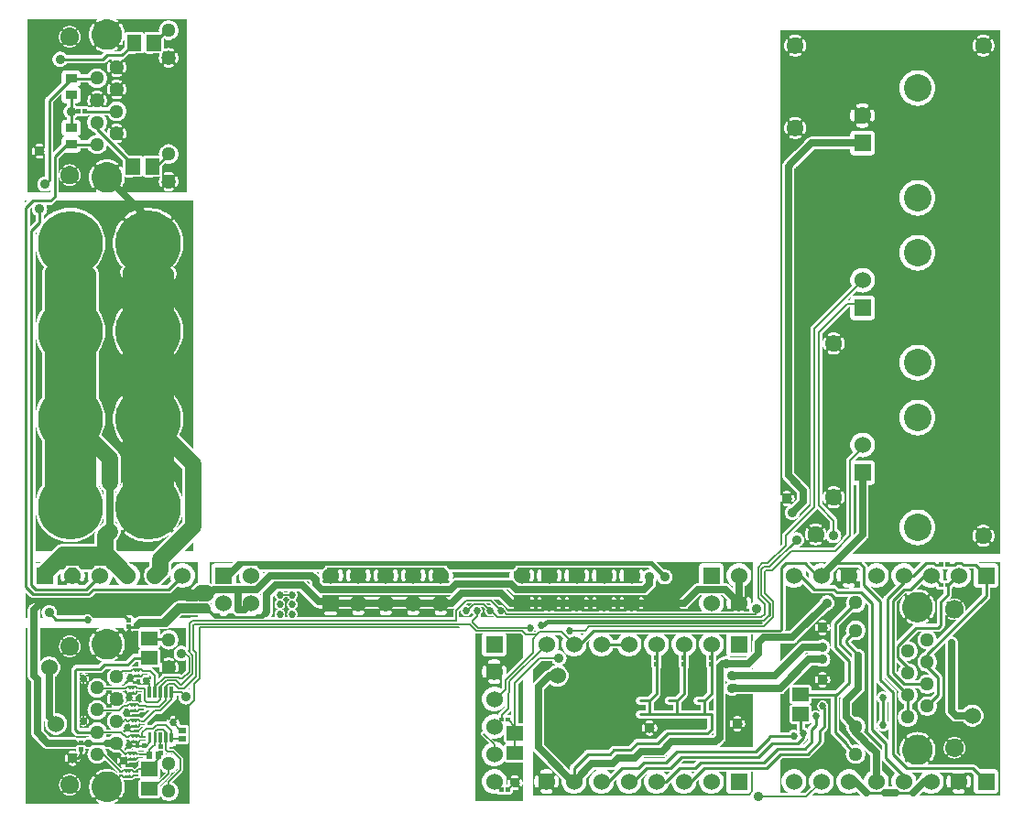
<source format=gbr>
G04 start of page 7 for group 5 idx 5 *
G04 Title: (unknown), bottom *
G04 Creator: pcb 4.2.0 *
G04 CreationDate: Wed Jul 29 20:48:29 2020 UTC *
G04 For: commonadmin *
G04 Format: Gerber/RS-274X *
G04 PCB-Dimensions (mil): 4000.00 3500.00 *
G04 PCB-Coordinate-Origin: lower left *
%MOIN*%
%FSLAX25Y25*%
%LNBOTTOM*%
%ADD141C,0.0945*%
%ADD140C,0.0380*%
%ADD139C,0.1870*%
%ADD138C,0.0354*%
%ADD137C,0.0810*%
%ADD136C,0.0200*%
%ADD135C,0.0130*%
%ADD134C,0.0350*%
%ADD133C,0.0360*%
%ADD132C,0.0270*%
%ADD131C,0.0120*%
%ADD130C,0.1102*%
%ADD129C,0.0669*%
%ADD128C,0.2362*%
%ADD127C,0.0512*%
%ADD126C,0.1000*%
%ADD125C,0.0400*%
%ADD124C,0.0600*%
%ADD123C,0.0150*%
%ADD122C,0.0100*%
%ADD121C,0.0060*%
%ADD120C,0.0250*%
%ADD119C,0.0001*%
G54D119*G36*
X369784Y298500D02*X372500D01*
Y108000D01*
X369784D01*
Y112337D01*
X369787Y112338D01*
X369855Y112378D01*
X369916Y112427D01*
X369969Y112485D01*
X370011Y112552D01*
X370174Y112877D01*
X370303Y113217D01*
X370401Y113567D01*
X370467Y113925D01*
X370500Y114287D01*
Y114650D01*
X370467Y115012D01*
X370401Y115370D01*
X370303Y115720D01*
X370174Y116060D01*
X370015Y116387D01*
X369972Y116454D01*
X369919Y116512D01*
X369857Y116562D01*
X369788Y116602D01*
X369784Y116603D01*
Y290837D01*
X369787Y290838D01*
X369855Y290878D01*
X369916Y290927D01*
X369969Y290985D01*
X370011Y291052D01*
X370174Y291377D01*
X370303Y291717D01*
X370401Y292067D01*
X370467Y292425D01*
X370500Y292787D01*
Y293150D01*
X370467Y293512D01*
X370401Y293870D01*
X370303Y294220D01*
X370174Y294560D01*
X370015Y294887D01*
X369972Y294954D01*
X369919Y295012D01*
X369857Y295062D01*
X369788Y295102D01*
X369784Y295103D01*
Y298500D01*
G37*
G36*
X366502D02*X369784D01*
Y295103D01*
X369714Y295130D01*
X369637Y295146D01*
X369558Y295150D01*
X369479Y295142D01*
X369403Y295121D01*
X369330Y295088D01*
X369264Y295045D01*
X369205Y294992D01*
X369156Y294930D01*
X369116Y294862D01*
X369088Y294788D01*
X369072Y294710D01*
X369068Y294631D01*
X369076Y294552D01*
X369097Y294476D01*
X369130Y294404D01*
X369253Y294161D01*
X369350Y293906D01*
X369423Y293644D01*
X369472Y293376D01*
X369497Y293105D01*
Y292832D01*
X369472Y292561D01*
X369423Y292293D01*
X369350Y292031D01*
X369253Y291776D01*
X369133Y291531D01*
X369100Y291460D01*
X369079Y291384D01*
X369071Y291306D01*
X369075Y291227D01*
X369091Y291150D01*
X369119Y291077D01*
X369158Y291008D01*
X369207Y290947D01*
X369266Y290894D01*
X369332Y290851D01*
X369404Y290819D01*
X369480Y290799D01*
X369558Y290790D01*
X369636Y290794D01*
X369713Y290810D01*
X369784Y290837D01*
Y116603D01*
X369714Y116630D01*
X369637Y116646D01*
X369558Y116650D01*
X369479Y116642D01*
X369403Y116621D01*
X369330Y116588D01*
X369264Y116545D01*
X369205Y116492D01*
X369156Y116430D01*
X369116Y116362D01*
X369088Y116288D01*
X369072Y116210D01*
X369068Y116131D01*
X369076Y116052D01*
X369097Y115976D01*
X369130Y115904D01*
X369253Y115661D01*
X369350Y115406D01*
X369423Y115144D01*
X369472Y114876D01*
X369497Y114605D01*
Y114332D01*
X369472Y114061D01*
X369423Y113793D01*
X369350Y113531D01*
X369253Y113276D01*
X369133Y113031D01*
X369100Y112960D01*
X369079Y112884D01*
X369071Y112806D01*
X369075Y112727D01*
X369091Y112650D01*
X369119Y112577D01*
X369158Y112508D01*
X369207Y112447D01*
X369266Y112394D01*
X369332Y112351D01*
X369404Y112319D01*
X369480Y112299D01*
X369558Y112290D01*
X369636Y112294D01*
X369713Y112310D01*
X369784Y112337D01*
Y108000D01*
X366502D01*
Y110469D01*
X366682D01*
X367044Y110502D01*
X367402Y110567D01*
X367752Y110665D01*
X368092Y110794D01*
X368419Y110954D01*
X368485Y110997D01*
X368544Y111050D01*
X368594Y111112D01*
X368633Y111180D01*
X368661Y111254D01*
X368677Y111332D01*
X368681Y111411D01*
X368673Y111490D01*
X368652Y111566D01*
X368620Y111638D01*
X368577Y111705D01*
X368524Y111763D01*
X368462Y111813D01*
X368393Y111852D01*
X368319Y111881D01*
X368242Y111897D01*
X368163Y111901D01*
X368084Y111892D01*
X368007Y111872D01*
X367936Y111838D01*
X367693Y111716D01*
X367438Y111619D01*
X367176Y111546D01*
X366908Y111496D01*
X366636Y111472D01*
X366502D01*
Y117465D01*
X366636D01*
X366908Y117441D01*
X367176Y117391D01*
X367438Y117318D01*
X367693Y117221D01*
X367937Y117102D01*
X368009Y117068D01*
X368084Y117048D01*
X368163Y117039D01*
X368241Y117043D01*
X368318Y117059D01*
X368392Y117087D01*
X368460Y117127D01*
X368521Y117176D01*
X368574Y117234D01*
X368617Y117300D01*
X368649Y117372D01*
X368670Y117448D01*
X368678Y117526D01*
X368674Y117605D01*
X368658Y117682D01*
X368630Y117755D01*
X368591Y117824D01*
X368542Y117885D01*
X368483Y117938D01*
X368417Y117979D01*
X368092Y118143D01*
X367752Y118272D01*
X367402Y118370D01*
X367044Y118436D01*
X366682Y118469D01*
X366502D01*
Y288969D01*
X366682D01*
X367044Y289002D01*
X367402Y289067D01*
X367752Y289165D01*
X368092Y289294D01*
X368419Y289454D01*
X368485Y289497D01*
X368544Y289550D01*
X368594Y289612D01*
X368633Y289680D01*
X368661Y289754D01*
X368677Y289832D01*
X368681Y289911D01*
X368673Y289990D01*
X368652Y290066D01*
X368620Y290138D01*
X368577Y290205D01*
X368524Y290263D01*
X368462Y290313D01*
X368393Y290352D01*
X368319Y290381D01*
X368242Y290397D01*
X368163Y290401D01*
X368084Y290392D01*
X368007Y290372D01*
X367936Y290338D01*
X367693Y290216D01*
X367438Y290119D01*
X367176Y290046D01*
X366908Y289996D01*
X366636Y289972D01*
X366502D01*
Y295965D01*
X366636D01*
X366908Y295941D01*
X367176Y295891D01*
X367438Y295818D01*
X367693Y295721D01*
X367937Y295602D01*
X368009Y295568D01*
X368084Y295548D01*
X368163Y295539D01*
X368241Y295543D01*
X368318Y295559D01*
X368392Y295587D01*
X368460Y295627D01*
X368521Y295676D01*
X368574Y295734D01*
X368617Y295800D01*
X368649Y295872D01*
X368670Y295948D01*
X368678Y296026D01*
X368674Y296105D01*
X368658Y296182D01*
X368630Y296255D01*
X368591Y296324D01*
X368542Y296385D01*
X368483Y296438D01*
X368417Y296479D01*
X368092Y296643D01*
X367752Y296772D01*
X367402Y296870D01*
X367044Y296936D01*
X366682Y296969D01*
X366502D01*
Y298500D01*
G37*
G36*
X363216D02*X366502D01*
Y296969D01*
X366318D01*
X365956Y296936D01*
X365598Y296870D01*
X365248Y296772D01*
X364908Y296643D01*
X364581Y296483D01*
X364515Y296440D01*
X364456Y296387D01*
X364406Y296325D01*
X364367Y296257D01*
X364339Y296183D01*
X364323Y296105D01*
X364319Y296026D01*
X364327Y295947D01*
X364348Y295871D01*
X364380Y295799D01*
X364423Y295732D01*
X364476Y295674D01*
X364538Y295624D01*
X364607Y295585D01*
X364681Y295556D01*
X364758Y295540D01*
X364837Y295536D01*
X364916Y295545D01*
X364993Y295565D01*
X365064Y295599D01*
X365307Y295721D01*
X365562Y295818D01*
X365824Y295891D01*
X366092Y295941D01*
X366364Y295965D01*
X366502D01*
Y289972D01*
X366364D01*
X366092Y289996D01*
X365824Y290046D01*
X365562Y290119D01*
X365307Y290216D01*
X365063Y290335D01*
X364991Y290369D01*
X364915Y290389D01*
X364837Y290398D01*
X364759Y290394D01*
X364682Y290378D01*
X364608Y290350D01*
X364540Y290310D01*
X364479Y290261D01*
X364426Y290203D01*
X364383Y290137D01*
X364351Y290065D01*
X364330Y289989D01*
X364322Y289911D01*
X364326Y289832D01*
X364342Y289755D01*
X364370Y289682D01*
X364409Y289613D01*
X364458Y289552D01*
X364517Y289499D01*
X364583Y289458D01*
X364908Y289294D01*
X365248Y289165D01*
X365598Y289067D01*
X365956Y289002D01*
X366318Y288969D01*
X366502D01*
Y118469D01*
X366318D01*
X365956Y118436D01*
X365598Y118370D01*
X365248Y118272D01*
X364908Y118143D01*
X364581Y117983D01*
X364515Y117940D01*
X364456Y117887D01*
X364406Y117825D01*
X364367Y117757D01*
X364339Y117683D01*
X364323Y117605D01*
X364319Y117526D01*
X364327Y117447D01*
X364348Y117371D01*
X364380Y117299D01*
X364423Y117232D01*
X364476Y117174D01*
X364538Y117124D01*
X364607Y117085D01*
X364681Y117056D01*
X364758Y117040D01*
X364837Y117036D01*
X364916Y117045D01*
X364993Y117065D01*
X365064Y117099D01*
X365307Y117221D01*
X365562Y117318D01*
X365824Y117391D01*
X366092Y117441D01*
X366364Y117465D01*
X366502D01*
Y111472D01*
X366364D01*
X366092Y111496D01*
X365824Y111546D01*
X365562Y111619D01*
X365307Y111716D01*
X365063Y111835D01*
X364991Y111869D01*
X364915Y111889D01*
X364837Y111898D01*
X364759Y111894D01*
X364682Y111878D01*
X364608Y111850D01*
X364540Y111810D01*
X364479Y111761D01*
X364426Y111703D01*
X364383Y111637D01*
X364351Y111565D01*
X364330Y111489D01*
X364322Y111411D01*
X364326Y111332D01*
X364342Y111255D01*
X364370Y111182D01*
X364409Y111113D01*
X364458Y111052D01*
X364517Y110999D01*
X364583Y110958D01*
X364908Y110794D01*
X365248Y110665D01*
X365598Y110567D01*
X365956Y110502D01*
X366318Y110469D01*
X366502D01*
Y108000D01*
X363216D01*
Y112334D01*
X363286Y112307D01*
X363363Y112291D01*
X363442Y112287D01*
X363521Y112296D01*
X363597Y112316D01*
X363670Y112349D01*
X363736Y112392D01*
X363795Y112445D01*
X363844Y112507D01*
X363884Y112575D01*
X363912Y112649D01*
X363928Y112727D01*
X363932Y112806D01*
X363924Y112885D01*
X363903Y112961D01*
X363870Y113033D01*
X363747Y113276D01*
X363650Y113531D01*
X363577Y113793D01*
X363528Y114061D01*
X363503Y114332D01*
Y114605D01*
X363528Y114876D01*
X363577Y115144D01*
X363650Y115406D01*
X363747Y115661D01*
X363867Y115906D01*
X363900Y115977D01*
X363921Y116053D01*
X363929Y116131D01*
X363925Y116210D01*
X363909Y116287D01*
X363881Y116360D01*
X363842Y116429D01*
X363793Y116490D01*
X363734Y116543D01*
X363668Y116586D01*
X363596Y116618D01*
X363520Y116638D01*
X363442Y116647D01*
X363364Y116643D01*
X363287Y116627D01*
X363216Y116600D01*
Y290834D01*
X363286Y290807D01*
X363363Y290791D01*
X363442Y290787D01*
X363521Y290796D01*
X363597Y290816D01*
X363670Y290849D01*
X363736Y290892D01*
X363795Y290945D01*
X363844Y291007D01*
X363884Y291075D01*
X363912Y291149D01*
X363928Y291227D01*
X363932Y291306D01*
X363924Y291385D01*
X363903Y291461D01*
X363870Y291533D01*
X363747Y291776D01*
X363650Y292031D01*
X363577Y292293D01*
X363528Y292561D01*
X363503Y292832D01*
Y293105D01*
X363528Y293376D01*
X363577Y293644D01*
X363650Y293906D01*
X363747Y294161D01*
X363867Y294406D01*
X363900Y294477D01*
X363921Y294553D01*
X363929Y294631D01*
X363925Y294710D01*
X363909Y294787D01*
X363881Y294860D01*
X363842Y294929D01*
X363793Y294990D01*
X363734Y295043D01*
X363668Y295086D01*
X363596Y295118D01*
X363520Y295138D01*
X363442Y295147D01*
X363364Y295143D01*
X363287Y295127D01*
X363216Y295100D01*
Y298500D01*
G37*
G36*
X342490D02*X363216D01*
Y295100D01*
X363213Y295099D01*
X363145Y295059D01*
X363084Y295010D01*
X363031Y294952D01*
X362989Y294885D01*
X362826Y294560D01*
X362697Y294220D01*
X362599Y293870D01*
X362533Y293512D01*
X362500Y293150D01*
Y292787D01*
X362533Y292425D01*
X362599Y292067D01*
X362697Y291717D01*
X362826Y291377D01*
X362985Y291050D01*
X363028Y290983D01*
X363081Y290925D01*
X363143Y290875D01*
X363212Y290836D01*
X363216Y290834D01*
Y116600D01*
X363213Y116599D01*
X363145Y116559D01*
X363084Y116510D01*
X363031Y116452D01*
X362989Y116385D01*
X362826Y116060D01*
X362697Y115720D01*
X362599Y115370D01*
X362533Y115012D01*
X362500Y114650D01*
Y114287D01*
X362533Y113925D01*
X362599Y113567D01*
X362697Y113217D01*
X362826Y112877D01*
X362985Y112550D01*
X363028Y112483D01*
X363081Y112425D01*
X363143Y112375D01*
X363212Y112336D01*
X363216Y112334D01*
Y108000D01*
X342490D01*
Y110981D01*
X342500Y110980D01*
X343520Y111060D01*
X344515Y111299D01*
X345460Y111691D01*
X346332Y112225D01*
X347110Y112890D01*
X347775Y113668D01*
X348309Y114540D01*
X348701Y115485D01*
X348940Y116480D01*
X349000Y117500D01*
X348940Y118520D01*
X348701Y119515D01*
X348309Y120460D01*
X347775Y121332D01*
X347110Y122110D01*
X346332Y122775D01*
X345460Y123309D01*
X344515Y123701D01*
X343520Y123940D01*
X342500Y124020D01*
X342490Y124019D01*
Y150981D01*
X342500Y150980D01*
X343520Y151060D01*
X344515Y151299D01*
X345460Y151691D01*
X346332Y152225D01*
X347110Y152890D01*
X347775Y153668D01*
X348309Y154540D01*
X348701Y155485D01*
X348940Y156480D01*
X349000Y157500D01*
X348940Y158520D01*
X348701Y159515D01*
X348309Y160460D01*
X347775Y161332D01*
X347110Y162110D01*
X346332Y162775D01*
X345460Y163309D01*
X344515Y163701D01*
X343520Y163940D01*
X342500Y164020D01*
X342490Y164019D01*
Y170981D01*
X342500Y170980D01*
X343520Y171060D01*
X344515Y171299D01*
X345460Y171691D01*
X346332Y172225D01*
X347110Y172890D01*
X347775Y173668D01*
X348309Y174540D01*
X348701Y175485D01*
X348940Y176480D01*
X349000Y177500D01*
X348940Y178520D01*
X348701Y179515D01*
X348309Y180460D01*
X347775Y181332D01*
X347110Y182110D01*
X346332Y182775D01*
X345460Y183309D01*
X344515Y183701D01*
X343520Y183940D01*
X342500Y184020D01*
X342490Y184019D01*
Y210981D01*
X342500Y210980D01*
X343520Y211060D01*
X344515Y211299D01*
X345460Y211691D01*
X346332Y212225D01*
X347110Y212890D01*
X347775Y213668D01*
X348309Y214540D01*
X348701Y215485D01*
X348940Y216480D01*
X349000Y217500D01*
X348940Y218520D01*
X348701Y219515D01*
X348309Y220460D01*
X347775Y221332D01*
X347110Y222110D01*
X346332Y222775D01*
X345460Y223309D01*
X344515Y223701D01*
X343520Y223940D01*
X342500Y224020D01*
X342490Y224019D01*
Y230981D01*
X342500Y230980D01*
X343520Y231060D01*
X344515Y231299D01*
X345460Y231691D01*
X346332Y232225D01*
X347110Y232890D01*
X347775Y233668D01*
X348309Y234540D01*
X348701Y235485D01*
X348940Y236480D01*
X349000Y237500D01*
X348940Y238520D01*
X348701Y239515D01*
X348309Y240460D01*
X347775Y241332D01*
X347110Y242110D01*
X346332Y242775D01*
X345460Y243309D01*
X344515Y243701D01*
X343520Y243940D01*
X342500Y244020D01*
X342490Y244019D01*
Y270981D01*
X342500Y270980D01*
X343520Y271060D01*
X344515Y271299D01*
X345460Y271691D01*
X346332Y272225D01*
X347110Y272890D01*
X347775Y273668D01*
X348309Y274540D01*
X348701Y275485D01*
X348940Y276480D01*
X349000Y277500D01*
X348940Y278520D01*
X348701Y279515D01*
X348309Y280460D01*
X347775Y281332D01*
X347110Y282110D01*
X346332Y282775D01*
X345460Y283309D01*
X344515Y283701D01*
X343520Y283940D01*
X342500Y284020D01*
X342490Y284019D01*
Y298500D01*
G37*
G36*
X326113Y193130D02*X326183Y193159D01*
X326384Y193283D01*
X326564Y193436D01*
X326717Y193616D01*
X326841Y193817D01*
X326931Y194035D01*
X326986Y194265D01*
X327000Y194500D01*
X326986Y200735D01*
X326931Y200965D01*
X326841Y201183D01*
X326717Y201384D01*
X326564Y201564D01*
X326384Y201717D01*
X326183Y201841D01*
X326113Y201870D01*
Y204802D01*
X326152Y204847D01*
X326522Y205451D01*
X326793Y206105D01*
X326958Y206794D01*
X327000Y207500D01*
X326958Y208206D01*
X326793Y208895D01*
X326522Y209549D01*
X326152Y210153D01*
X326113Y210198D01*
Y253130D01*
X326183Y253159D01*
X326384Y253283D01*
X326564Y253436D01*
X326717Y253616D01*
X326841Y253817D01*
X326931Y254035D01*
X326986Y254265D01*
X327000Y254500D01*
X326986Y260735D01*
X326931Y260965D01*
X326841Y261183D01*
X326717Y261384D01*
X326564Y261564D01*
X326384Y261717D01*
X326183Y261841D01*
X326113Y261870D01*
Y265353D01*
X326156Y265360D01*
X326268Y265397D01*
X326373Y265452D01*
X326468Y265522D01*
X326551Y265606D01*
X326619Y265702D01*
X326670Y265808D01*
X326818Y266216D01*
X326922Y266637D01*
X326984Y267067D01*
X327005Y267500D01*
X326984Y267933D01*
X326922Y268363D01*
X326818Y268784D01*
X326675Y269194D01*
X326622Y269300D01*
X326553Y269396D01*
X326470Y269481D01*
X326375Y269551D01*
X326269Y269606D01*
X326157Y269643D01*
X326113Y269651D01*
Y298500D01*
X342490D01*
Y284019D01*
X341480Y283940D01*
X340485Y283701D01*
X339540Y283309D01*
X338668Y282775D01*
X337890Y282110D01*
X337225Y281332D01*
X336691Y280460D01*
X336299Y279515D01*
X336060Y278520D01*
X335980Y277500D01*
X336060Y276480D01*
X336299Y275485D01*
X336691Y274540D01*
X337225Y273668D01*
X337890Y272890D01*
X338668Y272225D01*
X339540Y271691D01*
X340485Y271299D01*
X341480Y271060D01*
X342490Y270981D01*
Y244019D01*
X341480Y243940D01*
X340485Y243701D01*
X339540Y243309D01*
X338668Y242775D01*
X337890Y242110D01*
X337225Y241332D01*
X336691Y240460D01*
X336299Y239515D01*
X336060Y238520D01*
X335980Y237500D01*
X336060Y236480D01*
X336299Y235485D01*
X336691Y234540D01*
X337225Y233668D01*
X337890Y232890D01*
X338668Y232225D01*
X339540Y231691D01*
X340485Y231299D01*
X341480Y231060D01*
X342490Y230981D01*
Y224019D01*
X341480Y223940D01*
X340485Y223701D01*
X339540Y223309D01*
X338668Y222775D01*
X337890Y222110D01*
X337225Y221332D01*
X336691Y220460D01*
X336299Y219515D01*
X336060Y218520D01*
X335980Y217500D01*
X336060Y216480D01*
X336299Y215485D01*
X336691Y214540D01*
X337225Y213668D01*
X337890Y212890D01*
X338668Y212225D01*
X339540Y211691D01*
X340485Y211299D01*
X341480Y211060D01*
X342490Y210981D01*
Y184019D01*
X341480Y183940D01*
X340485Y183701D01*
X339540Y183309D01*
X338668Y182775D01*
X337890Y182110D01*
X337225Y181332D01*
X336691Y180460D01*
X336299Y179515D01*
X336060Y178520D01*
X335980Y177500D01*
X336060Y176480D01*
X336299Y175485D01*
X336691Y174540D01*
X337225Y173668D01*
X337890Y172890D01*
X338668Y172225D01*
X339540Y171691D01*
X340485Y171299D01*
X341480Y171060D01*
X342490Y170981D01*
Y164019D01*
X341480Y163940D01*
X340485Y163701D01*
X339540Y163309D01*
X338668Y162775D01*
X337890Y162110D01*
X337225Y161332D01*
X336691Y160460D01*
X336299Y159515D01*
X336060Y158520D01*
X335980Y157500D01*
X336060Y156480D01*
X336299Y155485D01*
X336691Y154540D01*
X337225Y153668D01*
X337890Y152890D01*
X338668Y152225D01*
X339540Y151691D01*
X340485Y151299D01*
X341480Y151060D01*
X342490Y150981D01*
Y124019D01*
X341480Y123940D01*
X340485Y123701D01*
X339540Y123309D01*
X338668Y122775D01*
X337890Y122110D01*
X337225Y121332D01*
X336691Y120460D01*
X336299Y119515D01*
X336060Y118520D01*
X335980Y117500D01*
X336060Y116480D01*
X336299Y115485D01*
X336691Y114540D01*
X337225Y113668D01*
X337890Y112890D01*
X338668Y112225D01*
X339540Y111691D01*
X340485Y111299D01*
X341480Y111060D01*
X342490Y110981D01*
Y108000D01*
X326113D01*
Y133130D01*
X326183Y133159D01*
X326384Y133283D01*
X326564Y133436D01*
X326717Y133616D01*
X326841Y133817D01*
X326931Y134035D01*
X326986Y134265D01*
X327000Y134500D01*
X326986Y140735D01*
X326931Y140965D01*
X326841Y141183D01*
X326717Y141384D01*
X326564Y141564D01*
X326384Y141717D01*
X326183Y141841D01*
X326113Y141870D01*
Y144802D01*
X326152Y144847D01*
X326522Y145451D01*
X326793Y146105D01*
X326958Y146794D01*
X327000Y147500D01*
X326958Y148206D01*
X326793Y148895D01*
X326522Y149549D01*
X326152Y150153D01*
X326113Y150198D01*
Y193130D01*
G37*
G36*
Y141870D02*X325965Y141931D01*
X325735Y141986D01*
X325500Y142000D01*
X322502Y141993D01*
Y142986D01*
X323206Y143042D01*
X323895Y143207D01*
X324549Y143478D01*
X325153Y143848D01*
X325692Y144308D01*
X326113Y144802D01*
Y141870D01*
G37*
G36*
Y108000D02*X322502D01*
Y111820D01*
X324029Y113347D01*
X324096Y113404D01*
X324326Y113673D01*
X324326Y113673D01*
X324511Y113975D01*
X324646Y114303D01*
X324729Y114647D01*
X324757Y115000D01*
X324750Y115088D01*
Y133012D01*
X325735Y133014D01*
X325965Y133069D01*
X326113Y133130D01*
Y108000D01*
G37*
G36*
Y261870D02*X325965Y261931D01*
X325735Y261986D01*
X325500Y262000D01*
X322502Y261993D01*
Y262995D01*
X322933Y263016D01*
X323363Y263078D01*
X323784Y263182D01*
X324194Y263325D01*
X324300Y263378D01*
X324396Y263447D01*
X324481Y263530D01*
X324551Y263625D01*
X324606Y263731D01*
X324643Y263843D01*
X324663Y263960D01*
X324664Y264079D01*
X324646Y264196D01*
X324610Y264309D01*
X324557Y264415D01*
X324488Y264512D01*
X324405Y264596D01*
X324309Y264667D01*
X324204Y264721D01*
X324092Y264759D01*
X323975Y264778D01*
X323856Y264779D01*
X323739Y264761D01*
X323626Y264723D01*
X323355Y264624D01*
X323075Y264556D01*
X322789Y264514D01*
X322502Y264500D01*
Y270500D01*
X322789Y270486D01*
X323075Y270444D01*
X323355Y270376D01*
X323628Y270280D01*
X323739Y270242D01*
X323856Y270225D01*
X323974Y270225D01*
X324091Y270245D01*
X324203Y270282D01*
X324307Y270336D01*
X324402Y270406D01*
X324485Y270491D01*
X324554Y270587D01*
X324607Y270692D01*
X324643Y270805D01*
X324660Y270921D01*
X324659Y271039D01*
X324640Y271156D01*
X324603Y271268D01*
X324548Y271373D01*
X324478Y271468D01*
X324394Y271551D01*
X324298Y271619D01*
X324192Y271670D01*
X323784Y271818D01*
X323363Y271922D01*
X322933Y271984D01*
X322502Y272005D01*
Y298500D01*
X326113D01*
Y269651D01*
X326040Y269663D01*
X325921Y269664D01*
X325804Y269646D01*
X325691Y269610D01*
X325585Y269557D01*
X325488Y269488D01*
X325404Y269405D01*
X325333Y269309D01*
X325279Y269204D01*
X325241Y269092D01*
X325222Y268975D01*
X325221Y268856D01*
X325239Y268739D01*
X325277Y268626D01*
X325376Y268355D01*
X325444Y268075D01*
X325486Y267789D01*
X325500Y267500D01*
X325486Y267211D01*
X325444Y266925D01*
X325376Y266645D01*
X325280Y266372D01*
X325242Y266261D01*
X325225Y266144D01*
X325225Y266026D01*
X325245Y265909D01*
X325282Y265797D01*
X325336Y265693D01*
X325406Y265598D01*
X325491Y265515D01*
X325587Y265446D01*
X325692Y265393D01*
X325805Y265357D01*
X325921Y265340D01*
X326039Y265341D01*
X326113Y265353D01*
Y261870D01*
G37*
G36*
Y210198D02*X325692Y210692D01*
X325153Y211152D01*
X324549Y211522D01*
X323895Y211793D01*
X323206Y211958D01*
X322502Y212014D01*
Y253007D01*
X325735Y253014D01*
X325965Y253069D01*
X326113Y253130D01*
Y210198D01*
G37*
G36*
Y201870D02*X325965Y201931D01*
X325735Y201986D01*
X325500Y202000D01*
X322502Y201993D01*
Y202986D01*
X323206Y203042D01*
X323895Y203207D01*
X324549Y203478D01*
X325153Y203848D01*
X325692Y204308D01*
X326113Y204802D01*
Y201870D01*
G37*
G36*
X322502Y193007D02*X325735Y193014D01*
X325965Y193069D01*
X326113Y193130D01*
Y150198D01*
X325692Y150692D01*
X325153Y151152D01*
X324549Y151522D01*
X323895Y151793D01*
X323206Y151958D01*
X322502Y152014D01*
Y193007D01*
G37*
G36*
Y141993D02*X319826Y141987D01*
X321063Y143225D01*
X321105Y143207D01*
X321794Y143042D01*
X322500Y142986D01*
X322502Y142986D01*
Y141993D01*
G37*
G36*
Y108000D02*X318682D01*
X322502Y111820D01*
Y108000D01*
G37*
G36*
Y261993D02*X319265Y261986D01*
X319035Y261931D01*
X318887Y261870D01*
Y265349D01*
X318960Y265337D01*
X319079Y265336D01*
X319196Y265354D01*
X319309Y265390D01*
X319415Y265443D01*
X319512Y265512D01*
X319596Y265595D01*
X319667Y265691D01*
X319721Y265796D01*
X319759Y265908D01*
X319778Y266025D01*
X319779Y266144D01*
X319761Y266261D01*
X319723Y266374D01*
X319624Y266645D01*
X319556Y266925D01*
X319514Y267211D01*
X319500Y267500D01*
X319514Y267789D01*
X319556Y268075D01*
X319624Y268355D01*
X319720Y268628D01*
X319758Y268739D01*
X319775Y268856D01*
X319775Y268974D01*
X319755Y269091D01*
X319718Y269203D01*
X319664Y269307D01*
X319594Y269402D01*
X319509Y269485D01*
X319413Y269554D01*
X319308Y269607D01*
X319195Y269643D01*
X319079Y269660D01*
X318961Y269659D01*
X318887Y269647D01*
Y298500D01*
X322502D01*
Y272005D01*
X322500Y272005D01*
X322067Y271984D01*
X321637Y271922D01*
X321216Y271818D01*
X320806Y271675D01*
X320700Y271622D01*
X320604Y271553D01*
X320519Y271470D01*
X320449Y271375D01*
X320394Y271269D01*
X320357Y271157D01*
X320337Y271040D01*
X320336Y270921D01*
X320354Y270804D01*
X320390Y270691D01*
X320443Y270585D01*
X320512Y270488D01*
X320595Y270404D01*
X320691Y270333D01*
X320796Y270279D01*
X320908Y270241D01*
X321025Y270222D01*
X321144Y270221D01*
X321261Y270239D01*
X321374Y270277D01*
X321645Y270376D01*
X321925Y270444D01*
X322211Y270486D01*
X322500Y270500D01*
X322502Y270500D01*
Y264500D01*
X322500Y264500D01*
X322211Y264514D01*
X321925Y264556D01*
X321645Y264624D01*
X321372Y264720D01*
X321261Y264758D01*
X321144Y264775D01*
X321026Y264775D01*
X320909Y264755D01*
X320797Y264718D01*
X320693Y264664D01*
X320598Y264594D01*
X320515Y264509D01*
X320446Y264413D01*
X320393Y264308D01*
X320357Y264195D01*
X320340Y264079D01*
X320341Y263961D01*
X320360Y263844D01*
X320397Y263732D01*
X320452Y263627D01*
X320522Y263532D01*
X320606Y263449D01*
X320702Y263381D01*
X320808Y263330D01*
X321216Y263182D01*
X321637Y263078D01*
X322067Y263016D01*
X322500Y262995D01*
X322502Y262995D01*
Y261993D01*
G37*
G36*
X318887Y261870D02*X318817Y261841D01*
X318616Y261717D01*
X318436Y261564D01*
X318283Y261384D01*
X318159Y261183D01*
X318069Y260965D01*
X318014Y260735D01*
X318000Y260500D01*
X318002Y259750D01*
X315284D01*
Y298500D01*
X318887D01*
Y269647D01*
X318844Y269640D01*
X318732Y269603D01*
X318627Y269548D01*
X318532Y269478D01*
X318449Y269394D01*
X318381Y269298D01*
X318330Y269192D01*
X318182Y268784D01*
X318078Y268363D01*
X318016Y267933D01*
X317995Y267500D01*
X318016Y267067D01*
X318078Y266637D01*
X318182Y266216D01*
X318325Y265806D01*
X318378Y265700D01*
X318447Y265604D01*
X318530Y265519D01*
X318625Y265449D01*
X318731Y265394D01*
X318843Y265357D01*
X318887Y265349D01*
Y261870D01*
G37*
G36*
X322502Y212014D02*X322500Y212014D01*
X321794Y211958D01*
X321105Y211793D01*
X320451Y211522D01*
X319847Y211152D01*
X319308Y210692D01*
X318848Y210153D01*
X318478Y209549D01*
X318207Y208895D01*
X318042Y208206D01*
X317986Y207500D01*
X318042Y206794D01*
X318207Y206105D01*
X318478Y205451D01*
X318529Y205368D01*
X315284Y202122D01*
Y255250D01*
X318012D01*
X318014Y254265D01*
X318069Y254035D01*
X318159Y253817D01*
X318283Y253616D01*
X318436Y253436D01*
X318616Y253283D01*
X318817Y253159D01*
X319035Y253069D01*
X319265Y253014D01*
X319500Y253000D01*
X322502Y253007D01*
Y212014D01*
G37*
G36*
Y201993D02*X319265Y201986D01*
X319035Y201931D01*
X318817Y201841D01*
X318616Y201717D01*
X318436Y201564D01*
X318283Y201384D01*
X318159Y201183D01*
X318069Y200965D01*
X318014Y200735D01*
X318000Y200500D01*
X318000Y200300D01*
X317138D01*
X320368Y203529D01*
X320451Y203478D01*
X321105Y203207D01*
X321794Y203042D01*
X322500Y202986D01*
X322502Y202986D01*
Y201993D01*
G37*
G36*
X315284Y195445D02*X317538Y197700D01*
X318006D01*
X318014Y194265D01*
X318069Y194035D01*
X318159Y193817D01*
X318283Y193616D01*
X318436Y193436D01*
X318616Y193283D01*
X318817Y193159D01*
X319035Y193069D01*
X319265Y193014D01*
X319500Y193000D01*
X322502Y193007D01*
Y152014D01*
X322500Y152014D01*
X321794Y151958D01*
X321105Y151793D01*
X320451Y151522D01*
X319847Y151152D01*
X319308Y150692D01*
X318848Y150153D01*
X318478Y149549D01*
X318207Y148895D01*
X318042Y148206D01*
X317986Y147500D01*
X318042Y146794D01*
X318207Y146105D01*
X318478Y145451D01*
X318848Y144847D01*
X318922Y144760D01*
X317117Y142955D01*
X317078Y142922D01*
X316945Y142766D01*
X316838Y142592D01*
X316760Y142403D01*
X316712Y142204D01*
X316712Y142204D01*
X316696Y142000D01*
X316700Y141949D01*
Y115038D01*
X315284Y113622D01*
Y126337D01*
X315287Y126338D01*
X315355Y126378D01*
X315416Y126427D01*
X315469Y126485D01*
X315511Y126552D01*
X315674Y126877D01*
X315803Y127217D01*
X315901Y127567D01*
X315967Y127925D01*
X316000Y128287D01*
Y128650D01*
X315967Y129012D01*
X315901Y129370D01*
X315803Y129720D01*
X315674Y130060D01*
X315515Y130387D01*
X315472Y130454D01*
X315419Y130512D01*
X315357Y130562D01*
X315288Y130602D01*
X315284Y130603D01*
Y182337D01*
X315287Y182338D01*
X315355Y182378D01*
X315416Y182427D01*
X315469Y182485D01*
X315511Y182552D01*
X315674Y182877D01*
X315803Y183217D01*
X315901Y183567D01*
X315967Y183925D01*
X316000Y184287D01*
Y184650D01*
X315967Y185012D01*
X315901Y185370D01*
X315803Y185720D01*
X315674Y186060D01*
X315515Y186387D01*
X315472Y186454D01*
X315419Y186512D01*
X315357Y186562D01*
X315288Y186602D01*
X315284Y186603D01*
Y195445D01*
G37*
G36*
Y259750D02*X310122D01*
Y298500D01*
X315284D01*
Y259750D01*
G37*
G36*
Y202122D02*X310122Y196960D01*
Y255250D01*
X315284D01*
Y202122D01*
G37*
G36*
X310122Y112422D02*X310349Y112228D01*
X310725Y111997D01*
X311132Y111829D01*
X311561Y111726D01*
X312000Y111691D01*
X312439Y111726D01*
X312868Y111829D01*
X313275Y111997D01*
X313651Y112228D01*
X313986Y112514D01*
X314272Y112849D01*
X314503Y113225D01*
X314671Y113632D01*
X314774Y114061D01*
X314800Y114500D01*
X314774Y114939D01*
X314671Y115368D01*
X314503Y115775D01*
X314272Y116151D01*
X313986Y116486D01*
X313651Y116772D01*
X313300Y116987D01*
Y119949D01*
X313304Y120000D01*
X313288Y120204D01*
X313288Y120204D01*
X313252Y120355D01*
X313240Y120403D01*
X313208Y120481D01*
X313162Y120592D01*
X313120Y120660D01*
X313055Y120766D01*
X313055Y120767D01*
X312922Y120922D01*
X312883Y120955D01*
X310122Y123717D01*
Y124938D01*
X310408Y124794D01*
X310748Y124665D01*
X311098Y124567D01*
X311456Y124502D01*
X311818Y124469D01*
X312182D01*
X312544Y124502D01*
X312902Y124567D01*
X313252Y124665D01*
X313592Y124794D01*
X313919Y124954D01*
X313985Y124997D01*
X314044Y125050D01*
X314094Y125112D01*
X314133Y125180D01*
X314161Y125254D01*
X314177Y125332D01*
X314181Y125411D01*
X314173Y125490D01*
X314152Y125566D01*
X314120Y125638D01*
X314077Y125705D01*
X314024Y125763D01*
X313962Y125813D01*
X313893Y125852D01*
X313819Y125881D01*
X313742Y125897D01*
X313663Y125901D01*
X313584Y125892D01*
X313507Y125872D01*
X313436Y125838D01*
X313193Y125716D01*
X312938Y125619D01*
X312676Y125546D01*
X312408Y125496D01*
X312136Y125472D01*
X311864D01*
X311592Y125496D01*
X311324Y125546D01*
X311062Y125619D01*
X310807Y125716D01*
X310563Y125835D01*
X310491Y125869D01*
X310415Y125889D01*
X310337Y125898D01*
X310259Y125894D01*
X310182Y125878D01*
X310122Y125855D01*
Y131079D01*
X310181Y131056D01*
X310258Y131040D01*
X310337Y131036D01*
X310416Y131045D01*
X310493Y131065D01*
X310564Y131099D01*
X310807Y131221D01*
X311062Y131318D01*
X311324Y131391D01*
X311592Y131441D01*
X311864Y131465D01*
X312136D01*
X312408Y131441D01*
X312676Y131391D01*
X312938Y131318D01*
X313193Y131221D01*
X313437Y131102D01*
X313509Y131068D01*
X313584Y131048D01*
X313663Y131039D01*
X313741Y131043D01*
X313818Y131059D01*
X313892Y131087D01*
X313960Y131127D01*
X314021Y131176D01*
X314074Y131234D01*
X314117Y131300D01*
X314149Y131372D01*
X314170Y131448D01*
X314178Y131526D01*
X314174Y131605D01*
X314158Y131682D01*
X314130Y131755D01*
X314091Y131824D01*
X314042Y131885D01*
X313983Y131938D01*
X313917Y131979D01*
X313592Y132143D01*
X313252Y132272D01*
X312902Y132370D01*
X312544Y132436D01*
X312182Y132469D01*
X311818D01*
X311456Y132436D01*
X311098Y132370D01*
X310748Y132272D01*
X310408Y132143D01*
X310122Y132003D01*
Y180938D01*
X310408Y180794D01*
X310748Y180665D01*
X311098Y180567D01*
X311456Y180502D01*
X311818Y180469D01*
X312182D01*
X312544Y180502D01*
X312902Y180567D01*
X313252Y180665D01*
X313592Y180794D01*
X313919Y180954D01*
X313985Y180997D01*
X314044Y181050D01*
X314094Y181112D01*
X314133Y181180D01*
X314161Y181254D01*
X314177Y181332D01*
X314181Y181411D01*
X314173Y181490D01*
X314152Y181566D01*
X314120Y181638D01*
X314077Y181705D01*
X314024Y181763D01*
X313962Y181813D01*
X313893Y181852D01*
X313819Y181881D01*
X313742Y181897D01*
X313663Y181901D01*
X313584Y181892D01*
X313507Y181872D01*
X313436Y181838D01*
X313193Y181716D01*
X312938Y181619D01*
X312676Y181546D01*
X312408Y181496D01*
X312136Y181472D01*
X311864D01*
X311592Y181496D01*
X311324Y181546D01*
X311062Y181619D01*
X310807Y181716D01*
X310563Y181835D01*
X310491Y181869D01*
X310415Y181889D01*
X310337Y181898D01*
X310259Y181894D01*
X310182Y181878D01*
X310122Y181855D01*
Y187079D01*
X310181Y187056D01*
X310258Y187040D01*
X310337Y187036D01*
X310416Y187045D01*
X310493Y187065D01*
X310564Y187099D01*
X310807Y187221D01*
X311062Y187318D01*
X311324Y187391D01*
X311592Y187441D01*
X311864Y187465D01*
X312136D01*
X312408Y187441D01*
X312676Y187391D01*
X312938Y187318D01*
X313193Y187221D01*
X313437Y187102D01*
X313509Y187068D01*
X313584Y187048D01*
X313663Y187039D01*
X313741Y187043D01*
X313818Y187059D01*
X313892Y187087D01*
X313960Y187127D01*
X314021Y187176D01*
X314074Y187234D01*
X314117Y187300D01*
X314149Y187372D01*
X314170Y187448D01*
X314178Y187526D01*
X314174Y187605D01*
X314158Y187682D01*
X314130Y187755D01*
X314091Y187824D01*
X314042Y187885D01*
X313983Y187938D01*
X313917Y187979D01*
X313592Y188143D01*
X313252Y188272D01*
X312902Y188370D01*
X312544Y188436D01*
X312182Y188469D01*
X311818D01*
X311456Y188436D01*
X311098Y188370D01*
X310748Y188272D01*
X310408Y188143D01*
X310122Y188003D01*
Y190283D01*
X315284Y195445D01*
Y186603D01*
X315214Y186630D01*
X315137Y186646D01*
X315058Y186650D01*
X314979Y186642D01*
X314903Y186621D01*
X314830Y186588D01*
X314764Y186545D01*
X314705Y186492D01*
X314656Y186430D01*
X314616Y186362D01*
X314588Y186288D01*
X314572Y186210D01*
X314568Y186131D01*
X314576Y186052D01*
X314597Y185976D01*
X314630Y185904D01*
X314753Y185661D01*
X314850Y185406D01*
X314923Y185144D01*
X314972Y184876D01*
X314997Y184605D01*
Y184332D01*
X314972Y184061D01*
X314923Y183793D01*
X314850Y183531D01*
X314753Y183276D01*
X314633Y183031D01*
X314600Y182960D01*
X314579Y182884D01*
X314571Y182806D01*
X314575Y182727D01*
X314591Y182650D01*
X314619Y182577D01*
X314658Y182508D01*
X314707Y182447D01*
X314766Y182394D01*
X314832Y182351D01*
X314904Y182319D01*
X314980Y182299D01*
X315058Y182290D01*
X315136Y182294D01*
X315213Y182310D01*
X315284Y182337D01*
Y130603D01*
X315214Y130630D01*
X315137Y130646D01*
X315058Y130650D01*
X314979Y130642D01*
X314903Y130621D01*
X314830Y130588D01*
X314764Y130545D01*
X314705Y130492D01*
X314656Y130430D01*
X314616Y130362D01*
X314588Y130288D01*
X314572Y130210D01*
X314568Y130131D01*
X314576Y130052D01*
X314597Y129976D01*
X314630Y129904D01*
X314753Y129661D01*
X314850Y129406D01*
X314923Y129144D01*
X314972Y128876D01*
X314997Y128605D01*
Y128332D01*
X314972Y128061D01*
X314923Y127793D01*
X314850Y127531D01*
X314753Y127276D01*
X314633Y127031D01*
X314600Y126960D01*
X314579Y126884D01*
X314571Y126806D01*
X314575Y126727D01*
X314591Y126650D01*
X314619Y126577D01*
X314658Y126508D01*
X314707Y126447D01*
X314766Y126394D01*
X314832Y126351D01*
X314904Y126319D01*
X314980Y126299D01*
X315058Y126290D01*
X315136Y126294D01*
X315213Y126310D01*
X315284Y126337D01*
Y113622D01*
X311962Y110300D01*
X310122D01*
Y112422D01*
G37*
G36*
Y120040D02*X310700Y119462D01*
Y116987D01*
X310349Y116772D01*
X310122Y116578D01*
Y120040D01*
G37*
G36*
X298002Y130785D02*X298750Y130037D01*
Y127900D01*
X298002Y127152D01*
Y130785D01*
G37*
G36*
X301284Y298500D02*X310122D01*
Y259750D01*
X305000D01*
X304984Y259749D01*
X304969Y259750D01*
X304088D01*
X304000Y259757D01*
X303647Y259729D01*
X303303Y259646D01*
X302975Y259511D01*
X302673Y259326D01*
X302673Y259326D01*
X302404Y259096D01*
X302347Y259029D01*
X301284Y257966D01*
Y260837D01*
X301287Y260838D01*
X301355Y260878D01*
X301416Y260927D01*
X301469Y260985D01*
X301511Y261052D01*
X301674Y261377D01*
X301803Y261717D01*
X301901Y262067D01*
X301967Y262425D01*
X302000Y262787D01*
Y263150D01*
X301967Y263512D01*
X301901Y263870D01*
X301803Y264220D01*
X301674Y264560D01*
X301515Y264887D01*
X301472Y264954D01*
X301419Y265012D01*
X301357Y265062D01*
X301288Y265102D01*
X301284Y265103D01*
Y290837D01*
X301287Y290838D01*
X301355Y290878D01*
X301416Y290927D01*
X301469Y290985D01*
X301511Y291052D01*
X301674Y291377D01*
X301803Y291717D01*
X301901Y292067D01*
X301967Y292425D01*
X302000Y292787D01*
Y293150D01*
X301967Y293512D01*
X301901Y293870D01*
X301803Y294220D01*
X301674Y294560D01*
X301515Y294887D01*
X301472Y294954D01*
X301419Y295012D01*
X301357Y295062D01*
X301288Y295102D01*
X301284Y295103D01*
Y298500D01*
G37*
G36*
X298002D02*X301284D01*
Y295103D01*
X301214Y295130D01*
X301137Y295146D01*
X301058Y295150D01*
X300979Y295142D01*
X300903Y295121D01*
X300830Y295088D01*
X300764Y295045D01*
X300705Y294992D01*
X300656Y294930D01*
X300616Y294862D01*
X300588Y294788D01*
X300572Y294710D01*
X300568Y294631D01*
X300576Y294552D01*
X300597Y294476D01*
X300630Y294404D01*
X300753Y294161D01*
X300850Y293906D01*
X300923Y293644D01*
X300972Y293376D01*
X300997Y293105D01*
Y292832D01*
X300972Y292561D01*
X300923Y292293D01*
X300850Y292031D01*
X300753Y291776D01*
X300633Y291531D01*
X300600Y291460D01*
X300579Y291384D01*
X300571Y291306D01*
X300575Y291227D01*
X300591Y291150D01*
X300619Y291077D01*
X300658Y291008D01*
X300707Y290947D01*
X300766Y290894D01*
X300832Y290851D01*
X300904Y290819D01*
X300980Y290799D01*
X301058Y290790D01*
X301136Y290794D01*
X301213Y290810D01*
X301284Y290837D01*
Y265103D01*
X301214Y265130D01*
X301137Y265146D01*
X301058Y265150D01*
X300979Y265142D01*
X300903Y265121D01*
X300830Y265088D01*
X300764Y265045D01*
X300705Y264992D01*
X300656Y264930D01*
X300616Y264862D01*
X300588Y264788D01*
X300572Y264710D01*
X300568Y264631D01*
X300576Y264552D01*
X300597Y264476D01*
X300630Y264404D01*
X300753Y264161D01*
X300850Y263906D01*
X300923Y263644D01*
X300972Y263376D01*
X300997Y263105D01*
Y262832D01*
X300972Y262561D01*
X300923Y262293D01*
X300850Y262031D01*
X300753Y261776D01*
X300633Y261531D01*
X300600Y261460D01*
X300579Y261384D01*
X300571Y261306D01*
X300575Y261227D01*
X300591Y261150D01*
X300619Y261077D01*
X300658Y261008D01*
X300707Y260947D01*
X300766Y260894D01*
X300832Y260851D01*
X300904Y260819D01*
X300980Y260799D01*
X301058Y260790D01*
X301136Y260794D01*
X301213Y260810D01*
X301284Y260837D01*
Y257966D01*
X298002Y254684D01*
Y258969D01*
X298182D01*
X298544Y259002D01*
X298902Y259067D01*
X299252Y259165D01*
X299592Y259294D01*
X299919Y259454D01*
X299985Y259497D01*
X300044Y259550D01*
X300094Y259612D01*
X300133Y259680D01*
X300161Y259754D01*
X300177Y259832D01*
X300181Y259911D01*
X300173Y259990D01*
X300152Y260066D01*
X300120Y260138D01*
X300077Y260205D01*
X300024Y260263D01*
X299962Y260313D01*
X299893Y260352D01*
X299819Y260381D01*
X299742Y260397D01*
X299663Y260401D01*
X299584Y260392D01*
X299507Y260372D01*
X299436Y260338D01*
X299193Y260216D01*
X298938Y260119D01*
X298676Y260046D01*
X298408Y259996D01*
X298136Y259972D01*
X298002D01*
Y265965D01*
X298136D01*
X298408Y265941D01*
X298676Y265891D01*
X298938Y265818D01*
X299193Y265721D01*
X299437Y265602D01*
X299509Y265568D01*
X299584Y265548D01*
X299663Y265539D01*
X299741Y265543D01*
X299818Y265559D01*
X299892Y265587D01*
X299960Y265627D01*
X300021Y265676D01*
X300074Y265734D01*
X300117Y265800D01*
X300149Y265872D01*
X300170Y265948D01*
X300178Y266026D01*
X300174Y266105D01*
X300158Y266182D01*
X300130Y266255D01*
X300091Y266324D01*
X300042Y266385D01*
X299983Y266438D01*
X299917Y266479D01*
X299592Y266643D01*
X299252Y266772D01*
X298902Y266870D01*
X298544Y266936D01*
X298182Y266969D01*
X298002D01*
Y288969D01*
X298182D01*
X298544Y289002D01*
X298902Y289067D01*
X299252Y289165D01*
X299592Y289294D01*
X299919Y289454D01*
X299985Y289497D01*
X300044Y289550D01*
X300094Y289612D01*
X300133Y289680D01*
X300161Y289754D01*
X300177Y289832D01*
X300181Y289911D01*
X300173Y289990D01*
X300152Y290066D01*
X300120Y290138D01*
X300077Y290205D01*
X300024Y290263D01*
X299962Y290313D01*
X299893Y290352D01*
X299819Y290381D01*
X299742Y290397D01*
X299663Y290401D01*
X299584Y290392D01*
X299507Y290372D01*
X299436Y290338D01*
X299193Y290216D01*
X298938Y290119D01*
X298676Y290046D01*
X298408Y289996D01*
X298136Y289972D01*
X298002D01*
Y295965D01*
X298136D01*
X298408Y295941D01*
X298676Y295891D01*
X298938Y295818D01*
X299193Y295721D01*
X299437Y295602D01*
X299509Y295568D01*
X299584Y295548D01*
X299663Y295539D01*
X299741Y295543D01*
X299818Y295559D01*
X299892Y295587D01*
X299960Y295627D01*
X300021Y295676D01*
X300074Y295734D01*
X300117Y295800D01*
X300149Y295872D01*
X300170Y295948D01*
X300178Y296026D01*
X300174Y296105D01*
X300158Y296182D01*
X300130Y296255D01*
X300091Y296324D01*
X300042Y296385D01*
X299983Y296438D01*
X299917Y296479D01*
X299592Y296643D01*
X299252Y296772D01*
X298902Y296870D01*
X298544Y296936D01*
X298182Y296969D01*
X298002D01*
Y298500D01*
G37*
G36*
X310122Y196960D02*X304117Y190955D01*
X304078Y190922D01*
X303945Y190766D01*
X303838Y190592D01*
X303760Y190403D01*
X303712Y190204D01*
X303712Y190204D01*
X303696Y190000D01*
X303700Y189949D01*
Y125538D01*
X298002Y119840D01*
Y120384D01*
X298275Y120497D01*
X298651Y120728D01*
X298986Y121014D01*
X299272Y121349D01*
X299503Y121725D01*
X299671Y122132D01*
X299774Y122561D01*
X302529Y125315D01*
X302596Y125373D01*
X302826Y125642D01*
X302826Y125642D01*
X303011Y125944D01*
X303146Y126271D01*
X303229Y126615D01*
X303257Y126969D01*
X303250Y127057D01*
Y130880D01*
X303257Y130969D01*
X303229Y131322D01*
X303146Y131666D01*
X303107Y131762D01*
X303011Y131993D01*
X302896Y132180D01*
X302826Y132295D01*
X302826Y132295D01*
X302596Y132564D01*
X302529Y132622D01*
X298002Y137149D01*
Y248320D01*
X298325Y248643D01*
X298450Y248784D01*
X298591Y248909D01*
X304932Y255250D01*
X304969D01*
X304984Y255251D01*
X305000Y255250D01*
X310122D01*
Y196960D01*
G37*
G36*
X298002Y137149D02*X297750Y137400D01*
Y248068D01*
X298002Y248320D01*
Y137149D01*
G37*
G36*
X294716Y125213D02*X294755Y125208D01*
X295000Y125197D01*
X295245Y125208D01*
X295279Y125213D01*
X295014Y124986D01*
X294728Y124651D01*
X294716Y124632D01*
Y125213D01*
G37*
G36*
X297230Y131557D02*X298002Y130785D01*
Y127152D01*
X297230Y126380D01*
Y126714D01*
X297298Y126728D01*
X297371Y126755D01*
X297440Y126794D01*
X297502Y126843D01*
X297555Y126901D01*
X297598Y126966D01*
X297630Y127038D01*
X297706Y127271D01*
X297760Y127511D01*
X297792Y127755D01*
X297803Y128000D01*
X297792Y128245D01*
X297760Y128489D01*
X297706Y128729D01*
X297632Y128963D01*
X297600Y129035D01*
X297556Y129100D01*
X297503Y129159D01*
X297441Y129208D01*
X297372Y129246D01*
X297298Y129274D01*
X297230Y129288D01*
Y131557D01*
G37*
G36*
X294716Y134070D02*X297230Y131557D01*
Y129288D01*
X297221Y129290D01*
X297142Y129293D01*
X297063Y129284D01*
X296987Y129263D01*
X296915Y129230D01*
X296850Y129186D01*
X296791Y129133D01*
X296742Y129071D01*
X296704Y129002D01*
X296676Y128928D01*
X296660Y128851D01*
X296657Y128772D01*
X296666Y128693D01*
X296689Y128618D01*
X296738Y128468D01*
X296772Y128314D01*
X296793Y128158D01*
X296800Y128000D01*
X296793Y127842D01*
X296772Y127686D01*
X296738Y127532D01*
X296690Y127382D01*
X296668Y127306D01*
X296659Y127228D01*
X296662Y127150D01*
X296678Y127073D01*
X296705Y126999D01*
X296744Y126930D01*
X296793Y126869D01*
X296851Y126815D01*
X296916Y126772D01*
X296988Y126739D01*
X297064Y126718D01*
X297142Y126709D01*
X297220Y126712D01*
X297230Y126714D01*
Y126380D01*
X296629Y125779D01*
X296561Y125774D01*
X296275Y125705D01*
X296290Y125779D01*
X296293Y125858D01*
X296284Y125937D01*
X296263Y126013D01*
X296230Y126085D01*
X296186Y126150D01*
X296133Y126209D01*
X296071Y126258D01*
X296002Y126296D01*
X295928Y126324D01*
X295851Y126340D01*
X295772Y126343D01*
X295693Y126334D01*
X295618Y126311D01*
X295468Y126262D01*
X295314Y126228D01*
X295158Y126207D01*
X295000Y126200D01*
X294842Y126207D01*
X294716Y126224D01*
Y129776D01*
X294842Y129793D01*
X295000Y129800D01*
X295158Y129793D01*
X295314Y129772D01*
X295468Y129738D01*
X295618Y129690D01*
X295694Y129668D01*
X295772Y129659D01*
X295850Y129662D01*
X295927Y129678D01*
X296001Y129705D01*
X296070Y129744D01*
X296131Y129793D01*
X296185Y129851D01*
X296228Y129916D01*
X296261Y129988D01*
X296282Y130064D01*
X296291Y130142D01*
X296288Y130220D01*
X296272Y130298D01*
X296245Y130371D01*
X296206Y130440D01*
X296157Y130502D01*
X296099Y130555D01*
X296034Y130598D01*
X295962Y130630D01*
X295729Y130706D01*
X295489Y130760D01*
X295245Y130792D01*
X295000Y130803D01*
X294755Y130792D01*
X294716Y130787D01*
Y134070D01*
G37*
G36*
Y298500D02*X298002D01*
Y296969D01*
X297818D01*
X297456Y296936D01*
X297098Y296870D01*
X296748Y296772D01*
X296408Y296643D01*
X296081Y296483D01*
X296015Y296440D01*
X295956Y296387D01*
X295906Y296325D01*
X295867Y296257D01*
X295839Y296183D01*
X295823Y296105D01*
X295819Y296026D01*
X295827Y295947D01*
X295848Y295871D01*
X295880Y295799D01*
X295923Y295732D01*
X295976Y295674D01*
X296038Y295624D01*
X296107Y295585D01*
X296181Y295556D01*
X296258Y295540D01*
X296337Y295536D01*
X296416Y295545D01*
X296493Y295565D01*
X296564Y295599D01*
X296807Y295721D01*
X297062Y295818D01*
X297324Y295891D01*
X297592Y295941D01*
X297864Y295965D01*
X298002D01*
Y289972D01*
X297864D01*
X297592Y289996D01*
X297324Y290046D01*
X297062Y290119D01*
X296807Y290216D01*
X296563Y290335D01*
X296491Y290369D01*
X296415Y290389D01*
X296337Y290398D01*
X296259Y290394D01*
X296182Y290378D01*
X296108Y290350D01*
X296040Y290310D01*
X295979Y290261D01*
X295926Y290203D01*
X295883Y290137D01*
X295851Y290065D01*
X295830Y289989D01*
X295822Y289911D01*
X295826Y289832D01*
X295842Y289755D01*
X295870Y289682D01*
X295909Y289613D01*
X295958Y289552D01*
X296017Y289499D01*
X296083Y289458D01*
X296408Y289294D01*
X296748Y289165D01*
X297098Y289067D01*
X297456Y289002D01*
X297818Y288969D01*
X298002D01*
Y266969D01*
X297818D01*
X297456Y266936D01*
X297098Y266870D01*
X296748Y266772D01*
X296408Y266643D01*
X296081Y266483D01*
X296015Y266440D01*
X295956Y266387D01*
X295906Y266325D01*
X295867Y266257D01*
X295839Y266183D01*
X295823Y266105D01*
X295819Y266026D01*
X295827Y265947D01*
X295848Y265871D01*
X295880Y265799D01*
X295923Y265732D01*
X295976Y265674D01*
X296038Y265624D01*
X296107Y265585D01*
X296181Y265556D01*
X296258Y265540D01*
X296337Y265536D01*
X296416Y265545D01*
X296493Y265565D01*
X296564Y265599D01*
X296807Y265721D01*
X297062Y265818D01*
X297324Y265891D01*
X297592Y265941D01*
X297864Y265965D01*
X298002D01*
Y259972D01*
X297864D01*
X297592Y259996D01*
X297324Y260046D01*
X297062Y260119D01*
X296807Y260216D01*
X296563Y260335D01*
X296491Y260369D01*
X296415Y260389D01*
X296337Y260398D01*
X296259Y260394D01*
X296182Y260378D01*
X296108Y260350D01*
X296040Y260310D01*
X295979Y260261D01*
X295926Y260203D01*
X295883Y260137D01*
X295851Y260065D01*
X295830Y259989D01*
X295822Y259911D01*
X295826Y259832D01*
X295842Y259755D01*
X295870Y259682D01*
X295909Y259613D01*
X295958Y259552D01*
X296017Y259499D01*
X296083Y259458D01*
X296408Y259294D01*
X296748Y259165D01*
X297098Y259067D01*
X297456Y259002D01*
X297818Y258969D01*
X298002D01*
Y254684D01*
X295409Y252091D01*
X295284Y251950D01*
X295143Y251825D01*
X294716Y251398D01*
Y260834D01*
X294786Y260807D01*
X294863Y260791D01*
X294942Y260787D01*
X295021Y260796D01*
X295097Y260816D01*
X295170Y260849D01*
X295236Y260892D01*
X295295Y260945D01*
X295344Y261007D01*
X295384Y261075D01*
X295412Y261149D01*
X295428Y261227D01*
X295432Y261306D01*
X295424Y261385D01*
X295403Y261461D01*
X295370Y261533D01*
X295247Y261776D01*
X295150Y262031D01*
X295077Y262293D01*
X295028Y262561D01*
X295003Y262832D01*
Y263105D01*
X295028Y263376D01*
X295077Y263644D01*
X295150Y263906D01*
X295247Y264161D01*
X295367Y264406D01*
X295400Y264477D01*
X295421Y264553D01*
X295429Y264631D01*
X295425Y264710D01*
X295409Y264787D01*
X295381Y264860D01*
X295342Y264929D01*
X295293Y264990D01*
X295234Y265043D01*
X295168Y265086D01*
X295096Y265118D01*
X295020Y265138D01*
X294942Y265147D01*
X294864Y265143D01*
X294787Y265127D01*
X294716Y265100D01*
Y290834D01*
X294786Y290807D01*
X294863Y290791D01*
X294942Y290787D01*
X295021Y290796D01*
X295097Y290816D01*
X295170Y290849D01*
X295236Y290892D01*
X295295Y290945D01*
X295344Y291007D01*
X295384Y291075D01*
X295412Y291149D01*
X295428Y291227D01*
X295432Y291306D01*
X295424Y291385D01*
X295403Y291461D01*
X295370Y291533D01*
X295247Y291776D01*
X295150Y292031D01*
X295077Y292293D01*
X295028Y292561D01*
X295003Y292832D01*
Y293105D01*
X295028Y293376D01*
X295077Y293644D01*
X295150Y293906D01*
X295247Y294161D01*
X295367Y294406D01*
X295400Y294477D01*
X295421Y294553D01*
X295429Y294631D01*
X295425Y294710D01*
X295409Y294787D01*
X295381Y294860D01*
X295342Y294929D01*
X295293Y294990D01*
X295234Y295043D01*
X295168Y295086D01*
X295096Y295118D01*
X295020Y295138D01*
X294942Y295147D01*
X294864Y295143D01*
X294787Y295127D01*
X294716Y295100D01*
Y298500D01*
G37*
G36*
X298002Y119840D02*X294716Y116555D01*
Y121368D01*
X294728Y121349D01*
X295014Y121014D01*
X295349Y120728D01*
X295725Y120497D01*
X296132Y120329D01*
X296561Y120226D01*
X297000Y120191D01*
X297439Y120226D01*
X297868Y120329D01*
X298002Y120384D01*
Y119840D01*
G37*
G36*
X294716Y116555D02*X293617Y115455D01*
X293578Y115422D01*
X293445Y115266D01*
X293338Y115092D01*
X293260Y114903D01*
X293212Y114704D01*
X293212Y114704D01*
X293196Y114500D01*
X293200Y114449D01*
Y111538D01*
X292500Y110838D01*
Y126839D01*
X292559Y126792D01*
X292628Y126754D01*
X292702Y126726D01*
X292779Y126710D01*
X292858Y126707D01*
X292937Y126716D01*
X293013Y126737D01*
X293085Y126770D01*
X293150Y126814D01*
X293209Y126867D01*
X293258Y126929D01*
X293296Y126998D01*
X293324Y127072D01*
X293340Y127149D01*
X293343Y127228D01*
X293334Y127307D01*
X293311Y127382D01*
X293262Y127532D01*
X293228Y127686D01*
X293207Y127842D01*
X293200Y128000D01*
X293207Y128158D01*
X293228Y128314D01*
X293262Y128468D01*
X293310Y128618D01*
X293332Y128694D01*
X293341Y128772D01*
X293338Y128850D01*
X293322Y128927D01*
X293295Y129001D01*
X293256Y129070D01*
X293207Y129131D01*
X293149Y129185D01*
X293084Y129228D01*
X293012Y129261D01*
X292936Y129282D01*
X292858Y129291D01*
X292780Y129288D01*
X292702Y129272D01*
X292629Y129245D01*
X292560Y129206D01*
X292500Y129159D01*
Y298500D01*
X294716D01*
Y295100D01*
X294713Y295099D01*
X294645Y295059D01*
X294584Y295010D01*
X294531Y294952D01*
X294489Y294885D01*
X294326Y294560D01*
X294197Y294220D01*
X294099Y293870D01*
X294033Y293512D01*
X294000Y293150D01*
Y292787D01*
X294033Y292425D01*
X294099Y292067D01*
X294197Y291717D01*
X294326Y291377D01*
X294485Y291050D01*
X294528Y290983D01*
X294581Y290925D01*
X294643Y290875D01*
X294712Y290836D01*
X294716Y290834D01*
Y265100D01*
X294713Y265099D01*
X294645Y265059D01*
X294584Y265010D01*
X294531Y264952D01*
X294489Y264885D01*
X294326Y264560D01*
X294197Y264220D01*
X294099Y263870D01*
X294033Y263512D01*
X294000Y263150D01*
Y262787D01*
X294033Y262425D01*
X294099Y262067D01*
X294197Y261717D01*
X294326Y261377D01*
X294485Y261050D01*
X294528Y260983D01*
X294581Y260925D01*
X294643Y260875D01*
X294712Y260836D01*
X294716Y260834D01*
Y251398D01*
X293971Y250653D01*
X293904Y250596D01*
X293674Y250327D01*
X293489Y250025D01*
X293354Y249697D01*
X293271Y249353D01*
X293271Y249353D01*
X293243Y249000D01*
X293250Y248912D01*
Y136557D01*
X293243Y136469D01*
X293271Y136115D01*
Y136115D01*
X293354Y135771D01*
X293489Y135444D01*
X293559Y135329D01*
X293674Y135142D01*
X293674Y135142D01*
X293904Y134873D01*
X293971Y134815D01*
X294716Y134070D01*
Y130787D01*
X294511Y130760D01*
X294271Y130706D01*
X294037Y130632D01*
X293965Y130600D01*
X293900Y130556D01*
X293841Y130503D01*
X293792Y130441D01*
X293754Y130372D01*
X293726Y130298D01*
X293710Y130221D01*
X293707Y130142D01*
X293716Y130063D01*
X293737Y129987D01*
X293770Y129915D01*
X293814Y129850D01*
X293867Y129791D01*
X293929Y129742D01*
X293998Y129704D01*
X294072Y129676D01*
X294149Y129660D01*
X294228Y129657D01*
X294307Y129666D01*
X294382Y129689D01*
X294532Y129738D01*
X294686Y129772D01*
X294716Y129776D01*
Y126224D01*
X294686Y126228D01*
X294532Y126262D01*
X294382Y126310D01*
X294306Y126332D01*
X294228Y126341D01*
X294150Y126338D01*
X294073Y126322D01*
X293999Y126295D01*
X293930Y126256D01*
X293869Y126207D01*
X293815Y126149D01*
X293772Y126084D01*
X293739Y126012D01*
X293718Y125936D01*
X293709Y125858D01*
X293712Y125780D01*
X293728Y125702D01*
X293755Y125629D01*
X293794Y125560D01*
X293843Y125498D01*
X293901Y125445D01*
X293966Y125402D01*
X294038Y125370D01*
X294271Y125294D01*
X294511Y125240D01*
X294716Y125213D01*
Y124632D01*
X294497Y124275D01*
X294329Y123868D01*
X294226Y123439D01*
X294191Y123000D01*
X294226Y122561D01*
X294329Y122132D01*
X294497Y121725D01*
X294716Y121368D01*
Y116555D01*
G37*
G36*
X310122Y123717D02*X308716Y125122D01*
Y126334D01*
X308786Y126307D01*
X308863Y126291D01*
X308942Y126287D01*
X309021Y126296D01*
X309097Y126316D01*
X309170Y126349D01*
X309236Y126392D01*
X309295Y126445D01*
X309344Y126507D01*
X309384Y126575D01*
X309412Y126649D01*
X309428Y126727D01*
X309432Y126806D01*
X309424Y126885D01*
X309403Y126961D01*
X309370Y127033D01*
X309247Y127276D01*
X309150Y127531D01*
X309077Y127793D01*
X309028Y128061D01*
X309003Y128332D01*
Y128605D01*
X309028Y128876D01*
X309077Y129144D01*
X309150Y129406D01*
X309247Y129661D01*
X309367Y129906D01*
X309400Y129977D01*
X309421Y130053D01*
X309429Y130131D01*
X309425Y130210D01*
X309409Y130287D01*
X309381Y130360D01*
X309342Y130429D01*
X309293Y130490D01*
X309234Y130543D01*
X309168Y130586D01*
X309096Y130618D01*
X309020Y130638D01*
X308942Y130647D01*
X308864Y130643D01*
X308787Y130627D01*
X308716Y130600D01*
Y182334D01*
X308786Y182307D01*
X308863Y182291D01*
X308942Y182287D01*
X309021Y182296D01*
X309097Y182316D01*
X309170Y182349D01*
X309236Y182392D01*
X309295Y182445D01*
X309344Y182507D01*
X309384Y182575D01*
X309412Y182649D01*
X309428Y182727D01*
X309432Y182806D01*
X309424Y182885D01*
X309403Y182961D01*
X309370Y183033D01*
X309247Y183276D01*
X309150Y183531D01*
X309077Y183793D01*
X309028Y184061D01*
X309003Y184332D01*
Y184605D01*
X309028Y184876D01*
X309077Y185144D01*
X309150Y185406D01*
X309247Y185661D01*
X309367Y185906D01*
X309400Y185977D01*
X309421Y186053D01*
X309429Y186131D01*
X309425Y186210D01*
X309409Y186287D01*
X309381Y186360D01*
X309342Y186429D01*
X309293Y186490D01*
X309234Y186543D01*
X309168Y186586D01*
X309096Y186618D01*
X309020Y186638D01*
X308942Y186647D01*
X308864Y186643D01*
X308787Y186627D01*
X308716Y186600D01*
Y188878D01*
X310122Y190283D01*
Y188003D01*
X310081Y187983D01*
X310015Y187940D01*
X309956Y187887D01*
X309906Y187825D01*
X309867Y187757D01*
X309839Y187683D01*
X309823Y187605D01*
X309819Y187526D01*
X309827Y187447D01*
X309848Y187371D01*
X309880Y187299D01*
X309923Y187232D01*
X309976Y187174D01*
X310038Y187124D01*
X310107Y187085D01*
X310122Y187079D01*
Y181855D01*
X310108Y181850D01*
X310040Y181810D01*
X309979Y181761D01*
X309926Y181703D01*
X309883Y181637D01*
X309851Y181565D01*
X309830Y181489D01*
X309822Y181411D01*
X309826Y181332D01*
X309842Y181255D01*
X309870Y181182D01*
X309909Y181113D01*
X309958Y181052D01*
X310017Y180999D01*
X310083Y180958D01*
X310122Y180938D01*
Y132003D01*
X310081Y131983D01*
X310015Y131940D01*
X309956Y131887D01*
X309906Y131825D01*
X309867Y131757D01*
X309839Y131683D01*
X309823Y131605D01*
X309819Y131526D01*
X309827Y131447D01*
X309848Y131371D01*
X309880Y131299D01*
X309923Y131232D01*
X309976Y131174D01*
X310038Y131124D01*
X310107Y131085D01*
X310122Y131079D01*
Y125855D01*
X310108Y125850D01*
X310040Y125810D01*
X309979Y125761D01*
X309926Y125703D01*
X309883Y125637D01*
X309851Y125565D01*
X309830Y125489D01*
X309822Y125411D01*
X309826Y125332D01*
X309842Y125255D01*
X309870Y125182D01*
X309909Y125113D01*
X309958Y125052D01*
X310017Y124999D01*
X310083Y124958D01*
X310122Y124938D01*
Y123717D01*
G37*
G36*
X308716Y125122D02*X307800Y126038D01*
Y187962D01*
X308716Y188878D01*
Y186600D01*
X308713Y186599D01*
X308645Y186559D01*
X308584Y186510D01*
X308531Y186452D01*
X308489Y186385D01*
X308326Y186060D01*
X308197Y185720D01*
X308099Y185370D01*
X308033Y185012D01*
X308000Y184650D01*
Y184287D01*
X308033Y183925D01*
X308099Y183567D01*
X308197Y183217D01*
X308326Y182877D01*
X308485Y182550D01*
X308528Y182483D01*
X308581Y182425D01*
X308643Y182375D01*
X308712Y182336D01*
X308716Y182334D01*
Y130600D01*
X308713Y130599D01*
X308645Y130559D01*
X308584Y130510D01*
X308531Y130452D01*
X308489Y130385D01*
X308326Y130060D01*
X308197Y129720D01*
X308099Y129370D01*
X308033Y129012D01*
X308000Y128650D01*
Y128287D01*
X308033Y127925D01*
X308099Y127567D01*
X308197Y127217D01*
X308326Y126877D01*
X308485Y126550D01*
X308528Y126483D01*
X308581Y126425D01*
X308643Y126375D01*
X308712Y126336D01*
X308716Y126334D01*
Y125122D01*
G37*
G36*
X305502Y123663D02*X305883Y124045D01*
X305922Y124078D01*
X305996Y124165D01*
X310122Y120040D01*
Y116578D01*
X310014Y116486D01*
X309728Y116151D01*
X309497Y115775D01*
X309447Y115653D01*
X309401Y115902D01*
X309303Y116252D01*
X309174Y116592D01*
X309015Y116919D01*
X308972Y116985D01*
X308919Y117044D01*
X308857Y117094D01*
X308788Y117133D01*
X308714Y117161D01*
X308637Y117177D01*
X308558Y117181D01*
X308479Y117173D01*
X308403Y117152D01*
X308330Y117120D01*
X308264Y117077D01*
X308205Y117024D01*
X308156Y116962D01*
X308116Y116893D01*
X308088Y116819D01*
X308072Y116742D01*
X308068Y116663D01*
X308076Y116584D01*
X308097Y116507D01*
X308130Y116436D01*
X308253Y116193D01*
X308350Y115938D01*
X308423Y115676D01*
X308472Y115408D01*
X308497Y115136D01*
Y114864D01*
X308472Y114592D01*
X308423Y114324D01*
X308350Y114062D01*
X308253Y113807D01*
X308133Y113563D01*
X308100Y113491D01*
X308079Y113416D01*
X308071Y113337D01*
X308075Y113259D01*
X308091Y113182D01*
X308119Y113108D01*
X308158Y113040D01*
X308207Y112979D01*
X308266Y112926D01*
X308332Y112883D01*
X308404Y112851D01*
X308480Y112830D01*
X308558Y112822D01*
X308636Y112826D01*
X308713Y112842D01*
X308787Y112870D01*
X308855Y112909D01*
X308916Y112958D01*
X308969Y113017D01*
X309011Y113083D01*
X309174Y113408D01*
X309302Y113744D01*
X309329Y113632D01*
X309497Y113225D01*
X309728Y112849D01*
X310014Y112514D01*
X310122Y112422D01*
Y110300D01*
X305502D01*
Y111000D01*
X305682D01*
X306044Y111033D01*
X306402Y111099D01*
X306752Y111197D01*
X307092Y111326D01*
X307419Y111485D01*
X307485Y111528D01*
X307544Y111581D01*
X307594Y111643D01*
X307633Y111712D01*
X307661Y111786D01*
X307677Y111863D01*
X307681Y111942D01*
X307673Y112021D01*
X307652Y112097D01*
X307620Y112170D01*
X307577Y112236D01*
X307524Y112295D01*
X307462Y112344D01*
X307393Y112384D01*
X307319Y112412D01*
X307242Y112428D01*
X307163Y112432D01*
X307084Y112424D01*
X307007Y112403D01*
X306936Y112370D01*
X306693Y112247D01*
X306438Y112150D01*
X306176Y112077D01*
X305908Y112028D01*
X305636Y112003D01*
X305502D01*
Y117997D01*
X305636D01*
X305908Y117972D01*
X306176Y117923D01*
X306438Y117850D01*
X306693Y117753D01*
X306937Y117633D01*
X307009Y117600D01*
X307084Y117579D01*
X307163Y117571D01*
X307241Y117575D01*
X307318Y117591D01*
X307392Y117619D01*
X307460Y117658D01*
X307521Y117707D01*
X307574Y117766D01*
X307617Y117832D01*
X307649Y117904D01*
X307670Y117980D01*
X307678Y118058D01*
X307674Y118136D01*
X307658Y118213D01*
X307630Y118287D01*
X307591Y118355D01*
X307542Y118416D01*
X307483Y118469D01*
X307417Y118511D01*
X307092Y118674D01*
X306752Y118803D01*
X306402Y118901D01*
X306044Y118967D01*
X305682Y119000D01*
X305502D01*
Y123663D01*
G37*
G36*
X302216Y120378D02*X305502Y123663D01*
Y119000D01*
X305318D01*
X304956Y118967D01*
X304598Y118901D01*
X304248Y118803D01*
X303908Y118674D01*
X303581Y118515D01*
X303515Y118472D01*
X303456Y118419D01*
X303406Y118357D01*
X303367Y118288D01*
X303339Y118214D01*
X303323Y118137D01*
X303319Y118058D01*
X303327Y117979D01*
X303348Y117903D01*
X303380Y117830D01*
X303423Y117764D01*
X303476Y117705D01*
X303538Y117656D01*
X303607Y117616D01*
X303681Y117588D01*
X303758Y117572D01*
X303837Y117568D01*
X303916Y117576D01*
X303993Y117597D01*
X304064Y117630D01*
X304307Y117753D01*
X304562Y117850D01*
X304824Y117923D01*
X305092Y117972D01*
X305364Y117997D01*
X305502D01*
Y112003D01*
X305364D01*
X305092Y112028D01*
X304824Y112077D01*
X304562Y112150D01*
X304307Y112247D01*
X304063Y112367D01*
X303991Y112400D01*
X303915Y112421D01*
X303837Y112429D01*
X303759Y112425D01*
X303682Y112409D01*
X303608Y112381D01*
X303540Y112342D01*
X303479Y112293D01*
X303426Y112234D01*
X303383Y112168D01*
X303351Y112096D01*
X303330Y112020D01*
X303322Y111942D01*
X303326Y111864D01*
X303342Y111787D01*
X303370Y111713D01*
X303409Y111645D01*
X303458Y111584D01*
X303517Y111531D01*
X303583Y111489D01*
X303908Y111326D01*
X304248Y111197D01*
X304598Y111099D01*
X304956Y111033D01*
X305318Y111000D01*
X305502D01*
Y110300D01*
X302216D01*
Y112865D01*
X302286Y112839D01*
X302363Y112823D01*
X302442Y112819D01*
X302521Y112827D01*
X302597Y112848D01*
X302670Y112880D01*
X302736Y112923D01*
X302795Y112976D01*
X302844Y113038D01*
X302884Y113107D01*
X302912Y113181D01*
X302928Y113258D01*
X302932Y113337D01*
X302924Y113416D01*
X302903Y113493D01*
X302870Y113564D01*
X302747Y113807D01*
X302650Y114062D01*
X302577Y114324D01*
X302528Y114592D01*
X302503Y114864D01*
Y115136D01*
X302528Y115408D01*
X302577Y115676D01*
X302650Y115938D01*
X302747Y116193D01*
X302867Y116437D01*
X302900Y116509D01*
X302921Y116585D01*
X302929Y116663D01*
X302925Y116741D01*
X302909Y116818D01*
X302881Y116892D01*
X302842Y116960D01*
X302793Y117021D01*
X302734Y117074D01*
X302668Y117117D01*
X302596Y117149D01*
X302520Y117170D01*
X302442Y117178D01*
X302364Y117174D01*
X302287Y117158D01*
X302216Y117131D01*
Y120378D01*
G37*
G36*
X297423Y115585D02*X302216Y120378D01*
Y117131D01*
X302213Y117130D01*
X302145Y117091D01*
X302084Y117042D01*
X302031Y116983D01*
X301989Y116917D01*
X301826Y116592D01*
X301697Y116252D01*
X301599Y115902D01*
X301533Y115544D01*
X301500Y115182D01*
Y114818D01*
X301533Y114456D01*
X301599Y114098D01*
X301697Y113748D01*
X301826Y113408D01*
X301985Y113081D01*
X302028Y113015D01*
X302081Y112956D01*
X302143Y112906D01*
X302212Y112867D01*
X302216Y112865D01*
Y110300D01*
X299248D01*
X299368Y110329D01*
X299775Y110497D01*
X300151Y110728D01*
X300486Y111014D01*
X300772Y111349D01*
X301003Y111725D01*
X301171Y112132D01*
X301274Y112561D01*
X301300Y113000D01*
X301274Y113439D01*
X301171Y113868D01*
X301003Y114275D01*
X300772Y114651D01*
X300486Y114986D01*
X300151Y115272D01*
X299775Y115503D01*
X299368Y115671D01*
X298939Y115774D01*
X298500Y115809D01*
X298061Y115774D01*
X297632Y115671D01*
X297423Y115585D01*
G37*
G36*
X295800Y113748D02*Y113962D01*
X295915Y114077D01*
X295829Y113868D01*
X295800Y113748D01*
G37*
G36*
X320250Y133002D02*Y115932D01*
X319300Y114982D01*
Y133012D01*
X319500Y133000D01*
X320250Y133002D01*
G37*
G36*
X72881Y296466D02*X73161Y296923D01*
X73376Y297440D01*
X73506Y297985D01*
X73539Y298543D01*
X73506Y299102D01*
X73376Y299647D01*
X73161Y300164D01*
X72881Y300621D01*
Y302500D01*
X76500D01*
Y239500D01*
X72881D01*
Y241595D01*
X72884Y241596D01*
X72957Y241627D01*
X73023Y241669D01*
X73083Y241721D01*
X73133Y241782D01*
X73172Y241850D01*
X73306Y242147D01*
X73409Y242457D01*
X73483Y242775D01*
X73528Y243099D01*
X73543Y243425D01*
X73528Y243751D01*
X73483Y244075D01*
X73409Y244393D01*
X73306Y244703D01*
X73175Y245002D01*
X73135Y245070D01*
X73084Y245131D01*
X73025Y245183D01*
X72958Y245225D01*
X72885Y245257D01*
X72881Y245258D01*
Y251387D01*
X73161Y251844D01*
X73376Y252361D01*
X73506Y252906D01*
X73539Y253465D01*
X73506Y254023D01*
X73376Y254568D01*
X73161Y255085D01*
X72881Y255542D01*
Y286674D01*
X72884Y286675D01*
X72957Y286706D01*
X73023Y286748D01*
X73083Y286800D01*
X73133Y286860D01*
X73172Y286929D01*
X73306Y287226D01*
X73409Y287536D01*
X73483Y287854D01*
X73528Y288178D01*
X73543Y288504D01*
X73528Y288830D01*
X73483Y289154D01*
X73409Y289472D01*
X73306Y289782D01*
X73175Y290081D01*
X73135Y290149D01*
X73084Y290210D01*
X73025Y290262D01*
X72958Y290304D01*
X72885Y290335D01*
X72881Y290336D01*
Y296466D01*
G37*
G36*
Y239500D02*X69982D01*
Y239862D01*
X70307Y239877D01*
X70630Y239922D01*
X70948Y239996D01*
X71258Y240099D01*
X71557Y240230D01*
X71625Y240270D01*
X71686Y240321D01*
X71738Y240381D01*
X71781Y240447D01*
X71812Y240520D01*
X71831Y240597D01*
X71838Y240676D01*
X71833Y240755D01*
X71816Y240832D01*
X71786Y240905D01*
X71746Y240973D01*
X71695Y241034D01*
X71636Y241086D01*
X71569Y241128D01*
X71496Y241160D01*
X71419Y241179D01*
X71341Y241186D01*
X71262Y241181D01*
X71185Y241164D01*
X71112Y241133D01*
X70898Y241036D01*
X70675Y240962D01*
X70447Y240909D01*
X70215Y240877D01*
X69982Y240866D01*
Y245984D01*
X70215Y245974D01*
X70447Y245941D01*
X70675Y245888D01*
X70898Y245814D01*
X71113Y245720D01*
X71185Y245689D01*
X71262Y245672D01*
X71341Y245667D01*
X71419Y245674D01*
X71495Y245693D01*
X71568Y245724D01*
X71634Y245766D01*
X71693Y245818D01*
X71744Y245879D01*
X71784Y245946D01*
X71813Y246019D01*
X71831Y246096D01*
X71836Y246175D01*
X71829Y246253D01*
X71809Y246329D01*
X71778Y246402D01*
X71736Y246468D01*
X71684Y246527D01*
X71624Y246578D01*
X71556Y246617D01*
X71258Y246751D01*
X70948Y246854D01*
X70630Y246928D01*
X70307Y246973D01*
X69982Y246988D01*
Y249895D01*
X70539Y249938D01*
X71084Y250069D01*
X71601Y250284D01*
X72079Y250576D01*
X72505Y250940D01*
X72869Y251366D01*
X72881Y251387D01*
Y245258D01*
X72809Y245276D01*
X72730Y245283D01*
X72651Y245278D01*
X72574Y245261D01*
X72500Y245231D01*
X72432Y245191D01*
X72371Y245140D01*
X72319Y245081D01*
X72277Y245014D01*
X72246Y244941D01*
X72226Y244864D01*
X72219Y244786D01*
X72224Y244707D01*
X72242Y244629D01*
X72273Y244557D01*
X72369Y244343D01*
X72443Y244120D01*
X72496Y243892D01*
X72529Y243660D01*
X72539Y243425D01*
X72529Y243191D01*
X72496Y242958D01*
X72443Y242730D01*
X72369Y242507D01*
X72275Y242293D01*
X72244Y242220D01*
X72227Y242143D01*
X72222Y242065D01*
X72229Y241986D01*
X72248Y241910D01*
X72279Y241838D01*
X72321Y241771D01*
X72373Y241712D01*
X72434Y241662D01*
X72501Y241622D01*
X72575Y241592D01*
X72651Y241575D01*
X72730Y241570D01*
X72808Y241577D01*
X72881Y241595D01*
Y239500D01*
G37*
G36*
Y300621D02*X72869Y300642D01*
X72505Y301068D01*
X72079Y301432D01*
X71601Y301724D01*
X71084Y301939D01*
X70539Y302069D01*
X69982Y302113D01*
Y302500D01*
X72881D01*
Y300621D01*
G37*
G36*
X69982Y291063D02*X70215Y291052D01*
X70447Y291020D01*
X70675Y290967D01*
X70898Y290893D01*
X71113Y290799D01*
X71185Y290768D01*
X71262Y290751D01*
X71341Y290746D01*
X71419Y290753D01*
X71495Y290772D01*
X71568Y290803D01*
X71634Y290845D01*
X71693Y290897D01*
X71744Y290957D01*
X71784Y291025D01*
X71813Y291098D01*
X71831Y291175D01*
X71836Y291253D01*
X71829Y291332D01*
X71809Y291408D01*
X71778Y291480D01*
X71736Y291547D01*
X71684Y291606D01*
X71624Y291657D01*
X71556Y291695D01*
X71258Y291830D01*
X70948Y291933D01*
X70630Y292007D01*
X70307Y292052D01*
X69982Y292067D01*
Y294973D01*
X70539Y295017D01*
X71084Y295148D01*
X71601Y295362D01*
X72079Y295655D01*
X72505Y296019D01*
X72869Y296445D01*
X72881Y296466D01*
Y290336D01*
X72809Y290355D01*
X72730Y290362D01*
X72651Y290357D01*
X72574Y290339D01*
X72500Y290310D01*
X72432Y290270D01*
X72371Y290219D01*
X72319Y290159D01*
X72277Y290093D01*
X72246Y290020D01*
X72226Y289943D01*
X72219Y289864D01*
X72224Y289785D01*
X72242Y289708D01*
X72273Y289635D01*
X72369Y289422D01*
X72443Y289199D01*
X72496Y288971D01*
X72529Y288738D01*
X72539Y288504D01*
X72529Y288270D01*
X72496Y288037D01*
X72443Y287809D01*
X72369Y287586D01*
X72275Y287371D01*
X72244Y287299D01*
X72227Y287222D01*
X72222Y287144D01*
X72229Y287065D01*
X72248Y286989D01*
X72279Y286917D01*
X72321Y286850D01*
X72373Y286791D01*
X72434Y286741D01*
X72501Y286700D01*
X72575Y286671D01*
X72651Y286654D01*
X72730Y286648D01*
X72808Y286656D01*
X72881Y286674D01*
Y255542D01*
X72869Y255563D01*
X72505Y255989D01*
X72079Y256353D01*
X71601Y256645D01*
X71084Y256860D01*
X70539Y256991D01*
X69982Y257034D01*
Y284941D01*
X70307Y284956D01*
X70630Y285001D01*
X70948Y285075D01*
X71258Y285178D01*
X71557Y285309D01*
X71625Y285349D01*
X71686Y285400D01*
X71738Y285459D01*
X71781Y285526D01*
X71812Y285599D01*
X71831Y285676D01*
X71838Y285754D01*
X71833Y285833D01*
X71816Y285911D01*
X71786Y285984D01*
X71746Y286052D01*
X71695Y286113D01*
X71636Y286165D01*
X71569Y286207D01*
X71496Y286238D01*
X71419Y286258D01*
X71341Y286265D01*
X71262Y286260D01*
X71185Y286242D01*
X71112Y286212D01*
X70898Y286115D01*
X70675Y286041D01*
X70447Y285988D01*
X70215Y285956D01*
X69982Y285945D01*
Y291063D01*
G37*
G36*
Y239500D02*X50987D01*
X51282Y239691D01*
X51344Y239742D01*
X51396Y239802D01*
X51438Y239870D01*
X51469Y239943D01*
X51488Y240020D01*
X51495Y240099D01*
X51490Y240178D01*
X51472Y240256D01*
X51442Y240330D01*
X51401Y240398D01*
X51350Y240459D01*
X51290Y240511D01*
X51223Y240553D01*
X51150Y240584D01*
X51072Y240604D01*
X50993Y240611D01*
X50914Y240605D01*
X50836Y240587D01*
X50763Y240558D01*
X50695Y240515D01*
X50615Y240462D01*
Y249543D01*
X50698Y249489D01*
X50765Y249447D01*
X50838Y249418D01*
X50915Y249400D01*
X50993Y249395D01*
X51072Y249402D01*
X51148Y249421D01*
X51220Y249451D01*
X51287Y249493D01*
X51346Y249545D01*
X51397Y249605D01*
X51437Y249673D01*
X51467Y249746D01*
X51485Y249822D01*
X51490Y249901D01*
X51483Y249979D01*
X51464Y250056D01*
X51433Y250128D01*
X51391Y250195D01*
X51340Y250254D01*
X51279Y250303D01*
X50799Y250622D01*
X50615Y250719D01*
Y253732D01*
X53443Y250905D01*
X53448Y247655D01*
X53391Y247789D01*
X53122Y248299D01*
X52809Y248782D01*
X52758Y248844D01*
X52698Y248896D01*
X52630Y248938D01*
X52557Y248969D01*
X52480Y248988D01*
X52401Y248995D01*
X52322Y248990D01*
X52244Y248972D01*
X52170Y248942D01*
X52102Y248901D01*
X52041Y248850D01*
X51989Y248790D01*
X51947Y248723D01*
X51916Y248650D01*
X51896Y248572D01*
X51889Y248493D01*
X51895Y248414D01*
X51913Y248336D01*
X51942Y248263D01*
X51985Y248195D01*
X52254Y247789D01*
X52482Y247359D01*
X52671Y246909D01*
X52819Y246445D01*
X52926Y245970D01*
X52990Y245487D01*
X53012Y245000D01*
X52990Y244513D01*
X52926Y244030D01*
X52819Y243555D01*
X52671Y243091D01*
X52482Y242641D01*
X52254Y242211D01*
X51989Y241802D01*
X51947Y241735D01*
X51918Y241662D01*
X51900Y241585D01*
X51895Y241507D01*
X51902Y241428D01*
X51921Y241352D01*
X51951Y241280D01*
X51993Y241213D01*
X52045Y241154D01*
X52105Y241103D01*
X52173Y241063D01*
X52246Y241033D01*
X52322Y241015D01*
X52401Y241010D01*
X52479Y241017D01*
X52556Y241036D01*
X52628Y241067D01*
X52695Y241109D01*
X52754Y241160D01*
X52803Y241221D01*
X53122Y241701D01*
X53391Y242211D01*
X53615Y242742D01*
X53790Y243291D01*
X53916Y243853D01*
X53993Y244424D01*
X54018Y245000D01*
X54013Y245111D01*
X54131Y245063D01*
X54284Y245026D01*
X54441Y245017D01*
X59716Y245026D01*
X59869Y245063D01*
X60014Y245123D01*
X60149Y245205D01*
X60268Y245307D01*
X60371Y245427D01*
X60453Y245561D01*
X60513Y245707D01*
X60543Y245832D01*
X60573Y245707D01*
X60633Y245561D01*
X60715Y245427D01*
X60818Y245307D01*
X60937Y245205D01*
X61072Y245123D01*
X61217Y245063D01*
X61370Y245026D01*
X61527Y245017D01*
X66802Y245026D01*
X66803Y245026D01*
X66789Y245000D01*
X66655Y244703D01*
X66551Y244393D01*
X66477Y244075D01*
X66432Y243751D01*
X66418Y243425D01*
X66432Y243099D01*
X66477Y242775D01*
X66551Y242457D01*
X66655Y242147D01*
X66785Y241848D01*
X66826Y241780D01*
X66876Y241719D01*
X66936Y241667D01*
X67003Y241625D01*
X67075Y241594D01*
X67152Y241574D01*
X67231Y241567D01*
X67310Y241572D01*
X67387Y241590D01*
X67460Y241619D01*
X67528Y241660D01*
X67589Y241710D01*
X67641Y241770D01*
X67684Y241837D01*
X67715Y241909D01*
X67734Y241986D01*
X67741Y242065D01*
X67736Y242144D01*
X67719Y242221D01*
X67688Y242294D01*
X67591Y242507D01*
X67517Y242730D01*
X67464Y242958D01*
X67432Y243191D01*
X67421Y243425D01*
X67432Y243660D01*
X67464Y243892D01*
X67517Y244120D01*
X67591Y244343D01*
X67686Y244558D01*
X67716Y244630D01*
X67734Y244707D01*
X67739Y244786D01*
X67732Y244864D01*
X67712Y244940D01*
X67681Y245013D01*
X67639Y245079D01*
X67587Y245138D01*
X67527Y245189D01*
X67459Y245229D01*
X67386Y245258D01*
X67315Y245274D01*
X67354Y245307D01*
X67457Y245427D01*
X67539Y245561D01*
X67599Y245707D01*
X67636Y245860D01*
X67645Y246017D01*
X67640Y249003D01*
X68756Y250119D01*
X68877Y250069D01*
X69422Y249938D01*
X69980Y249895D01*
X69982Y249895D01*
Y246988D01*
X69980Y246988D01*
X69654Y246973D01*
X69331Y246928D01*
X69013Y246854D01*
X68703Y246751D01*
X68403Y246620D01*
X68335Y246580D01*
X68274Y246529D01*
X68222Y246470D01*
X68180Y246403D01*
X68149Y246330D01*
X68129Y246254D01*
X68122Y246175D01*
X68127Y246096D01*
X68145Y246019D01*
X68174Y245945D01*
X68215Y245877D01*
X68265Y245816D01*
X68325Y245764D01*
X68392Y245722D01*
X68464Y245691D01*
X68541Y245671D01*
X68620Y245664D01*
X68699Y245669D01*
X68776Y245687D01*
X68849Y245718D01*
X69063Y245814D01*
X69285Y245888D01*
X69514Y245941D01*
X69746Y245974D01*
X69980Y245984D01*
X69982Y245984D01*
Y240866D01*
X69980Y240866D01*
X69746Y240877D01*
X69514Y240909D01*
X69285Y240962D01*
X69063Y241036D01*
X68848Y241130D01*
X68775Y241161D01*
X68699Y241178D01*
X68620Y241184D01*
X68542Y241176D01*
X68465Y241157D01*
X68393Y241126D01*
X68326Y241084D01*
X68267Y241032D01*
X68217Y240972D01*
X68177Y240904D01*
X68147Y240831D01*
X68130Y240754D01*
X68125Y240676D01*
X68132Y240597D01*
X68151Y240521D01*
X68182Y240449D01*
X68224Y240382D01*
X68276Y240323D01*
X68337Y240273D01*
X68405Y240234D01*
X68703Y240099D01*
X69013Y239996D01*
X69331Y239922D01*
X69654Y239877D01*
X69980Y239862D01*
X69982Y239862D01*
Y239500D01*
G37*
G36*
Y302113D02*X69980Y302113D01*
X69422Y302069D01*
X68877Y301939D01*
X68360Y301724D01*
X67882Y301432D01*
X67456Y301068D01*
X67092Y300642D01*
X66799Y300164D01*
X66585Y299647D01*
X66454Y299102D01*
X66410Y298543D01*
X66454Y297985D01*
X66459Y297963D01*
X66415Y297919D01*
X61870Y297911D01*
X61717Y297874D01*
X61572Y297814D01*
X61437Y297732D01*
X61318Y297630D01*
X61215Y297510D01*
X61133Y297376D01*
X61073Y297230D01*
X61043Y297105D01*
X61013Y297230D01*
X60953Y297376D01*
X60871Y297510D01*
X60768Y297630D01*
X60649Y297732D01*
X60514Y297814D01*
X60369Y297874D01*
X60216Y297911D01*
X60059Y297921D01*
X54784Y297911D01*
X54631Y297874D01*
X54486Y297814D01*
X54351Y297732D01*
X54232Y297630D01*
X54129Y297510D01*
X54047Y297376D01*
X54005Y297273D01*
X53993Y297544D01*
X53916Y298115D01*
X53790Y298678D01*
X53615Y299227D01*
X53391Y299758D01*
X53122Y300267D01*
X52809Y300751D01*
X52758Y300812D01*
X52698Y300864D01*
X52630Y300907D01*
X52557Y300938D01*
X52480Y300957D01*
X52401Y300964D01*
X52322Y300958D01*
X52244Y300941D01*
X52170Y300911D01*
X52102Y300870D01*
X52041Y300819D01*
X51989Y300759D01*
X51947Y300691D01*
X51916Y300618D01*
X51896Y300541D01*
X51889Y300462D01*
X51895Y300382D01*
X51913Y300305D01*
X51942Y300231D01*
X51985Y300164D01*
X52254Y299758D01*
X52482Y299327D01*
X52671Y298878D01*
X52819Y298414D01*
X52926Y297938D01*
X52990Y297455D01*
X53012Y296969D01*
X52990Y296482D01*
X52926Y295999D01*
X52819Y295523D01*
X52671Y295059D01*
X52482Y294610D01*
X52254Y294179D01*
X51989Y293770D01*
X51947Y293704D01*
X51918Y293631D01*
X51900Y293554D01*
X51895Y293475D01*
X51902Y293397D01*
X51921Y293321D01*
X51951Y293248D01*
X51993Y293182D01*
X52045Y293122D01*
X52105Y293072D01*
X52173Y293031D01*
X52246Y293002D01*
X52322Y292984D01*
X52401Y292979D01*
X52479Y292985D01*
X52556Y293005D01*
X52628Y293035D01*
X52695Y293077D01*
X52754Y293129D01*
X52803Y293190D01*
X53122Y293670D01*
X53391Y294179D01*
X53615Y294711D01*
X53790Y295259D01*
X53916Y295822D01*
X53942Y296016D01*
X53948Y292538D01*
X52379Y290969D01*
X50615D01*
Y291250D01*
X50799Y291347D01*
X51282Y291660D01*
X51344Y291711D01*
X51396Y291771D01*
X51438Y291838D01*
X51469Y291911D01*
X51488Y291988D01*
X51495Y292068D01*
X51490Y292147D01*
X51472Y292225D01*
X51442Y292298D01*
X51401Y292367D01*
X51350Y292427D01*
X51290Y292480D01*
X51223Y292522D01*
X51150Y292553D01*
X51072Y292572D01*
X50993Y292579D01*
X50914Y292574D01*
X50836Y292556D01*
X50763Y292526D01*
X50695Y292484D01*
X50615Y292431D01*
Y301511D01*
X50698Y301457D01*
X50765Y301416D01*
X50838Y301386D01*
X50915Y301369D01*
X50993Y301363D01*
X51072Y301370D01*
X51148Y301389D01*
X51220Y301420D01*
X51287Y301462D01*
X51346Y301513D01*
X51397Y301574D01*
X51437Y301641D01*
X51467Y301714D01*
X51485Y301791D01*
X51490Y301869D01*
X51483Y301948D01*
X51464Y302024D01*
X51433Y302096D01*
X51391Y302163D01*
X51340Y302223D01*
X51279Y302272D01*
X50935Y302500D01*
X69982D01*
Y302113D01*
G37*
G36*
Y292067D02*X69980Y292067D01*
X69654Y292052D01*
X69331Y292007D01*
X69013Y291933D01*
X68703Y291830D01*
X68403Y291699D01*
X68335Y291659D01*
X68274Y291608D01*
X68222Y291549D01*
X68180Y291482D01*
X68149Y291409D01*
X68144Y291392D01*
X68138Y295400D01*
X68199Y295461D01*
X68360Y295362D01*
X68877Y295148D01*
X69422Y295017D01*
X69980Y294973D01*
X69982Y294973D01*
Y292067D01*
G37*
G36*
X59559Y252921D02*X55676Y252914D01*
X53944Y254646D01*
Y259115D01*
X53947Y259116D01*
X54020Y259147D01*
X54086Y259189D01*
X54146Y259241D01*
X54196Y259301D01*
X54235Y259370D01*
X54369Y259667D01*
X54472Y259977D01*
X54546Y260295D01*
X54591Y260619D01*
X54606Y260945D01*
X54591Y261271D01*
X54546Y261595D01*
X54472Y261913D01*
X54369Y262223D01*
X54238Y262522D01*
X54198Y262590D01*
X54147Y262651D01*
X54088Y262703D01*
X54021Y262745D01*
X53948Y262776D01*
X53944Y262777D01*
Y266899D01*
X54224Y267356D01*
X54439Y267873D01*
X54569Y268418D01*
X54602Y268976D01*
X54569Y269535D01*
X54439Y270080D01*
X54224Y270597D01*
X53944Y271054D01*
Y275178D01*
X53947Y275179D01*
X54020Y275210D01*
X54086Y275252D01*
X54146Y275304D01*
X54196Y275364D01*
X54235Y275433D01*
X54369Y275730D01*
X54472Y276040D01*
X54546Y276358D01*
X54591Y276682D01*
X54606Y277008D01*
X54591Y277334D01*
X54546Y277658D01*
X54472Y277976D01*
X54369Y278286D01*
X54238Y278585D01*
X54198Y278653D01*
X54147Y278714D01*
X54088Y278766D01*
X54021Y278808D01*
X53948Y278839D01*
X53944Y278840D01*
Y283210D01*
X53947Y283210D01*
X54020Y283241D01*
X54086Y283283D01*
X54146Y283335D01*
X54196Y283396D01*
X54235Y283464D01*
X54369Y283762D01*
X54472Y284072D01*
X54546Y284390D01*
X54591Y284713D01*
X54606Y285039D01*
X54591Y285366D01*
X54546Y285689D01*
X54472Y286007D01*
X54369Y286317D01*
X54238Y286616D01*
X54198Y286684D01*
X54147Y286745D01*
X54088Y286797D01*
X54021Y286840D01*
X53948Y286871D01*
X53944Y286872D01*
Y288302D01*
X54064Y288405D01*
X54102Y288449D01*
X55671Y290018D01*
X60216Y290026D01*
X60369Y290063D01*
X60514Y290123D01*
X60649Y290205D01*
X60768Y290307D01*
X60871Y290427D01*
X60953Y290561D01*
X61013Y290707D01*
X61043Y290832D01*
X61073Y290707D01*
X61133Y290561D01*
X61215Y290427D01*
X61318Y290307D01*
X61437Y290205D01*
X61572Y290123D01*
X61717Y290063D01*
X61870Y290026D01*
X62027Y290017D01*
X66764Y290025D01*
X66655Y289782D01*
X66551Y289472D01*
X66477Y289154D01*
X66432Y288830D01*
X66418Y288504D01*
X66432Y288178D01*
X66477Y287854D01*
X66551Y287536D01*
X66655Y287226D01*
X66785Y286927D01*
X66826Y286859D01*
X66876Y286798D01*
X66936Y286746D01*
X67003Y286704D01*
X67075Y286672D01*
X67152Y286653D01*
X67231Y286646D01*
X67310Y286651D01*
X67387Y286668D01*
X67460Y286698D01*
X67528Y286738D01*
X67589Y286789D01*
X67641Y286848D01*
X67684Y286915D01*
X67715Y286988D01*
X67734Y287065D01*
X67741Y287144D01*
X67736Y287223D01*
X67719Y287300D01*
X67688Y287372D01*
X67591Y287586D01*
X67517Y287809D01*
X67464Y288037D01*
X67432Y288270D01*
X67421Y288504D01*
X67432Y288738D01*
X67464Y288971D01*
X67517Y289199D01*
X67591Y289422D01*
X67686Y289637D01*
X67716Y289709D01*
X67734Y289786D01*
X67739Y289864D01*
X67732Y289943D01*
X67712Y290019D01*
X67681Y290091D01*
X67644Y290150D01*
X67735Y290205D01*
X67854Y290307D01*
X67957Y290427D01*
X68039Y290561D01*
X68099Y290707D01*
X68136Y290860D01*
X68145Y291017D01*
X68145Y291097D01*
X68174Y291024D01*
X68215Y290956D01*
X68265Y290895D01*
X68325Y290843D01*
X68392Y290801D01*
X68464Y290770D01*
X68541Y290750D01*
X68620Y290743D01*
X68699Y290748D01*
X68776Y290766D01*
X68849Y290796D01*
X69063Y290893D01*
X69285Y290967D01*
X69514Y291020D01*
X69746Y291052D01*
X69980Y291063D01*
X69982Y291063D01*
Y285945D01*
X69980Y285945D01*
X69746Y285956D01*
X69514Y285988D01*
X69285Y286041D01*
X69063Y286115D01*
X68848Y286209D01*
X68775Y286240D01*
X68699Y286257D01*
X68620Y286262D01*
X68542Y286255D01*
X68465Y286236D01*
X68393Y286205D01*
X68326Y286163D01*
X68267Y286111D01*
X68217Y286050D01*
X68177Y285983D01*
X68147Y285910D01*
X68130Y285833D01*
X68125Y285754D01*
X68132Y285676D01*
X68151Y285600D01*
X68182Y285527D01*
X68224Y285461D01*
X68276Y285402D01*
X68337Y285351D01*
X68405Y285312D01*
X68703Y285178D01*
X69013Y285075D01*
X69331Y285001D01*
X69654Y284956D01*
X69980Y284941D01*
X69982Y284941D01*
Y257034D01*
X69980Y257035D01*
X69422Y256991D01*
X68877Y256860D01*
X68360Y256645D01*
X67882Y256353D01*
X67456Y255989D01*
X67092Y255563D01*
X66799Y255085D01*
X66585Y254568D01*
X66454Y254023D01*
X66410Y253465D01*
X66453Y252920D01*
X61370Y252911D01*
X61217Y252874D01*
X61072Y252814D01*
X60937Y252732D01*
X60818Y252630D01*
X60715Y252510D01*
X60633Y252376D01*
X60573Y252230D01*
X60543Y252105D01*
X60513Y252230D01*
X60453Y252376D01*
X60371Y252510D01*
X60268Y252630D01*
X60149Y252732D01*
X60014Y252814D01*
X59869Y252874D01*
X59716Y252911D01*
X59559Y252921D01*
G37*
G36*
X53944Y271054D02*X53932Y271075D01*
X53568Y271501D01*
X53142Y271865D01*
X52664Y272157D01*
X52147Y272372D01*
X51602Y272502D01*
X51043Y272546D01*
X50615Y272513D01*
Y273474D01*
X50717Y273460D01*
X51043Y273445D01*
X51370Y273460D01*
X51693Y273505D01*
X52011Y273579D01*
X52321Y273682D01*
X52620Y273813D01*
X52688Y273853D01*
X52749Y273904D01*
X52801Y273963D01*
X52844Y274030D01*
X52875Y274103D01*
X52894Y274180D01*
X52901Y274258D01*
X52896Y274337D01*
X52879Y274414D01*
X52849Y274488D01*
X52809Y274556D01*
X52758Y274617D01*
X52699Y274669D01*
X52632Y274711D01*
X52559Y274742D01*
X52482Y274762D01*
X52404Y274769D01*
X52325Y274764D01*
X52248Y274746D01*
X52175Y274716D01*
X51961Y274619D01*
X51738Y274545D01*
X51510Y274492D01*
X51278Y274460D01*
X51043Y274449D01*
X50809Y274460D01*
X50615Y274486D01*
Y279529D01*
X50809Y279556D01*
X51043Y279567D01*
X51278Y279556D01*
X51510Y279524D01*
X51738Y279471D01*
X51961Y279397D01*
X52176Y279303D01*
X52248Y279272D01*
X52325Y279255D01*
X52404Y279249D01*
X52482Y279257D01*
X52558Y279276D01*
X52631Y279307D01*
X52697Y279349D01*
X52756Y279401D01*
X52807Y279461D01*
X52847Y279529D01*
X52876Y279602D01*
X52894Y279679D01*
X52899Y279757D01*
X52892Y279836D01*
X52872Y279912D01*
X52841Y279984D01*
X52799Y280051D01*
X52747Y280110D01*
X52687Y280160D01*
X52619Y280199D01*
X52321Y280334D01*
X52011Y280437D01*
X51693Y280511D01*
X51370Y280556D01*
X51043Y280571D01*
X50717Y280556D01*
X50615Y280542D01*
Y281506D01*
X50717Y281492D01*
X51043Y281477D01*
X51370Y281492D01*
X51693Y281536D01*
X52011Y281611D01*
X52321Y281714D01*
X52620Y281845D01*
X52688Y281885D01*
X52749Y281935D01*
X52801Y281995D01*
X52844Y282062D01*
X52875Y282134D01*
X52894Y282211D01*
X52901Y282290D01*
X52896Y282369D01*
X52879Y282446D01*
X52849Y282519D01*
X52809Y282587D01*
X52758Y282648D01*
X52699Y282700D01*
X52632Y282743D01*
X52559Y282774D01*
X52482Y282793D01*
X52404Y282800D01*
X52325Y282795D01*
X52248Y282778D01*
X52175Y282747D01*
X51961Y282651D01*
X51738Y282577D01*
X51510Y282523D01*
X51278Y282491D01*
X51043Y282480D01*
X50809Y282491D01*
X50615Y282518D01*
Y287561D01*
X50809Y287588D01*
X51043Y287598D01*
X51278Y287588D01*
X51510Y287556D01*
X51738Y287502D01*
X51961Y287428D01*
X52176Y287334D01*
X52248Y287304D01*
X52325Y287286D01*
X52404Y287281D01*
X52482Y287288D01*
X52558Y287308D01*
X52631Y287339D01*
X52697Y287381D01*
X52756Y287432D01*
X52807Y287493D01*
X52847Y287560D01*
X52876Y287634D01*
X52894Y287710D01*
X52899Y287789D01*
X52892Y287867D01*
X52872Y287944D01*
X52862Y287969D01*
X52941D01*
X53000Y287964D01*
X53235Y287982D01*
X53235Y287982D01*
X53465Y288038D01*
X53683Y288128D01*
X53884Y288251D01*
X53944Y288302D01*
Y286872D01*
X53872Y286890D01*
X53793Y286898D01*
X53714Y286892D01*
X53637Y286875D01*
X53563Y286845D01*
X53495Y286805D01*
X53434Y286754D01*
X53382Y286695D01*
X53340Y286628D01*
X53309Y286555D01*
X53289Y286479D01*
X53282Y286400D01*
X53287Y286321D01*
X53305Y286244D01*
X53336Y286171D01*
X53432Y285957D01*
X53506Y285735D01*
X53559Y285506D01*
X53592Y285274D01*
X53602Y285039D01*
X53592Y284805D01*
X53559Y284573D01*
X53506Y284344D01*
X53432Y284122D01*
X53338Y283907D01*
X53307Y283834D01*
X53290Y283758D01*
X53285Y283679D01*
X53292Y283601D01*
X53311Y283524D01*
X53342Y283452D01*
X53384Y283385D01*
X53436Y283326D01*
X53497Y283276D01*
X53564Y283236D01*
X53638Y283206D01*
X53714Y283189D01*
X53793Y283184D01*
X53871Y283191D01*
X53944Y283210D01*
Y278840D01*
X53872Y278859D01*
X53793Y278866D01*
X53714Y278861D01*
X53637Y278843D01*
X53563Y278814D01*
X53495Y278774D01*
X53434Y278723D01*
X53382Y278663D01*
X53340Y278596D01*
X53309Y278524D01*
X53289Y278447D01*
X53282Y278368D01*
X53287Y278289D01*
X53305Y278212D01*
X53336Y278139D01*
X53432Y277926D01*
X53506Y277703D01*
X53559Y277475D01*
X53592Y277242D01*
X53602Y277008D01*
X53592Y276774D01*
X53559Y276541D01*
X53506Y276313D01*
X53432Y276090D01*
X53338Y275875D01*
X53307Y275803D01*
X53290Y275726D01*
X53285Y275648D01*
X53292Y275569D01*
X53311Y275493D01*
X53342Y275421D01*
X53384Y275354D01*
X53436Y275295D01*
X53497Y275244D01*
X53564Y275204D01*
X53638Y275175D01*
X53714Y275158D01*
X53793Y275152D01*
X53871Y275160D01*
X53944Y275178D01*
Y271054D01*
G37*
G36*
Y254646D02*X51201Y257389D01*
X51370Y257397D01*
X51693Y257442D01*
X52011Y257516D01*
X52321Y257619D01*
X52620Y257750D01*
X52688Y257790D01*
X52749Y257841D01*
X52801Y257900D01*
X52844Y257967D01*
X52875Y258040D01*
X52894Y258117D01*
X52901Y258195D01*
X52896Y258274D01*
X52879Y258351D01*
X52849Y258425D01*
X52809Y258493D01*
X52758Y258554D01*
X52699Y258606D01*
X52632Y258648D01*
X52559Y258679D01*
X52482Y258699D01*
X52404Y258706D01*
X52325Y258701D01*
X52248Y258683D01*
X52175Y258653D01*
X51961Y258556D01*
X51738Y258482D01*
X51510Y258429D01*
X51278Y258397D01*
X51043Y258386D01*
X50809Y258397D01*
X50615Y258423D01*
Y263466D01*
X50809Y263493D01*
X51043Y263504D01*
X51278Y263493D01*
X51510Y263461D01*
X51738Y263408D01*
X51961Y263334D01*
X52176Y263240D01*
X52248Y263209D01*
X52325Y263192D01*
X52404Y263186D01*
X52482Y263194D01*
X52558Y263213D01*
X52631Y263244D01*
X52697Y263286D01*
X52756Y263338D01*
X52807Y263398D01*
X52847Y263466D01*
X52876Y263539D01*
X52894Y263616D01*
X52899Y263694D01*
X52892Y263773D01*
X52872Y263849D01*
X52841Y263921D01*
X52799Y263988D01*
X52747Y264047D01*
X52687Y264097D01*
X52619Y264136D01*
X52321Y264271D01*
X52011Y264374D01*
X51693Y264448D01*
X51370Y264493D01*
X51043Y264508D01*
X50717Y264493D01*
X50615Y264479D01*
Y265440D01*
X51043Y265406D01*
X51602Y265450D01*
X52147Y265581D01*
X52664Y265795D01*
X53142Y266088D01*
X53568Y266452D01*
X53932Y266878D01*
X53944Y266899D01*
Y262777D01*
X53872Y262796D01*
X53793Y262803D01*
X53714Y262798D01*
X53637Y262780D01*
X53563Y262751D01*
X53495Y262711D01*
X53434Y262660D01*
X53382Y262600D01*
X53340Y262533D01*
X53309Y262461D01*
X53289Y262384D01*
X53282Y262305D01*
X53287Y262226D01*
X53305Y262149D01*
X53336Y262076D01*
X53432Y261863D01*
X53506Y261640D01*
X53559Y261412D01*
X53592Y261179D01*
X53602Y260945D01*
X53592Y260711D01*
X53559Y260478D01*
X53506Y260250D01*
X53432Y260027D01*
X53338Y259812D01*
X53307Y259740D01*
X53290Y259663D01*
X53285Y259585D01*
X53292Y259506D01*
X53311Y259430D01*
X53342Y259358D01*
X53384Y259291D01*
X53436Y259232D01*
X53497Y259181D01*
X53564Y259141D01*
X53638Y259112D01*
X53714Y259095D01*
X53793Y259089D01*
X53871Y259097D01*
X53944Y259115D01*
Y254646D01*
G37*
G36*
X50615Y290969D02*X50031D01*
X50289Y291077D01*
X50615Y291250D01*
Y290969D01*
G37*
G36*
Y240462D02*X50289Y240246D01*
X49859Y240018D01*
X49409Y239829D01*
X48945Y239681D01*
X48470Y239574D01*
X47987Y239510D01*
X47767Y239500D01*
X47233D01*
X47013Y239510D01*
X46530Y239574D01*
X46055Y239681D01*
X45591Y239829D01*
X45141Y240018D01*
X44711Y240246D01*
X44302Y240511D01*
X44235Y240553D01*
X44162Y240582D01*
X44085Y240600D01*
X44007Y240605D01*
X43928Y240598D01*
X43852Y240579D01*
X43780Y240549D01*
X43713Y240507D01*
X43654Y240455D01*
X43603Y240395D01*
X43563Y240327D01*
X43533Y240254D01*
X43515Y240178D01*
X43510Y240099D01*
X43517Y240021D01*
X43536Y239944D01*
X43567Y239872D01*
X43609Y239805D01*
X43660Y239746D01*
X43721Y239697D01*
X44018Y239500D01*
X42046D01*
Y241442D01*
X42191Y241218D01*
X42242Y241156D01*
X42302Y241104D01*
X42370Y241062D01*
X42443Y241031D01*
X42520Y241012D01*
X42599Y241005D01*
X42678Y241010D01*
X42756Y241028D01*
X42830Y241058D01*
X42898Y241099D01*
X42959Y241150D01*
X43011Y241210D01*
X43053Y241277D01*
X43084Y241350D01*
X43104Y241428D01*
X43111Y241507D01*
X43105Y241586D01*
X43087Y241664D01*
X43058Y241737D01*
X43015Y241805D01*
X42746Y242211D01*
X42518Y242641D01*
X42329Y243091D01*
X42181Y243555D01*
X42074Y244030D01*
X42046Y244239D01*
Y245761D01*
X42074Y245970D01*
X42181Y246445D01*
X42329Y246909D01*
X42518Y247359D01*
X42746Y247789D01*
X43011Y248198D01*
X43053Y248265D01*
X43082Y248338D01*
X43100Y248415D01*
X43105Y248493D01*
X43098Y248572D01*
X43079Y248648D01*
X43049Y248720D01*
X43007Y248787D01*
X42955Y248846D01*
X42895Y248897D01*
X42827Y248937D01*
X42754Y248967D01*
X42678Y248985D01*
X42599Y248990D01*
X42521Y248983D01*
X42444Y248964D01*
X42372Y248933D01*
X42305Y248891D01*
X42246Y248840D01*
X42197Y248779D01*
X42046Y248552D01*
Y253926D01*
X42336Y253748D01*
X42853Y253534D01*
X43398Y253403D01*
X43957Y253359D01*
X44515Y253403D01*
X45060Y253534D01*
X45577Y253748D01*
X46055Y254041D01*
X46481Y254405D01*
X46845Y254831D01*
X47138Y255308D01*
X47352Y255826D01*
X47483Y256371D01*
X47510Y256837D01*
X50615Y253732D01*
Y250719D01*
X50289Y250891D01*
X49758Y251115D01*
X49209Y251290D01*
X48647Y251416D01*
X48076Y251493D01*
X47500Y251518D01*
X46924Y251493D01*
X46353Y251416D01*
X45791Y251290D01*
X45242Y251115D01*
X44711Y250891D01*
X44201Y250622D01*
X43718Y250309D01*
X43656Y250258D01*
X43604Y250198D01*
X43562Y250130D01*
X43531Y250057D01*
X43512Y249980D01*
X43505Y249901D01*
X43510Y249822D01*
X43528Y249744D01*
X43558Y249670D01*
X43599Y249602D01*
X43650Y249541D01*
X43710Y249489D01*
X43777Y249447D01*
X43850Y249416D01*
X43928Y249396D01*
X44007Y249389D01*
X44086Y249395D01*
X44164Y249413D01*
X44237Y249442D01*
X44305Y249485D01*
X44711Y249754D01*
X45141Y249982D01*
X45591Y250171D01*
X46055Y250319D01*
X46530Y250426D01*
X47013Y250490D01*
X47500Y250512D01*
X47987Y250490D01*
X48470Y250426D01*
X48945Y250319D01*
X49409Y250171D01*
X49859Y249982D01*
X50289Y249754D01*
X50615Y249543D01*
Y240462D01*
G37*
G36*
X42046Y244239D02*X42010Y244513D01*
X41988Y245000D01*
X42010Y245487D01*
X42046Y245761D01*
Y244239D01*
G37*
G36*
X37302Y246288D02*X37329Y246084D01*
X37343Y245787D01*
X37329Y245491D01*
X37302Y245287D01*
Y246288D01*
G37*
G36*
X42046Y239500D02*X37302D01*
Y243636D01*
X37400Y243783D01*
X37564Y244092D01*
X37700Y244415D01*
X37807Y244749D01*
X37884Y245090D01*
X37931Y245437D01*
X37946Y245787D01*
X37931Y246137D01*
X37884Y246484D01*
X37807Y246826D01*
X37700Y247160D01*
X37564Y247482D01*
X37400Y247792D01*
X37302Y247943D01*
Y254232D01*
X37384Y254283D01*
X37564Y254436D01*
X37717Y254616D01*
X37841Y254817D01*
X37931Y255035D01*
X37986Y255265D01*
X38000Y255500D01*
X40696D01*
X40776Y255308D01*
X41068Y254831D01*
X41432Y254405D01*
X41858Y254041D01*
X42046Y253926D01*
Y248552D01*
X41878Y248299D01*
X41609Y247789D01*
X41385Y247258D01*
X41210Y246709D01*
X41084Y246147D01*
X41007Y245576D01*
X40982Y245000D01*
X41007Y244424D01*
X41084Y243853D01*
X41210Y243291D01*
X41385Y242742D01*
X41609Y242211D01*
X41878Y241701D01*
X42046Y241442D01*
Y239500D01*
G37*
G36*
X37302D02*X33998D01*
Y241837D01*
X34346Y241853D01*
X34693Y241899D01*
X35035Y241976D01*
X35368Y242083D01*
X35691Y242219D01*
X36000Y242383D01*
X36294Y242574D01*
X36331Y242605D01*
X36362Y242641D01*
X36387Y242681D01*
X36406Y242725D01*
X36417Y242772D01*
X36422Y242819D01*
X36418Y242867D01*
X36407Y242913D01*
X36389Y242958D01*
X36365Y242998D01*
X36334Y243035D01*
X36298Y243066D01*
X36257Y243091D01*
X36213Y243110D01*
X36167Y243122D01*
X36120Y243126D01*
X36072Y243122D01*
X36025Y243111D01*
X35981Y243094D01*
X35941Y243068D01*
X35694Y242904D01*
X35432Y242765D01*
X35159Y242649D01*
X34876Y242559D01*
X34587Y242493D01*
X34292Y242454D01*
X33998Y242441D01*
Y249134D01*
X34292Y249121D01*
X34587Y249081D01*
X34876Y249016D01*
X35159Y248925D01*
X35432Y248810D01*
X35694Y248671D01*
X35943Y248509D01*
X35983Y248484D01*
X36026Y248466D01*
X36072Y248456D01*
X36120Y248452D01*
X36167Y248457D01*
X36212Y248468D01*
X36256Y248486D01*
X36296Y248511D01*
X36332Y248542D01*
X36362Y248578D01*
X36386Y248619D01*
X36404Y248663D01*
X36415Y248709D01*
X36418Y248756D01*
X36414Y248803D01*
X36403Y248848D01*
X36384Y248892D01*
X36359Y248932D01*
X36329Y248968D01*
X36292Y248997D01*
X36000Y249191D01*
X35691Y249356D01*
X35368Y249492D01*
X35035Y249599D01*
X34693Y249676D01*
X34346Y249722D01*
X33998Y249738D01*
Y254005D01*
X36735Y254014D01*
X36965Y254069D01*
X37183Y254159D01*
X37302Y254232D01*
Y247943D01*
X37209Y248085D01*
X37179Y248122D01*
X37143Y248153D01*
X37102Y248179D01*
X37058Y248197D01*
X37012Y248209D01*
X36964Y248213D01*
X36917Y248209D01*
X36870Y248199D01*
X36826Y248181D01*
X36785Y248156D01*
X36749Y248125D01*
X36717Y248089D01*
X36692Y248049D01*
X36673Y248005D01*
X36662Y247958D01*
X36658Y247911D01*
X36661Y247863D01*
X36672Y247817D01*
X36690Y247773D01*
X36715Y247732D01*
X36880Y247485D01*
X37019Y247223D01*
X37134Y246950D01*
X37225Y246667D01*
X37290Y246378D01*
X37302Y246288D01*
Y245287D01*
X37290Y245197D01*
X37225Y244907D01*
X37134Y244625D01*
X37019Y244352D01*
X36880Y244089D01*
X36718Y243841D01*
X36693Y243801D01*
X36675Y243757D01*
X36664Y243711D01*
X36661Y243664D01*
X36665Y243617D01*
X36677Y243571D01*
X36695Y243528D01*
X36720Y243487D01*
X36751Y243452D01*
X36787Y243421D01*
X36827Y243397D01*
X36871Y243379D01*
X36917Y243369D01*
X36964Y243365D01*
X37011Y243369D01*
X37057Y243381D01*
X37101Y243399D01*
X37141Y243424D01*
X37176Y243455D01*
X37206Y243492D01*
X37302Y243636D01*
Y239500D01*
G37*
G36*
X33998D02*X30690D01*
Y243632D01*
X30783Y243489D01*
X30813Y243453D01*
X30849Y243421D01*
X30890Y243396D01*
X30934Y243378D01*
X30980Y243366D01*
X31028Y243362D01*
X31075Y243365D01*
X31122Y243376D01*
X31166Y243394D01*
X31207Y243419D01*
X31244Y243449D01*
X31275Y243486D01*
X31300Y243526D01*
X31319Y243570D01*
X31330Y243616D01*
X31334Y243664D01*
X31331Y243711D01*
X31320Y243758D01*
X31302Y243802D01*
X31277Y243843D01*
X31112Y244089D01*
X30973Y244352D01*
X30858Y244625D01*
X30767Y244907D01*
X30702Y245197D01*
X30690Y245287D01*
Y246288D01*
X30702Y246378D01*
X30767Y246667D01*
X30858Y246950D01*
X30973Y247223D01*
X31112Y247485D01*
X31274Y247734D01*
X31299Y247774D01*
X31317Y247818D01*
X31328Y247864D01*
X31331Y247911D01*
X31327Y247958D01*
X31316Y248004D01*
X31297Y248047D01*
X31272Y248087D01*
X31241Y248123D01*
X31205Y248153D01*
X31165Y248178D01*
X31121Y248196D01*
X31075Y248206D01*
X31028Y248210D01*
X30981Y248206D01*
X30935Y248194D01*
X30891Y248176D01*
X30851Y248151D01*
X30816Y248120D01*
X30786Y248083D01*
X30690Y247939D01*
Y252569D01*
X32160Y254039D01*
X32265Y254014D01*
X32500Y254000D01*
X33998Y254005D01*
Y249738D01*
X33996Y249738D01*
X33646Y249722D01*
X33299Y249676D01*
X32957Y249599D01*
X32624Y249492D01*
X32301Y249356D01*
X31992Y249191D01*
X31698Y249001D01*
X31661Y248970D01*
X31630Y248934D01*
X31605Y248893D01*
X31586Y248850D01*
X31575Y248803D01*
X31571Y248756D01*
X31574Y248708D01*
X31585Y248662D01*
X31603Y248617D01*
X31627Y248576D01*
X31658Y248540D01*
X31694Y248509D01*
X31735Y248483D01*
X31779Y248465D01*
X31825Y248453D01*
X31873Y248449D01*
X31920Y248453D01*
X31967Y248463D01*
X32011Y248481D01*
X32051Y248507D01*
X32298Y248671D01*
X32560Y248810D01*
X32834Y248925D01*
X33116Y249016D01*
X33406Y249081D01*
X33700Y249121D01*
X33996Y249134D01*
X33998Y249134D01*
Y242441D01*
X33996Y242441D01*
X33700Y242454D01*
X33406Y242493D01*
X33116Y242559D01*
X32834Y242649D01*
X32560Y242765D01*
X32298Y242904D01*
X32049Y243065D01*
X32009Y243091D01*
X31966Y243108D01*
X31920Y243119D01*
X31873Y243122D01*
X31826Y243118D01*
X31780Y243107D01*
X31736Y243089D01*
X31696Y243064D01*
X31660Y243033D01*
X31630Y242997D01*
X31606Y242956D01*
X31588Y242912D01*
X31577Y242866D01*
X31574Y242819D01*
X31578Y242772D01*
X31589Y242726D01*
X31608Y242683D01*
X31633Y242643D01*
X31664Y242607D01*
X31700Y242577D01*
X31992Y242383D01*
X32301Y242219D01*
X32624Y242083D01*
X32957Y241976D01*
X33299Y241899D01*
X33646Y241853D01*
X33996Y241837D01*
X33998Y241837D01*
Y239500D01*
G37*
G36*
X30690Y245287D02*X30663Y245491D01*
X30650Y245787D01*
X30663Y246084D01*
X30690Y246288D01*
Y245287D01*
G37*
G36*
Y239500D02*X30000D01*
Y251879D01*
X30690Y252569D01*
Y247939D01*
X30592Y247792D01*
X30428Y247482D01*
X30292Y247160D01*
X30185Y246826D01*
X30108Y246484D01*
X30061Y246137D01*
X30046Y245787D01*
X30061Y245437D01*
X30108Y245090D01*
X30185Y244749D01*
X30292Y244415D01*
X30428Y244092D01*
X30592Y243783D01*
X30690Y243632D01*
Y239500D01*
G37*
G36*
X23001Y240529D02*X23014Y240514D01*
X23349Y240228D01*
X23725Y239997D01*
X24132Y239829D01*
X24561Y239726D01*
X25000Y239691D01*
X25439Y239726D01*
X25868Y239829D01*
X26275Y239997D01*
X26651Y240228D01*
X26986Y240514D01*
X27000Y240530D01*
Y239500D01*
X23001D01*
Y240529D01*
G37*
G36*
X42046Y302500D02*X44062D01*
X43718Y302277D01*
X43656Y302226D01*
X43604Y302166D01*
X43562Y302099D01*
X43531Y302026D01*
X43512Y301949D01*
X43505Y301869D01*
X43510Y301790D01*
X43528Y301712D01*
X43558Y301639D01*
X43599Y301571D01*
X43650Y301510D01*
X43710Y301457D01*
X43777Y301415D01*
X43850Y301384D01*
X43928Y301365D01*
X44007Y301358D01*
X44086Y301363D01*
X44164Y301381D01*
X44237Y301411D01*
X44305Y301453D01*
X44711Y301722D01*
X45141Y301950D01*
X45591Y302139D01*
X46055Y302287D01*
X46530Y302394D01*
X47013Y302459D01*
X47500Y302480D01*
X47987Y302459D01*
X48470Y302394D01*
X48945Y302287D01*
X49409Y302139D01*
X49859Y301950D01*
X50289Y301722D01*
X50615Y301511D01*
Y292431D01*
X50289Y292215D01*
X49859Y291987D01*
X49409Y291798D01*
X48945Y291650D01*
X48470Y291543D01*
X47987Y291478D01*
X47500Y291457D01*
X47013Y291478D01*
X46530Y291543D01*
X46055Y291650D01*
X45591Y291798D01*
X45141Y291987D01*
X44711Y292215D01*
X44302Y292480D01*
X44235Y292521D01*
X44162Y292551D01*
X44085Y292568D01*
X44007Y292574D01*
X43928Y292567D01*
X43852Y292548D01*
X43780Y292517D01*
X43713Y292475D01*
X43654Y292424D01*
X43603Y292363D01*
X43563Y292296D01*
X43533Y292223D01*
X43515Y292146D01*
X43510Y292068D01*
X43517Y291989D01*
X43536Y291913D01*
X43567Y291841D01*
X43609Y291774D01*
X43660Y291714D01*
X43721Y291665D01*
X44201Y291347D01*
X44711Y291077D01*
X45242Y290854D01*
X45791Y290678D01*
X46353Y290552D01*
X46445Y290540D01*
X46436Y290532D01*
X46398Y290488D01*
X45410Y289500D01*
X42046D01*
Y293410D01*
X42191Y293186D01*
X42242Y293125D01*
X42302Y293073D01*
X42370Y293030D01*
X42443Y292999D01*
X42520Y292980D01*
X42599Y292973D01*
X42678Y292979D01*
X42756Y292996D01*
X42830Y293026D01*
X42898Y293067D01*
X42959Y293118D01*
X43011Y293178D01*
X43053Y293246D01*
X43084Y293319D01*
X43104Y293396D01*
X43111Y293475D01*
X43105Y293555D01*
X43087Y293632D01*
X43058Y293706D01*
X43015Y293773D01*
X42746Y294179D01*
X42518Y294610D01*
X42329Y295059D01*
X42181Y295523D01*
X42074Y295999D01*
X42046Y296208D01*
Y297729D01*
X42074Y297938D01*
X42181Y298414D01*
X42329Y298878D01*
X42518Y299327D01*
X42746Y299758D01*
X43011Y300167D01*
X43053Y300233D01*
X43082Y300306D01*
X43100Y300383D01*
X43105Y300462D01*
X43098Y300540D01*
X43079Y300616D01*
X43049Y300689D01*
X43007Y300756D01*
X42955Y300815D01*
X42895Y300865D01*
X42827Y300906D01*
X42754Y300935D01*
X42678Y300953D01*
X42599Y300958D01*
X42521Y300952D01*
X42444Y300933D01*
X42372Y300902D01*
X42305Y300860D01*
X42246Y300808D01*
X42197Y300747D01*
X42046Y300521D01*
Y302500D01*
G37*
G36*
X50615Y272513D02*X50485Y272502D01*
X49940Y272372D01*
X49423Y272157D01*
X48945Y271865D01*
X48519Y271501D01*
X48155Y271075D01*
X48142Y271054D01*
Y275175D01*
X48215Y275157D01*
X48294Y275150D01*
X48373Y275155D01*
X48450Y275172D01*
X48523Y275202D01*
X48591Y275242D01*
X48652Y275293D01*
X48704Y275352D01*
X48747Y275419D01*
X48778Y275492D01*
X48797Y275569D01*
X48804Y275648D01*
X48799Y275726D01*
X48782Y275804D01*
X48751Y275876D01*
X48654Y276090D01*
X48580Y276313D01*
X48527Y276541D01*
X48495Y276774D01*
X48484Y277008D01*
X48495Y277242D01*
X48527Y277475D01*
X48580Y277703D01*
X48654Y277926D01*
X48749Y278141D01*
X48779Y278213D01*
X48797Y278290D01*
X48802Y278368D01*
X48795Y278447D01*
X48775Y278523D01*
X48744Y278595D01*
X48702Y278662D01*
X48650Y278721D01*
X48590Y278771D01*
X48522Y278812D01*
X48449Y278841D01*
X48372Y278858D01*
X48294Y278863D01*
X48215Y278856D01*
X48142Y278838D01*
Y283207D01*
X48215Y283188D01*
X48294Y283181D01*
X48373Y283186D01*
X48450Y283204D01*
X48523Y283233D01*
X48591Y283274D01*
X48652Y283324D01*
X48704Y283384D01*
X48747Y283451D01*
X48778Y283524D01*
X48797Y283600D01*
X48804Y283679D01*
X48799Y283758D01*
X48782Y283835D01*
X48751Y283908D01*
X48654Y284122D01*
X48580Y284344D01*
X48527Y284573D01*
X48495Y284805D01*
X48484Y285039D01*
X48495Y285274D01*
X48527Y285506D01*
X48580Y285735D01*
X48654Y285957D01*
X48749Y286172D01*
X48779Y286244D01*
X48797Y286321D01*
X48802Y286400D01*
X48795Y286478D01*
X48775Y286554D01*
X48744Y286627D01*
X48702Y286693D01*
X48650Y286752D01*
X48590Y286803D01*
X48522Y286843D01*
X48449Y286872D01*
X48372Y286890D01*
X48294Y286895D01*
X48215Y286888D01*
X48142Y286869D01*
Y287969D01*
X49222D01*
X49212Y287944D01*
X49192Y287868D01*
X49185Y287789D01*
X49190Y287710D01*
X49208Y287633D01*
X49237Y287559D01*
X49278Y287491D01*
X49328Y287430D01*
X49388Y287378D01*
X49455Y287336D01*
X49527Y287305D01*
X49604Y287285D01*
X49683Y287278D01*
X49762Y287283D01*
X49839Y287301D01*
X49912Y287332D01*
X50126Y287428D01*
X50348Y287502D01*
X50577Y287556D01*
X50615Y287561D01*
Y282518D01*
X50577Y282523D01*
X50348Y282577D01*
X50126Y282651D01*
X49911Y282745D01*
X49838Y282775D01*
X49762Y282793D01*
X49683Y282798D01*
X49605Y282791D01*
X49528Y282771D01*
X49456Y282740D01*
X49389Y282698D01*
X49330Y282646D01*
X49280Y282586D01*
X49240Y282518D01*
X49210Y282445D01*
X49193Y282368D01*
X49188Y282290D01*
X49195Y282212D01*
X49214Y282135D01*
X49245Y282063D01*
X49287Y281996D01*
X49339Y281937D01*
X49400Y281887D01*
X49468Y281848D01*
X49766Y281714D01*
X50075Y281611D01*
X50394Y281536D01*
X50615Y281506D01*
Y280542D01*
X50394Y280511D01*
X50075Y280437D01*
X49766Y280334D01*
X49466Y280203D01*
X49398Y280163D01*
X49337Y280112D01*
X49285Y280053D01*
X49243Y279986D01*
X49212Y279913D01*
X49192Y279836D01*
X49185Y279757D01*
X49190Y279678D01*
X49208Y279601D01*
X49237Y279528D01*
X49278Y279460D01*
X49328Y279399D01*
X49388Y279347D01*
X49455Y279305D01*
X49527Y279273D01*
X49604Y279254D01*
X49683Y279247D01*
X49762Y279252D01*
X49839Y279269D01*
X49912Y279300D01*
X50126Y279397D01*
X50348Y279471D01*
X50577Y279524D01*
X50615Y279529D01*
Y274486D01*
X50577Y274492D01*
X50348Y274545D01*
X50126Y274619D01*
X49911Y274713D01*
X49838Y274744D01*
X49762Y274761D01*
X49683Y274766D01*
X49605Y274759D01*
X49528Y274740D01*
X49456Y274709D01*
X49389Y274667D01*
X49330Y274615D01*
X49280Y274554D01*
X49240Y274487D01*
X49210Y274414D01*
X49193Y274337D01*
X49188Y274258D01*
X49195Y274180D01*
X49214Y274104D01*
X49245Y274031D01*
X49287Y273965D01*
X49339Y273906D01*
X49400Y273855D01*
X49468Y273816D01*
X49766Y273682D01*
X50075Y273579D01*
X50394Y273505D01*
X50615Y273474D01*
Y272513D01*
G37*
G36*
X48142Y271054D02*X47862Y270597D01*
X47822Y270500D01*
X46858D01*
Y271162D01*
X46861Y271163D01*
X46933Y271194D01*
X47000Y271236D01*
X47059Y271288D01*
X47109Y271349D01*
X47148Y271417D01*
X47282Y271714D01*
X47386Y272024D01*
X47460Y272342D01*
X47505Y272666D01*
X47519Y272992D01*
X47505Y273318D01*
X47460Y273642D01*
X47386Y273960D01*
X47282Y274270D01*
X47152Y274569D01*
X47111Y274637D01*
X47061Y274698D01*
X47001Y274750D01*
X46934Y274792D01*
X46862Y274824D01*
X46858Y274825D01*
Y278946D01*
X47138Y279403D01*
X47352Y279920D01*
X47483Y280465D01*
X47516Y281024D01*
X47483Y281582D01*
X47352Y282127D01*
X47138Y282644D01*
X46858Y283101D01*
Y286747D01*
X46916Y286783D01*
X47095Y286936D01*
X47134Y286981D01*
X48121Y287969D01*
X48142D01*
Y286869D01*
X48139Y286868D01*
X48067Y286837D01*
X48000Y286795D01*
X47941Y286743D01*
X47891Y286683D01*
X47852Y286615D01*
X47718Y286317D01*
X47614Y286007D01*
X47540Y285689D01*
X47495Y285366D01*
X47481Y285039D01*
X47495Y284713D01*
X47540Y284390D01*
X47614Y284072D01*
X47718Y283762D01*
X47848Y283462D01*
X47889Y283394D01*
X47939Y283333D01*
X47999Y283281D01*
X48066Y283239D01*
X48138Y283208D01*
X48142Y283207D01*
Y278838D01*
X48139Y278837D01*
X48067Y278806D01*
X48000Y278764D01*
X47941Y278712D01*
X47891Y278651D01*
X47852Y278583D01*
X47718Y278286D01*
X47614Y277976D01*
X47540Y277658D01*
X47495Y277334D01*
X47481Y277008D01*
X47495Y276682D01*
X47540Y276358D01*
X47614Y276040D01*
X47718Y275730D01*
X47848Y275431D01*
X47889Y275363D01*
X47939Y275302D01*
X47999Y275250D01*
X48066Y275208D01*
X48138Y275176D01*
X48142Y275175D01*
Y271054D01*
G37*
G36*
X46858Y283101D02*X46845Y283122D01*
X46481Y283548D01*
X46055Y283912D01*
X45577Y284205D01*
X45060Y284419D01*
X44515Y284550D01*
X43957Y284594D01*
X43398Y284550D01*
X42853Y284419D01*
X42336Y284205D01*
X42046Y284027D01*
Y286500D01*
X45973D01*
X46031Y286495D01*
X46267Y286514D01*
X46267Y286514D01*
X46496Y286569D01*
X46715Y286659D01*
X46858Y286747D01*
Y283101D01*
G37*
G36*
Y270500D02*X45746D01*
X45722Y270540D01*
X45672Y270601D01*
X45612Y270653D01*
X45545Y270695D01*
X45473Y270727D01*
X45396Y270746D01*
X45317Y270753D01*
X45238Y270748D01*
X45161Y270731D01*
X45088Y270700D01*
X44874Y270603D01*
X44652Y270529D01*
X44526Y270500D01*
X43955D01*
Y275551D01*
X43957Y275551D01*
X44191Y275540D01*
X44423Y275508D01*
X44652Y275455D01*
X44874Y275381D01*
X45089Y275287D01*
X45162Y275256D01*
X45238Y275239D01*
X45317Y275234D01*
X45395Y275241D01*
X45472Y275260D01*
X45544Y275291D01*
X45611Y275333D01*
X45670Y275385D01*
X45720Y275446D01*
X45760Y275513D01*
X45790Y275586D01*
X45807Y275663D01*
X45812Y275742D01*
X45805Y275820D01*
X45786Y275896D01*
X45755Y275969D01*
X45713Y276035D01*
X45661Y276094D01*
X45600Y276145D01*
X45532Y276184D01*
X45234Y276318D01*
X44924Y276421D01*
X44606Y276495D01*
X44283Y276540D01*
X43957Y276555D01*
X43955Y276555D01*
Y277454D01*
X43957Y277454D01*
X44515Y277498D01*
X45060Y277628D01*
X45577Y277843D01*
X46055Y278135D01*
X46481Y278499D01*
X46845Y278925D01*
X46858Y278946D01*
Y274825D01*
X46785Y274843D01*
X46706Y274850D01*
X46627Y274845D01*
X46550Y274828D01*
X46477Y274798D01*
X46409Y274758D01*
X46348Y274707D01*
X46296Y274648D01*
X46253Y274581D01*
X46222Y274508D01*
X46203Y274431D01*
X46196Y274352D01*
X46201Y274274D01*
X46218Y274196D01*
X46249Y274124D01*
X46346Y273910D01*
X46420Y273687D01*
X46473Y273459D01*
X46505Y273226D01*
X46516Y272992D01*
X46505Y272758D01*
X46473Y272525D01*
X46420Y272297D01*
X46346Y272074D01*
X46251Y271859D01*
X46221Y271787D01*
X46203Y271710D01*
X46198Y271632D01*
X46205Y271553D01*
X46225Y271477D01*
X46256Y271405D01*
X46298Y271338D01*
X46350Y271279D01*
X46410Y271229D01*
X46478Y271188D01*
X46551Y271159D01*
X46628Y271142D01*
X46706Y271137D01*
X46785Y271144D01*
X46858Y271162D01*
Y270500D01*
G37*
G36*
X43955D02*X43387D01*
X43262Y270529D01*
X43039Y270603D01*
X42824Y270697D01*
X42752Y270728D01*
X42675Y270745D01*
X42596Y270751D01*
X42518Y270743D01*
X42442Y270724D01*
X42369Y270693D01*
X42303Y270651D01*
X42244Y270599D01*
X42193Y270539D01*
X42170Y270500D01*
X42046D01*
Y278020D01*
X42336Y277843D01*
X42853Y277628D01*
X43398Y277498D01*
X43955Y277454D01*
Y276555D01*
X43630Y276540D01*
X43307Y276495D01*
X42989Y276421D01*
X42679Y276318D01*
X42380Y276187D01*
X42312Y276147D01*
X42251Y276096D01*
X42199Y276037D01*
X42156Y275970D01*
X42125Y275897D01*
X42106Y275820D01*
X42099Y275742D01*
X42104Y275663D01*
X42121Y275586D01*
X42151Y275512D01*
X42191Y275444D01*
X42242Y275383D01*
X42301Y275331D01*
X42368Y275289D01*
X42441Y275258D01*
X42518Y275238D01*
X42596Y275231D01*
X42675Y275236D01*
X42752Y275254D01*
X42825Y275284D01*
X43039Y275381D01*
X43262Y275455D01*
X43490Y275508D01*
X43722Y275540D01*
X43955Y275551D01*
Y270500D01*
G37*
G36*
X42046Y296208D02*X42010Y296482D01*
X41988Y296969D01*
X42010Y297455D01*
X42046Y297729D01*
Y296208D01*
G37*
G36*
X37302Y296681D02*X37329Y296478D01*
X37343Y296181D01*
X37329Y295885D01*
X37302Y295681D01*
Y296681D01*
G37*
G36*
Y302500D02*X42046D01*
Y300521D01*
X41878Y300267D01*
X41609Y299758D01*
X41385Y299227D01*
X41210Y298678D01*
X41084Y298115D01*
X41007Y297544D01*
X40982Y296969D01*
X41007Y296393D01*
X41084Y295822D01*
X41210Y295259D01*
X41385Y294711D01*
X41609Y294179D01*
X41878Y293670D01*
X42046Y293410D01*
Y289500D01*
X37302D01*
Y294030D01*
X37400Y294177D01*
X37564Y294486D01*
X37700Y294809D01*
X37807Y295142D01*
X37884Y295484D01*
X37931Y295831D01*
X37946Y296181D01*
X37931Y296531D01*
X37884Y296878D01*
X37807Y297220D01*
X37700Y297553D01*
X37564Y297876D01*
X37400Y298185D01*
X37302Y298336D01*
Y302500D01*
G37*
G36*
X33998D02*X37302D01*
Y298336D01*
X37209Y298479D01*
X37179Y298516D01*
X37143Y298547D01*
X37102Y298572D01*
X37058Y298591D01*
X37012Y298602D01*
X36964Y298607D01*
X36917Y298603D01*
X36870Y298592D01*
X36826Y298574D01*
X36785Y298550D01*
X36749Y298519D01*
X36717Y298483D01*
X36692Y298442D01*
X36673Y298399D01*
X36662Y298352D01*
X36658Y298305D01*
X36661Y298257D01*
X36672Y298211D01*
X36690Y298166D01*
X36715Y298126D01*
X36880Y297879D01*
X37019Y297617D01*
X37134Y297344D01*
X37225Y297061D01*
X37290Y296772D01*
X37302Y296681D01*
Y295681D01*
X37290Y295591D01*
X37225Y295301D01*
X37134Y295019D01*
X37019Y294745D01*
X36880Y294483D01*
X36718Y294234D01*
X36693Y294194D01*
X36675Y294151D01*
X36664Y294105D01*
X36661Y294058D01*
X36665Y294011D01*
X36677Y293965D01*
X36695Y293921D01*
X36720Y293881D01*
X36751Y293845D01*
X36787Y293815D01*
X36827Y293791D01*
X36871Y293773D01*
X36917Y293762D01*
X36964Y293759D01*
X37011Y293763D01*
X37057Y293774D01*
X37101Y293793D01*
X37141Y293818D01*
X37176Y293849D01*
X37206Y293885D01*
X37302Y294030D01*
Y289500D01*
X33998D01*
Y292231D01*
X34346Y292246D01*
X34693Y292293D01*
X35035Y292370D01*
X35368Y292477D01*
X35691Y292613D01*
X36000Y292777D01*
X36294Y292968D01*
X36331Y292998D01*
X36362Y293034D01*
X36387Y293075D01*
X36406Y293119D01*
X36417Y293165D01*
X36422Y293213D01*
X36418Y293260D01*
X36407Y293307D01*
X36389Y293351D01*
X36365Y293392D01*
X36334Y293429D01*
X36298Y293460D01*
X36257Y293485D01*
X36213Y293504D01*
X36167Y293515D01*
X36120Y293519D01*
X36072Y293516D01*
X36025Y293505D01*
X35981Y293487D01*
X35941Y293462D01*
X35694Y293297D01*
X35432Y293158D01*
X35159Y293043D01*
X34876Y292952D01*
X34587Y292887D01*
X34292Y292848D01*
X33998Y292835D01*
Y299527D01*
X34292Y299514D01*
X34587Y299475D01*
X34876Y299410D01*
X35159Y299319D01*
X35432Y299204D01*
X35694Y299065D01*
X35943Y298903D01*
X35983Y298878D01*
X36026Y298860D01*
X36072Y298850D01*
X36120Y298846D01*
X36167Y298850D01*
X36212Y298862D01*
X36256Y298880D01*
X36296Y298905D01*
X36332Y298936D01*
X36362Y298972D01*
X36386Y299012D01*
X36404Y299056D01*
X36415Y299102D01*
X36418Y299149D01*
X36414Y299196D01*
X36403Y299242D01*
X36384Y299286D01*
X36359Y299326D01*
X36329Y299361D01*
X36292Y299391D01*
X36000Y299585D01*
X35691Y299749D01*
X35368Y299885D01*
X35035Y299992D01*
X34693Y300069D01*
X34346Y300116D01*
X33998Y300131D01*
Y302500D01*
G37*
G36*
X42046Y284027D02*X41858Y283912D01*
X41432Y283548D01*
X41068Y283122D01*
X40776Y282644D01*
X40716Y282500D01*
X37987D01*
X37986Y282735D01*
X37931Y282965D01*
X37841Y283183D01*
X37717Y283384D01*
X37564Y283564D01*
X37384Y283717D01*
X37183Y283841D01*
X36965Y283931D01*
X36735Y283986D01*
X36500Y284000D01*
X33998Y283992D01*
Y286500D01*
X42046D01*
Y284027D01*
G37*
G36*
X30690Y302500D02*X33998D01*
Y300131D01*
X33996Y300131D01*
X33646Y300116D01*
X33299Y300069D01*
X32957Y299992D01*
X32624Y299885D01*
X32301Y299749D01*
X31992Y299585D01*
X31698Y299394D01*
X31661Y299364D01*
X31630Y299328D01*
X31605Y299287D01*
X31586Y299243D01*
X31575Y299197D01*
X31571Y299149D01*
X31574Y299102D01*
X31585Y299055D01*
X31603Y299011D01*
X31627Y298970D01*
X31658Y298934D01*
X31694Y298902D01*
X31735Y298877D01*
X31779Y298858D01*
X31825Y298847D01*
X31873Y298843D01*
X31920Y298846D01*
X31967Y298857D01*
X32011Y298875D01*
X32051Y298900D01*
X32298Y299065D01*
X32560Y299204D01*
X32834Y299319D01*
X33116Y299410D01*
X33406Y299475D01*
X33700Y299514D01*
X33996Y299528D01*
X33998Y299527D01*
Y292835D01*
X33996Y292835D01*
X33700Y292848D01*
X33406Y292887D01*
X33116Y292952D01*
X32834Y293043D01*
X32560Y293158D01*
X32298Y293297D01*
X32049Y293459D01*
X32009Y293484D01*
X31966Y293502D01*
X31920Y293513D01*
X31873Y293516D01*
X31826Y293512D01*
X31780Y293501D01*
X31736Y293482D01*
X31696Y293457D01*
X31660Y293426D01*
X31630Y293390D01*
X31606Y293350D01*
X31588Y293306D01*
X31577Y293260D01*
X31574Y293213D01*
X31578Y293166D01*
X31589Y293120D01*
X31608Y293077D01*
X31633Y293036D01*
X31664Y293001D01*
X31700Y292971D01*
X31992Y292777D01*
X32301Y292613D01*
X32624Y292477D01*
X32957Y292370D01*
X33299Y292293D01*
X33646Y292246D01*
X33996Y292231D01*
X33998Y292231D01*
Y289500D01*
X32865D01*
X32772Y289651D01*
X32486Y289986D01*
X32151Y290272D01*
X31775Y290503D01*
X31368Y290671D01*
X30939Y290774D01*
X30690Y290794D01*
Y294026D01*
X30783Y293883D01*
X30813Y293846D01*
X30849Y293815D01*
X30890Y293790D01*
X30934Y293771D01*
X30980Y293760D01*
X31028Y293756D01*
X31075Y293759D01*
X31122Y293770D01*
X31166Y293788D01*
X31207Y293812D01*
X31244Y293843D01*
X31275Y293879D01*
X31300Y293920D01*
X31319Y293964D01*
X31330Y294010D01*
X31334Y294058D01*
X31331Y294105D01*
X31320Y294152D01*
X31302Y294196D01*
X31277Y294236D01*
X31112Y294483D01*
X30973Y294745D01*
X30858Y295019D01*
X30767Y295301D01*
X30702Y295591D01*
X30690Y295681D01*
Y296681D01*
X30702Y296772D01*
X30767Y297061D01*
X30858Y297344D01*
X30973Y297617D01*
X31112Y297879D01*
X31274Y298128D01*
X31299Y298168D01*
X31317Y298212D01*
X31328Y298258D01*
X31331Y298305D01*
X31327Y298352D01*
X31316Y298397D01*
X31297Y298441D01*
X31272Y298481D01*
X31241Y298517D01*
X31205Y298547D01*
X31165Y298571D01*
X31121Y298589D01*
X31075Y298600D01*
X31028Y298603D01*
X30981Y298599D01*
X30935Y298588D01*
X30891Y298569D01*
X30851Y298544D01*
X30816Y298514D01*
X30786Y298477D01*
X30690Y298333D01*
Y302500D01*
G37*
G36*
X33998Y283992D02*X32265Y283986D01*
X32035Y283931D01*
X31817Y283841D01*
X31616Y283717D01*
X31436Y283564D01*
X31283Y283384D01*
X31159Y283183D01*
X31069Y282965D01*
X31014Y282735D01*
X31000Y282500D01*
X31012Y279634D01*
X30690Y279311D01*
Y285206D01*
X30939Y285226D01*
X31368Y285329D01*
X31775Y285497D01*
X32151Y285728D01*
X32486Y286014D01*
X32772Y286349D01*
X32865Y286500D01*
X33998D01*
Y283992D01*
G37*
G36*
X30690Y295681D02*X30663Y295885D01*
X30650Y296181D01*
X30663Y296478D01*
X30690Y296681D01*
Y295681D01*
G37*
G36*
Y279311D02*X25481Y274102D01*
X25436Y274064D01*
X25283Y273884D01*
X25159Y273683D01*
X25069Y273465D01*
X25014Y273235D01*
X25014Y273235D01*
X24995Y273000D01*
X25000Y272941D01*
Y255766D01*
X24987Y255763D01*
X24915Y255730D01*
X24850Y255686D01*
X24791Y255633D01*
X24742Y255571D01*
X24704Y255502D01*
X24676Y255428D01*
X24660Y255351D01*
X24657Y255272D01*
X24666Y255193D01*
X24689Y255118D01*
X24738Y254968D01*
X24772Y254814D01*
X24793Y254658D01*
X24800Y254500D01*
X24793Y254342D01*
X24772Y254186D01*
X24738Y254032D01*
X24690Y253882D01*
X24668Y253806D01*
X24659Y253728D01*
X24662Y253650D01*
X24678Y253573D01*
X24705Y253499D01*
X24744Y253430D01*
X24793Y253369D01*
X24851Y253315D01*
X24916Y253272D01*
X24988Y253239D01*
X25000Y253236D01*
Y245309D01*
X24561Y245274D01*
X24132Y245171D01*
X23725Y245003D01*
X23349Y244772D01*
X23014Y244486D01*
X23001Y244471D01*
Y251697D01*
X23245Y251708D01*
X23489Y251740D01*
X23729Y251794D01*
X23963Y251868D01*
X24035Y251900D01*
X24100Y251944D01*
X24159Y251997D01*
X24208Y252059D01*
X24246Y252128D01*
X24274Y252202D01*
X24290Y252279D01*
X24293Y252358D01*
X24284Y252437D01*
X24263Y252513D01*
X24230Y252585D01*
X24186Y252650D01*
X24133Y252709D01*
X24071Y252758D01*
X24002Y252796D01*
X23928Y252824D01*
X23851Y252840D01*
X23772Y252843D01*
X23693Y252834D01*
X23618Y252811D01*
X23468Y252762D01*
X23314Y252728D01*
X23158Y252707D01*
X23001Y252700D01*
Y256300D01*
X23158Y256293D01*
X23314Y256272D01*
X23468Y256238D01*
X23618Y256190D01*
X23694Y256168D01*
X23772Y256159D01*
X23850Y256162D01*
X23927Y256178D01*
X24001Y256205D01*
X24070Y256244D01*
X24131Y256293D01*
X24185Y256351D01*
X24228Y256416D01*
X24261Y256488D01*
X24282Y256564D01*
X24291Y256642D01*
X24288Y256720D01*
X24272Y256798D01*
X24245Y256871D01*
X24206Y256940D01*
X24157Y257002D01*
X24099Y257055D01*
X24034Y257098D01*
X23962Y257130D01*
X23729Y257206D01*
X23489Y257260D01*
X23245Y257292D01*
X23001Y257303D01*
Y302500D01*
X30690D01*
Y298333D01*
X30592Y298185D01*
X30428Y297876D01*
X30292Y297553D01*
X30185Y297220D01*
X30108Y296878D01*
X30061Y296531D01*
X30046Y296181D01*
X30061Y295831D01*
X30108Y295484D01*
X30185Y295142D01*
X30292Y294809D01*
X30428Y294486D01*
X30592Y294177D01*
X30690Y294026D01*
Y290794D01*
X30500Y290809D01*
X30061Y290774D01*
X29632Y290671D01*
X29225Y290503D01*
X28849Y290272D01*
X28514Y289986D01*
X28228Y289651D01*
X27997Y289275D01*
X27829Y288868D01*
X27726Y288439D01*
X27691Y288000D01*
X27726Y287561D01*
X27829Y287132D01*
X27997Y286725D01*
X28228Y286349D01*
X28514Y286014D01*
X28849Y285728D01*
X29225Y285497D01*
X29632Y285329D01*
X30061Y285226D01*
X30500Y285191D01*
X30690Y285206D01*
Y279311D01*
G37*
G36*
X42046Y270500D02*X41056D01*
Y271160D01*
X41128Y271141D01*
X41207Y271134D01*
X41286Y271139D01*
X41363Y271157D01*
X41437Y271186D01*
X41505Y271226D01*
X41566Y271277D01*
X41618Y271337D01*
X41660Y271404D01*
X41691Y271476D01*
X41711Y271553D01*
X41718Y271632D01*
X41713Y271711D01*
X41695Y271788D01*
X41664Y271861D01*
X41568Y272074D01*
X41494Y272297D01*
X41441Y272525D01*
X41408Y272758D01*
X41398Y272992D01*
X41408Y273226D01*
X41441Y273459D01*
X41494Y273687D01*
X41568Y273910D01*
X41662Y274125D01*
X41693Y274197D01*
X41710Y274274D01*
X41715Y274352D01*
X41708Y274431D01*
X41689Y274507D01*
X41658Y274579D01*
X41616Y274646D01*
X41564Y274705D01*
X41503Y274756D01*
X41436Y274796D01*
X41362Y274825D01*
X41286Y274842D01*
X41207Y274848D01*
X41129Y274840D01*
X41056Y274822D01*
Y278946D01*
X41068Y278925D01*
X41432Y278499D01*
X41858Y278135D01*
X42046Y278020D01*
Y270500D01*
G37*
G36*
X41056D02*X40854D01*
X40739Y270599D01*
X40604Y270681D01*
X40459Y270741D01*
X40306Y270778D01*
X40149Y270787D01*
X38418Y270778D01*
X38265Y270741D01*
X38181Y270706D01*
X38097Y270741D01*
X37944Y270778D01*
X37787Y270787D01*
X36661Y270781D01*
X36486Y270986D01*
X36151Y271272D01*
X36000Y271365D01*
Y272011D01*
X36735Y272014D01*
X36965Y272069D01*
X37183Y272159D01*
X37384Y272283D01*
X37564Y272436D01*
X37717Y272616D01*
X37841Y272817D01*
X37931Y273035D01*
X37986Y273265D01*
X38000Y273500D01*
X37986Y276735D01*
X37931Y276965D01*
X37841Y277183D01*
X37717Y277384D01*
X37564Y277564D01*
X37384Y277717D01*
X37183Y277841D01*
X36965Y277931D01*
X36735Y277986D01*
X36500Y278000D01*
X33612Y277991D01*
X33625Y278004D01*
X36735Y278014D01*
X36965Y278069D01*
X37183Y278159D01*
X37384Y278283D01*
X37564Y278436D01*
X37717Y278616D01*
X37841Y278817D01*
X37931Y279035D01*
X37986Y279265D01*
X38000Y279500D01*
X40736D01*
X40776Y279403D01*
X41056Y278946D01*
Y274822D01*
X41053Y274821D01*
X40980Y274790D01*
X40914Y274748D01*
X40854Y274696D01*
X40804Y274636D01*
X40765Y274567D01*
X40631Y274270D01*
X40528Y273960D01*
X40454Y273642D01*
X40409Y273318D01*
X40394Y272992D01*
X40409Y272666D01*
X40454Y272342D01*
X40528Y272024D01*
X40631Y271714D01*
X40762Y271415D01*
X40802Y271347D01*
X40853Y271286D01*
X40912Y271234D01*
X40979Y271192D01*
X41052Y271161D01*
X41056Y271160D01*
Y270500D01*
G37*
G36*
X23001Y244471D02*X22728Y244151D01*
X22497Y243775D01*
X22329Y243368D01*
X22226Y242939D01*
X22191Y242500D01*
X22226Y242061D01*
X22329Y241632D01*
X22497Y241225D01*
X22728Y240849D01*
X23001Y240529D01*
Y239500D01*
X20770D01*
Y253212D01*
X20779Y253210D01*
X20858Y253207D01*
X20937Y253216D01*
X21013Y253237D01*
X21085Y253270D01*
X21150Y253314D01*
X21209Y253367D01*
X21258Y253429D01*
X21296Y253498D01*
X21324Y253572D01*
X21340Y253649D01*
X21343Y253728D01*
X21334Y253807D01*
X21311Y253882D01*
X21262Y254032D01*
X21228Y254186D01*
X21207Y254342D01*
X21200Y254500D01*
X21207Y254658D01*
X21228Y254814D01*
X21262Y254968D01*
X21310Y255118D01*
X21332Y255194D01*
X21341Y255272D01*
X21338Y255350D01*
X21322Y255427D01*
X21295Y255501D01*
X21256Y255570D01*
X21207Y255631D01*
X21149Y255685D01*
X21084Y255728D01*
X21012Y255761D01*
X20936Y255782D01*
X20858Y255791D01*
X20780Y255788D01*
X20770Y255786D01*
Y302500D01*
X23001D01*
Y257303D01*
X23000Y257303D01*
X22755Y257292D01*
X22511Y257260D01*
X22271Y257206D01*
X22037Y257132D01*
X21965Y257100D01*
X21900Y257056D01*
X21841Y257003D01*
X21792Y256941D01*
X21754Y256872D01*
X21726Y256798D01*
X21710Y256721D01*
X21707Y256642D01*
X21716Y256563D01*
X21737Y256487D01*
X21770Y256415D01*
X21814Y256350D01*
X21867Y256291D01*
X21929Y256242D01*
X21998Y256204D01*
X22072Y256176D01*
X22149Y256160D01*
X22228Y256157D01*
X22307Y256166D01*
X22382Y256189D01*
X22532Y256238D01*
X22686Y256272D01*
X22842Y256293D01*
X23000Y256300D01*
X23001Y256300D01*
Y252700D01*
X23000Y252700D01*
X22842Y252707D01*
X22686Y252728D01*
X22532Y252762D01*
X22382Y252810D01*
X22306Y252832D01*
X22228Y252841D01*
X22150Y252838D01*
X22073Y252822D01*
X21999Y252795D01*
X21930Y252756D01*
X21869Y252707D01*
X21815Y252649D01*
X21772Y252584D01*
X21739Y252512D01*
X21718Y252436D01*
X21709Y252358D01*
X21712Y252280D01*
X21728Y252202D01*
X21755Y252129D01*
X21794Y252060D01*
X21843Y251998D01*
X21901Y251945D01*
X21966Y251902D01*
X22038Y251870D01*
X22271Y251794D01*
X22511Y251740D01*
X22755Y251708D01*
X23000Y251697D01*
X23001Y251697D01*
Y244471D01*
G37*
G36*
X20770Y239500D02*X18500D01*
Y302500D01*
X20770D01*
Y255786D01*
X20702Y255772D01*
X20629Y255745D01*
X20560Y255706D01*
X20498Y255657D01*
X20445Y255599D01*
X20402Y255534D01*
X20370Y255462D01*
X20294Y255229D01*
X20240Y254989D01*
X20208Y254745D01*
X20197Y254500D01*
X20208Y254255D01*
X20240Y254011D01*
X20294Y253771D01*
X20368Y253537D01*
X20400Y253465D01*
X20444Y253400D01*
X20497Y253341D01*
X20559Y253292D01*
X20628Y253254D01*
X20702Y253226D01*
X20770Y253212D01*
Y239500D01*
G37*
G36*
X50615Y258423D02*X50577Y258429D01*
X50348Y258482D01*
X50126Y258556D01*
X49962Y258628D01*
X48730Y259860D01*
X48654Y260027D01*
X48580Y260250D01*
X48527Y260478D01*
X48495Y260711D01*
X48484Y260945D01*
X48495Y261179D01*
X48527Y261412D01*
X48580Y261640D01*
X48654Y261863D01*
X48749Y262078D01*
X48779Y262150D01*
X48797Y262227D01*
X48802Y262305D01*
X48795Y262384D01*
X48775Y262460D01*
X48744Y262532D01*
X48702Y262599D01*
X48650Y262658D01*
X48590Y262708D01*
X48522Y262749D01*
X48449Y262778D01*
X48372Y262795D01*
X48294Y262800D01*
X48215Y262793D01*
X48139Y262774D01*
X48067Y262743D01*
X48000Y262701D01*
X47941Y262649D01*
X47891Y262588D01*
X47852Y262520D01*
X47718Y262223D01*
X47614Y261913D01*
X47540Y261595D01*
X47495Y261271D01*
X47488Y261102D01*
X46304Y262285D01*
X46481Y262436D01*
X46845Y262862D01*
X47138Y263340D01*
X47352Y263857D01*
X47483Y264402D01*
X47516Y264961D01*
X47483Y265519D01*
X47352Y266064D01*
X47138Y266581D01*
X46845Y267059D01*
X46481Y267485D01*
X46464Y267500D01*
X47803D01*
X47862Y267356D01*
X48155Y266878D01*
X48519Y266452D01*
X48945Y266088D01*
X49423Y265795D01*
X49940Y265581D01*
X50485Y265450D01*
X50615Y265440D01*
Y264479D01*
X50394Y264448D01*
X50075Y264374D01*
X49766Y264271D01*
X49466Y264140D01*
X49398Y264100D01*
X49337Y264049D01*
X49285Y263990D01*
X49243Y263923D01*
X49212Y263850D01*
X49192Y263773D01*
X49185Y263694D01*
X49190Y263615D01*
X49208Y263538D01*
X49237Y263465D01*
X49278Y263397D01*
X49328Y263336D01*
X49388Y263284D01*
X49455Y263242D01*
X49527Y263210D01*
X49604Y263191D01*
X49683Y263184D01*
X49762Y263189D01*
X49839Y263206D01*
X49912Y263237D01*
X50126Y263334D01*
X50348Y263408D01*
X50577Y263461D01*
X50615Y263466D01*
Y258423D01*
G37*
G36*
X42759Y261604D02*X42893Y261448D01*
X42938Y261410D01*
X43856Y260491D01*
X43398Y260455D01*
X42853Y260324D01*
X42336Y260110D01*
X41858Y259817D01*
X41432Y259454D01*
X41068Y259028D01*
X40776Y258550D01*
X40755Y258500D01*
X37987D01*
X37986Y258735D01*
X37931Y258965D01*
X37841Y259183D01*
X37717Y259384D01*
X37564Y259564D01*
X37384Y259717D01*
X37183Y259841D01*
X36965Y259931D01*
X36735Y259986D01*
X36500Y260000D01*
X32265Y259986D01*
X32035Y259931D01*
X31817Y259841D01*
X31616Y259717D01*
X31436Y259564D01*
X31283Y259384D01*
X31159Y259183D01*
X31069Y258965D01*
X31014Y258735D01*
X31000Y258500D01*
X31006Y257127D01*
X28000Y254121D01*
Y272379D01*
X31005Y275383D01*
X31014Y273265D01*
X31069Y273035D01*
X31159Y272817D01*
X31283Y272616D01*
X31436Y272436D01*
X31616Y272283D01*
X31817Y272159D01*
X32035Y272069D01*
X32265Y272014D01*
X32500Y272000D01*
X33000Y272002D01*
Y271365D01*
X32849Y271272D01*
X32514Y270986D01*
X32228Y270651D01*
X31997Y270275D01*
X31829Y269868D01*
X31726Y269439D01*
X31691Y269000D01*
X31726Y268561D01*
X31829Y268132D01*
X31997Y267725D01*
X32228Y267349D01*
X32514Y267014D01*
X32849Y266728D01*
X33000Y266635D01*
Y265989D01*
X32265Y265986D01*
X32035Y265931D01*
X31817Y265841D01*
X31616Y265717D01*
X31436Y265564D01*
X31283Y265384D01*
X31159Y265183D01*
X31069Y264965D01*
X31014Y264735D01*
X31000Y264500D01*
X31014Y261265D01*
X31069Y261035D01*
X31159Y260817D01*
X31283Y260616D01*
X31436Y260436D01*
X31616Y260283D01*
X31817Y260159D01*
X32035Y260069D01*
X32265Y260014D01*
X32500Y260000D01*
X36735Y260014D01*
X36965Y260069D01*
X37183Y260159D01*
X37384Y260283D01*
X37564Y260436D01*
X37717Y260616D01*
X37841Y260817D01*
X37931Y261035D01*
X37986Y261265D01*
X38000Y261500D01*
X37986Y264735D01*
X37931Y264965D01*
X37841Y265183D01*
X37717Y265384D01*
X37564Y265564D01*
X37384Y265717D01*
X37183Y265841D01*
X36965Y265931D01*
X36735Y265986D01*
X36500Y266000D01*
X36000Y265998D01*
Y266635D01*
X36151Y266728D01*
X36486Y267014D01*
X36658Y267215D01*
X37944Y267222D01*
X38097Y267259D01*
X38181Y267294D01*
X38265Y267259D01*
X38418Y267222D01*
X38575Y267213D01*
X40306Y267222D01*
X40459Y267259D01*
X40604Y267319D01*
X40739Y267401D01*
X40854Y267500D01*
X41450D01*
X41432Y267485D01*
X41068Y267059D01*
X40776Y266581D01*
X40561Y266064D01*
X40431Y265519D01*
X40387Y264961D01*
X40431Y264402D01*
X40561Y263857D01*
X40776Y263340D01*
X41068Y262862D01*
X41432Y262436D01*
X41858Y262072D01*
X42336Y261780D01*
X42759Y261604D01*
G37*
G36*
X35001Y36750D02*X35531D01*
X35885Y36771D01*
X36216Y36850D01*
X36221Y35882D01*
X36206Y35908D01*
X36157Y35970D01*
X36099Y36023D01*
X36034Y36067D01*
X35962Y36098D01*
X35729Y36175D01*
X35489Y36228D01*
X35245Y36260D01*
X35001Y36271D01*
Y36750D01*
G37*
G36*
X37230Y24826D02*X37268Y24707D01*
X37333Y24417D01*
X37373Y24123D01*
X37386Y23827D01*
X37373Y23530D01*
X37333Y23236D01*
X37268Y22947D01*
X37230Y22828D01*
Y24826D01*
G37*
G36*
X46971Y33006D02*X51403Y28574D01*
X51406Y28267D01*
X51383Y28293D01*
X51322Y28343D01*
X50842Y28661D01*
X50333Y28931D01*
X49801Y29154D01*
X49252Y29329D01*
X48690Y29456D01*
X48119Y29532D01*
X47543Y29558D01*
X46968Y29532D01*
X46396Y29456D01*
X45834Y29329D01*
X45285Y29154D01*
X44754Y28931D01*
X44245Y28661D01*
X43761Y28348D01*
X43700Y28297D01*
X43647Y28237D01*
X43605Y28170D01*
X43574Y28097D01*
X43555Y28019D01*
X43548Y27940D01*
X43553Y27861D01*
X43571Y27783D01*
X43601Y27710D01*
X43642Y27641D01*
X43693Y27580D01*
X43753Y27528D01*
X43821Y27486D01*
X43894Y27455D01*
X43971Y27436D01*
X44050Y27429D01*
X44130Y27434D01*
X44207Y27452D01*
X44281Y27482D01*
X44348Y27524D01*
X44754Y27793D01*
X45185Y28021D01*
X45634Y28210D01*
X46098Y28358D01*
X46573Y28465D01*
X47056Y28530D01*
X47543Y28551D01*
X48030Y28530D01*
X48513Y28465D01*
X48989Y28358D01*
X49453Y28210D01*
X49902Y28021D01*
X50333Y27793D01*
X50742Y27528D01*
X50808Y27487D01*
X50881Y27457D01*
X50958Y27439D01*
X51036Y27434D01*
X51115Y27441D01*
X51191Y27460D01*
X51264Y27491D01*
X51330Y27533D01*
X51390Y27584D01*
X51400Y27597D01*
X51403Y27325D01*
X48017Y23939D01*
X47543D01*
X47402Y23931D01*
X47264Y23898D01*
X47133Y23844D01*
X47013Y23770D01*
X46905Y23678D01*
X46813Y23570D01*
X46739Y23449D01*
X46685Y23318D01*
X46652Y23181D01*
X46641Y23039D01*
X46652Y22898D01*
X46685Y22760D01*
X46739Y22630D01*
X46813Y22509D01*
X46905Y22401D01*
X47013Y22309D01*
X47133Y22235D01*
X47264Y22181D01*
X47402Y22148D01*
X47543Y22139D01*
X48354D01*
X48389Y22137D01*
X48530Y22148D01*
X48531Y22148D01*
X48668Y22181D01*
X48799Y22235D01*
X48920Y22309D01*
X49028Y22401D01*
X49051Y22428D01*
X52351Y25728D01*
X52525Y25398D01*
X52714Y24949D01*
X52862Y24485D01*
X52969Y24009D01*
X53034Y23526D01*
X53055Y23039D01*
X53034Y22553D01*
X52969Y22070D01*
X52862Y21594D01*
X52714Y21130D01*
X52525Y20681D01*
X52297Y20250D01*
X52032Y19841D01*
X51991Y19774D01*
X51961Y19701D01*
X51943Y19625D01*
X51938Y19546D01*
X51945Y19468D01*
X51964Y19392D01*
X51995Y19319D01*
X52036Y19252D01*
X52088Y19193D01*
X52148Y19142D01*
X52216Y19102D01*
X52289Y19072D01*
X52366Y19055D01*
X52444Y19049D01*
X52523Y19056D01*
X52599Y19075D01*
X52671Y19106D01*
X52738Y19148D01*
X52797Y19200D01*
X52847Y19261D01*
X53165Y19741D01*
X53435Y20250D01*
X53658Y20781D01*
X53833Y21330D01*
X53960Y21892D01*
X54036Y22464D01*
X54061Y23039D01*
X54036Y23615D01*
X53960Y24186D01*
X53833Y24748D01*
X53658Y25297D01*
X53530Y25602D01*
X53600Y25597D01*
X53639Y25600D01*
X53861D01*
X53900Y25597D01*
X53939Y25600D01*
X55061D01*
X55100Y25597D01*
X55139Y25600D01*
X56261D01*
X56300Y25597D01*
X56339Y25600D01*
X56561D01*
X56600Y25597D01*
X56757Y25609D01*
X56757Y25609D01*
X56910Y25646D01*
X57055Y25706D01*
X57190Y25788D01*
X57309Y25891D01*
X57335Y25921D01*
X57716Y26302D01*
X59210Y26306D01*
X59242Y26314D01*
X59339Y26200D01*
X59458Y26098D01*
X59593Y26016D01*
X59738Y25956D01*
X59863Y25926D01*
X59738Y25896D01*
X59593Y25835D01*
X59458Y25753D01*
X59339Y25651D01*
X59236Y25531D01*
X59154Y25397D01*
X59094Y25252D01*
X59057Y25099D01*
X59048Y24942D01*
X59057Y19667D01*
X59094Y19514D01*
X59154Y19368D01*
X59236Y19234D01*
X59339Y19114D01*
X59458Y19012D01*
X59593Y18930D01*
X59738Y18870D01*
X59891Y18833D01*
X60048Y18824D01*
X66109Y18833D01*
X66262Y18870D01*
X66407Y18930D01*
X66542Y19012D01*
X66661Y19114D01*
X66764Y19234D01*
X66846Y19368D01*
X66906Y19514D01*
X66943Y19667D01*
X66943Y19679D01*
X67135Y19366D01*
X67499Y18940D01*
X67925Y18576D01*
X68403Y18284D01*
X68920Y18069D01*
X69465Y17938D01*
X70024Y17895D01*
X70582Y17938D01*
X71127Y18069D01*
X71644Y18284D01*
X72122Y18576D01*
X72548Y18940D01*
X72912Y19366D01*
X73205Y19844D01*
X73419Y20361D01*
X73550Y20906D01*
X73583Y21465D01*
X73550Y22023D01*
X73419Y22568D01*
X73205Y23085D01*
X72912Y23563D01*
X72548Y23989D01*
X72122Y24353D01*
X71644Y24645D01*
X71153Y24849D01*
X74861Y28557D01*
X74888Y28580D01*
X74980Y28688D01*
X75054Y28809D01*
X75109Y28940D01*
X75142Y29077D01*
X75153Y29219D01*
X75150Y29254D01*
Y33183D01*
X75153Y33219D01*
X75142Y33360D01*
X75109Y33497D01*
X75054Y33628D01*
X75009Y33702D01*
X74980Y33749D01*
X74888Y33857D01*
X74861Y33880D01*
X72161Y36580D01*
X72138Y36607D01*
X72031Y36699D01*
X71984Y36728D01*
X71910Y36773D01*
X71779Y36827D01*
X71641Y36860D01*
X71500Y36871D01*
X71465Y36869D01*
X70300D01*
Y37717D01*
X70349Y37697D01*
X70670Y37619D01*
X71000Y37594D01*
X71330Y37619D01*
X71651Y37697D01*
X71956Y37823D01*
X72238Y37996D01*
X72490Y38210D01*
X72704Y38462D01*
X72877Y38744D01*
X72906Y38815D01*
X72914Y38807D01*
X73033Y38705D01*
X73168Y38622D01*
X73313Y38562D01*
X73466Y38525D01*
X73623Y38516D01*
X76534Y38525D01*
X76687Y38562D01*
X76832Y38622D01*
X76967Y38705D01*
X77086Y38807D01*
X77189Y38926D01*
X77271Y39061D01*
X77331Y39206D01*
X77368Y39359D01*
X77377Y39516D01*
X77368Y41641D01*
X77331Y41794D01*
X77271Y41939D01*
X77189Y42074D01*
X77188Y42074D01*
X77189Y42074D01*
X77271Y42209D01*
X77331Y42354D01*
X77368Y42507D01*
X77377Y42664D01*
X77368Y44789D01*
X77331Y44942D01*
X77271Y45087D01*
X77189Y45222D01*
X77086Y45341D01*
X76967Y45444D01*
X76832Y45526D01*
X76687Y45586D01*
X76534Y45623D01*
X76377Y45632D01*
X74214Y45625D01*
X73802Y46036D01*
X73827Y46156D01*
X73850Y46385D01*
Y46615D01*
X73827Y46844D01*
X73783Y47070D01*
X73758Y47145D01*
X73721Y47215D01*
X73674Y47279D01*
X73618Y47334D01*
X73554Y47380D01*
X73483Y47415D01*
X73408Y47439D01*
X73330Y47450D01*
X73251Y47450D01*
X73173Y47437D01*
X73098Y47412D01*
X73028Y47375D01*
X72965Y47328D01*
X72909Y47272D01*
X72863Y47207D01*
X72828Y47137D01*
X72804Y47061D01*
X72801Y47038D01*
X72773Y47065D01*
X72740Y47203D01*
X72662Y47392D01*
X72555Y47566D01*
X72422Y47722D01*
X72266Y47855D01*
X72227Y47879D01*
X72271Y47910D01*
X72327Y47966D01*
X72374Y48029D01*
X72410Y48099D01*
X72435Y48173D01*
X72448Y48251D01*
X72449Y48330D01*
X72437Y48407D01*
X72414Y48482D01*
X72379Y48553D01*
X72333Y48617D01*
X72278Y48673D01*
X72214Y48720D01*
X72145Y48756D01*
X72070Y48780D01*
X71844Y48827D01*
X71615Y48850D01*
X71385D01*
X71156Y48827D01*
X70930Y48783D01*
X70855Y48758D01*
X70785Y48721D01*
X70721Y48674D01*
X70666Y48618D01*
X70620Y48554D01*
X70585Y48483D01*
X70561Y48408D01*
X70550Y48330D01*
X70550Y48251D01*
X70563Y48173D01*
X70588Y48098D01*
X70625Y48028D01*
X70672Y47965D01*
X70728Y47909D01*
X70772Y47878D01*
X70734Y47855D01*
X70578Y47722D01*
X70445Y47566D01*
X70338Y47392D01*
X70260Y47203D01*
X70212Y47004D01*
X70200Y46800D01*
Y46551D01*
X70196Y46500D01*
X70212Y46296D01*
X70212Y46296D01*
X70212Y46296D01*
X70212Y46296D01*
X70233Y46208D01*
X70260Y46097D01*
X70260Y46097D01*
X70260Y46097D01*
X70273Y46066D01*
X70198Y46141D01*
X70192Y46173D01*
X70165Y46302D01*
X70152Y46434D01*
Y46566D01*
X70165Y46698D01*
X70190Y46827D01*
X70205Y46905D01*
X70206Y46983D01*
X70194Y47061D01*
X70170Y47136D01*
X70135Y47207D01*
X70090Y47271D01*
X70034Y47327D01*
X69971Y47374D01*
X69901Y47410D01*
X69827Y47435D01*
X69749Y47448D01*
X69670Y47449D01*
X69593Y47437D01*
X69518Y47414D01*
X69447Y47379D01*
X69383Y47333D01*
X69327Y47278D01*
X69280Y47214D01*
X69244Y47145D01*
X69220Y47070D01*
X69173Y46844D01*
X69167Y46791D01*
X69000Y46804D01*
X68949Y46800D01*
X65551D01*
X65500Y46804D01*
X65296Y46788D01*
X65097Y46740D01*
X64908Y46662D01*
X64734Y46555D01*
X64733Y46555D01*
X64578Y46422D01*
X64545Y46383D01*
X63762Y45600D01*
X62148D01*
X62144Y46110D01*
X62118Y46217D01*
X62100Y46261D01*
X65338Y49500D01*
X66849D01*
X66900Y49496D01*
X67104Y49512D01*
X67104Y49512D01*
X67303Y49560D01*
X67492Y49638D01*
X67666Y49745D01*
X67822Y49878D01*
X67855Y49917D01*
X71783Y53845D01*
X71822Y53878D01*
X71955Y54033D01*
X71955Y54034D01*
X72062Y54208D01*
X72062Y54209D01*
X72183Y54259D01*
X72384Y54383D01*
X72564Y54536D01*
X72717Y54716D01*
X72841Y54917D01*
X72931Y55135D01*
X72986Y55365D01*
X73000Y55600D01*
X72998Y56200D01*
X73623D01*
X73591Y55800D01*
X73626Y55361D01*
X73729Y54932D01*
X73897Y54525D01*
X74128Y54149D01*
X74414Y53814D01*
X74749Y53528D01*
X75125Y53297D01*
X75532Y53129D01*
X75961Y53026D01*
X76400Y52991D01*
X76839Y53026D01*
X77268Y53129D01*
X77500Y53225D01*
Y17000D01*
X49980D01*
X50333Y17148D01*
X50842Y17417D01*
X51326Y17731D01*
X51387Y17781D01*
X51439Y17841D01*
X51481Y17909D01*
X51512Y17982D01*
X51532Y18059D01*
X51539Y18139D01*
X51533Y18218D01*
X51515Y18295D01*
X51486Y18369D01*
X51445Y18437D01*
X51394Y18498D01*
X51334Y18551D01*
X51266Y18593D01*
X51193Y18624D01*
X51116Y18643D01*
X51036Y18650D01*
X50957Y18645D01*
X50880Y18627D01*
X50806Y18597D01*
X50739Y18555D01*
X50333Y18285D01*
X49902Y18058D01*
X49453Y17869D01*
X48989Y17720D01*
X48513Y17614D01*
X48030Y17549D01*
X47543Y17528D01*
X47056Y17549D01*
X46573Y17614D01*
X46098Y17720D01*
X45634Y17869D01*
X45185Y18058D01*
X44754Y18285D01*
X44345Y18550D01*
X44278Y18592D01*
X44205Y18622D01*
X44129Y18639D01*
X44050Y18645D01*
X43972Y18638D01*
X43895Y18619D01*
X43823Y18588D01*
X43756Y18546D01*
X43697Y18495D01*
X43646Y18434D01*
X43606Y18367D01*
X43576Y18294D01*
X43559Y18217D01*
X43553Y18139D01*
X43560Y18060D01*
X43579Y17984D01*
X43610Y17911D01*
X43652Y17845D01*
X43704Y17785D01*
X43765Y17736D01*
X44245Y17417D01*
X44754Y17148D01*
X45106Y17000D01*
X42090D01*
Y19481D01*
X42235Y19257D01*
X42285Y19196D01*
X42345Y19144D01*
X42413Y19101D01*
X42486Y19070D01*
X42563Y19051D01*
X42642Y19044D01*
X42722Y19049D01*
X42799Y19067D01*
X42873Y19097D01*
X42941Y19138D01*
X43002Y19189D01*
X43054Y19249D01*
X43097Y19317D01*
X43128Y19390D01*
X43147Y19467D01*
X43154Y19546D01*
X43149Y19626D01*
X43131Y19703D01*
X43101Y19777D01*
X43059Y19844D01*
X42789Y20250D01*
X42562Y20681D01*
X42373Y21130D01*
X42224Y21594D01*
X42117Y22070D01*
X42090Y22279D01*
Y23800D01*
X42117Y24009D01*
X42224Y24485D01*
X42373Y24949D01*
X42562Y25398D01*
X42789Y25829D01*
X43054Y26238D01*
X43096Y26304D01*
X43126Y26377D01*
X43143Y26454D01*
X43149Y26532D01*
X43142Y26611D01*
X43123Y26687D01*
X43092Y26760D01*
X43050Y26826D01*
X42998Y26886D01*
X42938Y26936D01*
X42871Y26977D01*
X42798Y27006D01*
X42721Y27024D01*
X42642Y27029D01*
X42564Y27022D01*
X42488Y27003D01*
X42415Y26973D01*
X42349Y26931D01*
X42289Y26879D01*
X42240Y26818D01*
X42090Y26591D01*
Y31965D01*
X42379Y31788D01*
X42897Y31573D01*
X43442Y31442D01*
X44000Y31398D01*
X44558Y31442D01*
X45103Y31573D01*
X45621Y31788D01*
X46098Y32080D01*
X46524Y32444D01*
X46888Y32870D01*
X46971Y33006D01*
G37*
G36*
X42090Y22279D02*X42053Y22553D01*
X42031Y23039D01*
X42053Y23526D01*
X42090Y23800D01*
Y22279D01*
G37*
G36*
Y17000D02*X37230D01*
Y21507D01*
X37249Y21531D01*
X37443Y21822D01*
X37608Y22132D01*
X37744Y22455D01*
X37851Y22788D01*
X37928Y23130D01*
X37974Y23477D01*
X37990Y23827D01*
X37974Y24177D01*
X37928Y24524D01*
X37851Y24866D01*
X37744Y25199D01*
X37608Y25522D01*
X37443Y25831D01*
X37252Y26125D01*
X37230Y26152D01*
Y32183D01*
X37298Y32196D01*
X37371Y32224D01*
X37440Y32262D01*
X37502Y32311D01*
X37555Y32369D01*
X37598Y32435D01*
X37630Y32507D01*
X37706Y32740D01*
X37760Y32980D01*
X37792Y33223D01*
X37803Y33469D01*
X37792Y33714D01*
X37760Y33957D01*
X37706Y34197D01*
X37632Y34431D01*
X37600Y34503D01*
X37556Y34569D01*
X37503Y34627D01*
X37441Y34676D01*
X37372Y34715D01*
X37298Y34742D01*
X37230Y34756D01*
Y34851D01*
X38944Y34860D01*
X39097Y34897D01*
X39242Y34957D01*
X39377Y35039D01*
X39496Y35142D01*
X39599Y35261D01*
X39681Y35396D01*
X39741Y35541D01*
X39778Y35694D01*
X39787Y35851D01*
X39782Y36862D01*
X39803Y36854D01*
X40147Y36771D01*
X40500Y36750D01*
X40918D01*
X40819Y36589D01*
X40605Y36072D01*
X40474Y35527D01*
X40430Y34969D01*
X40474Y34410D01*
X40605Y33865D01*
X40819Y33348D01*
X41112Y32870D01*
X41476Y32444D01*
X41902Y32080D01*
X42090Y31965D01*
Y26591D01*
X41921Y26338D01*
X41652Y25829D01*
X41429Y25297D01*
X41253Y24748D01*
X41127Y24186D01*
X41051Y23615D01*
X41025Y23039D01*
X41051Y22464D01*
X41127Y21892D01*
X41253Y21330D01*
X41429Y20781D01*
X41652Y20250D01*
X41921Y19741D01*
X42090Y19481D01*
Y17000D01*
G37*
G36*
X37230D02*X35001D01*
Y19998D01*
X35078Y20015D01*
X35412Y20122D01*
X35734Y20259D01*
X36044Y20423D01*
X36337Y20614D01*
X36374Y20644D01*
X36405Y20680D01*
X36431Y20721D01*
X36449Y20765D01*
X36461Y20811D01*
X36465Y20859D01*
X36461Y20906D01*
X36451Y20953D01*
X36433Y20997D01*
X36408Y21038D01*
X36377Y21074D01*
X36341Y21106D01*
X36301Y21131D01*
X36257Y21149D01*
X36210Y21161D01*
X36163Y21165D01*
X36115Y21162D01*
X36069Y21151D01*
X36025Y21133D01*
X35984Y21108D01*
X35737Y20943D01*
X35475Y20804D01*
X35202Y20689D01*
X35001Y20624D01*
Y27029D01*
X35202Y26965D01*
X35475Y26850D01*
X35737Y26710D01*
X35986Y26549D01*
X36026Y26524D01*
X36070Y26506D01*
X36116Y26495D01*
X36163Y26492D01*
X36210Y26496D01*
X36256Y26507D01*
X36299Y26526D01*
X36339Y26551D01*
X36375Y26582D01*
X36405Y26618D01*
X36430Y26658D01*
X36448Y26702D01*
X36458Y26748D01*
X36462Y26795D01*
X36457Y26842D01*
X36446Y26888D01*
X36428Y26931D01*
X36403Y26971D01*
X36372Y27007D01*
X36335Y27037D01*
X36044Y27231D01*
X35734Y27395D01*
X35412Y27531D01*
X35078Y27638D01*
X35001Y27656D01*
Y30666D01*
X35245Y30677D01*
X35489Y30709D01*
X35729Y30762D01*
X35963Y30836D01*
X36035Y30869D01*
X36100Y30912D01*
X36159Y30966D01*
X36208Y31028D01*
X36246Y31096D01*
X36274Y31170D01*
X36290Y31248D01*
X36293Y31327D01*
X36284Y31405D01*
X36263Y31481D01*
X36230Y31553D01*
X36186Y31619D01*
X36133Y31677D01*
X36071Y31726D01*
X36002Y31765D01*
X35928Y31792D01*
X35851Y31808D01*
X35772Y31811D01*
X35693Y31802D01*
X35618Y31780D01*
X35468Y31730D01*
X35314Y31696D01*
X35158Y31675D01*
X35001Y31669D01*
Y35268D01*
X35158Y35262D01*
X35314Y35241D01*
X35468Y35207D01*
X35618Y35159D01*
X35694Y35136D01*
X35772Y35127D01*
X35850Y35131D01*
X35927Y35146D01*
X36001Y35174D01*
X36070Y35212D01*
X36131Y35261D01*
X36185Y35319D01*
X36228Y35385D01*
X36261Y35456D01*
X36274Y35504D01*
X36319Y35396D01*
X36401Y35261D01*
X36504Y35142D01*
X36623Y35039D01*
X36758Y34957D01*
X36903Y34897D01*
X37056Y34860D01*
X37213Y34851D01*
X37230Y34851D01*
Y34756D01*
X37221Y34758D01*
X37142Y34761D01*
X37063Y34752D01*
X36987Y34731D01*
X36915Y34698D01*
X36850Y34655D01*
X36791Y34601D01*
X36742Y34539D01*
X36704Y34470D01*
X36676Y34396D01*
X36660Y34319D01*
X36657Y34240D01*
X36666Y34162D01*
X36689Y34086D01*
X36738Y33936D01*
X36772Y33782D01*
X36793Y33626D01*
X36800Y33469D01*
X36793Y33311D01*
X36772Y33155D01*
X36738Y33001D01*
X36690Y32850D01*
X36668Y32775D01*
X36659Y32697D01*
X36662Y32618D01*
X36678Y32541D01*
X36705Y32467D01*
X36744Y32399D01*
X36793Y32337D01*
X36851Y32284D01*
X36916Y32240D01*
X36988Y32207D01*
X37064Y32186D01*
X37142Y32177D01*
X37220Y32181D01*
X37230Y32183D01*
Y26152D01*
X37222Y26162D01*
X37186Y26193D01*
X37145Y26218D01*
X37101Y26237D01*
X37055Y26248D01*
X37008Y26252D01*
X36960Y26249D01*
X36913Y26238D01*
X36869Y26220D01*
X36828Y26195D01*
X36792Y26165D01*
X36761Y26129D01*
X36735Y26088D01*
X36717Y26044D01*
X36705Y25998D01*
X36701Y25950D01*
X36704Y25903D01*
X36715Y25856D01*
X36733Y25812D01*
X36759Y25772D01*
X36923Y25525D01*
X37062Y25263D01*
X37177Y24989D01*
X37230Y24826D01*
Y22828D01*
X37177Y22664D01*
X37062Y22391D01*
X36923Y22129D01*
X36761Y21880D01*
X36736Y21840D01*
X36718Y21796D01*
X36708Y21750D01*
X36704Y21703D01*
X36708Y21656D01*
X36720Y21610D01*
X36738Y21567D01*
X36763Y21527D01*
X36794Y21491D01*
X36830Y21461D01*
X36871Y21436D01*
X36914Y21419D01*
X36960Y21408D01*
X37008Y21405D01*
X37055Y21409D01*
X37100Y21420D01*
X37144Y21438D01*
X37184Y21463D01*
X37220Y21494D01*
X37230Y21507D01*
Y17000D01*
G37*
G36*
X32770Y26920D02*X32877Y26965D01*
X33159Y27055D01*
X33449Y27121D01*
X33743Y27160D01*
X34039Y27173D01*
X34336Y27160D01*
X34630Y27121D01*
X34919Y27055D01*
X35001Y27029D01*
Y20624D01*
X34919Y20598D01*
X34630Y20533D01*
X34336Y20493D01*
X34039Y20480D01*
X33743Y20493D01*
X33449Y20533D01*
X33159Y20598D01*
X32877Y20689D01*
X32770Y20734D01*
Y26920D01*
G37*
G36*
Y36750D02*X35001D01*
Y36271D01*
X35000Y36271D01*
X34755Y36260D01*
X34511Y36228D01*
X34271Y36175D01*
X34037Y36101D01*
X33965Y36068D01*
X33900Y36025D01*
X33841Y35971D01*
X33792Y35909D01*
X33754Y35841D01*
X33726Y35767D01*
X33710Y35689D01*
X33707Y35610D01*
X33716Y35532D01*
X33737Y35456D01*
X33770Y35384D01*
X33814Y35318D01*
X33867Y35260D01*
X33929Y35211D01*
X33998Y35172D01*
X34072Y35145D01*
X34149Y35129D01*
X34228Y35126D01*
X34307Y35135D01*
X34382Y35157D01*
X34532Y35207D01*
X34686Y35241D01*
X34842Y35262D01*
X35000Y35269D01*
X35001Y35268D01*
Y31669D01*
X35000Y31669D01*
X34842Y31675D01*
X34686Y31696D01*
X34532Y31730D01*
X34382Y31778D01*
X34306Y31801D01*
X34228Y31810D01*
X34150Y31806D01*
X34073Y31791D01*
X33999Y31763D01*
X33930Y31725D01*
X33869Y31676D01*
X33815Y31618D01*
X33772Y31552D01*
X33739Y31481D01*
X33718Y31405D01*
X33709Y31327D01*
X33712Y31248D01*
X33728Y31171D01*
X33755Y31097D01*
X33794Y31029D01*
X33843Y30967D01*
X33901Y30914D01*
X33966Y30870D01*
X34038Y30839D01*
X34271Y30762D01*
X34511Y30709D01*
X34755Y30677D01*
X35000Y30666D01*
X35001Y30666D01*
Y27656D01*
X34736Y27715D01*
X34389Y27762D01*
X34039Y27777D01*
X33689Y27762D01*
X33342Y27715D01*
X33001Y27638D01*
X32770Y27564D01*
Y32181D01*
X32779Y32179D01*
X32858Y32176D01*
X32937Y32185D01*
X33013Y32206D01*
X33085Y32239D01*
X33150Y32282D01*
X33209Y32336D01*
X33258Y32398D01*
X33296Y32467D01*
X33324Y32541D01*
X33340Y32618D01*
X33343Y32697D01*
X33334Y32775D01*
X33311Y32851D01*
X33262Y33001D01*
X33228Y33155D01*
X33207Y33311D01*
X33200Y33469D01*
X33207Y33626D01*
X33228Y33782D01*
X33262Y33936D01*
X33310Y34087D01*
X33332Y34162D01*
X33341Y34240D01*
X33338Y34319D01*
X33322Y34396D01*
X33295Y34470D01*
X33256Y34538D01*
X33207Y34600D01*
X33149Y34653D01*
X33084Y34697D01*
X33012Y34730D01*
X32936Y34751D01*
X32858Y34760D01*
X32780Y34756D01*
X32770Y34754D01*
Y36750D01*
G37*
G36*
X35001Y17000D02*X32770D01*
Y20089D01*
X33001Y20015D01*
X33342Y19938D01*
X33689Y19892D01*
X34039Y19876D01*
X34389Y19892D01*
X34736Y19938D01*
X35001Y19998D01*
Y17000D01*
G37*
G36*
X32770D02*X30733D01*
Y21672D01*
X30826Y21529D01*
X30857Y21492D01*
X30893Y21461D01*
X30933Y21435D01*
X30977Y21417D01*
X31024Y21405D01*
X31071Y21401D01*
X31119Y21405D01*
X31165Y21415D01*
X31210Y21433D01*
X31250Y21458D01*
X31287Y21489D01*
X31318Y21525D01*
X31343Y21565D01*
X31362Y21609D01*
X31374Y21656D01*
X31378Y21703D01*
X31374Y21751D01*
X31363Y21797D01*
X31346Y21842D01*
X31320Y21882D01*
X31156Y22129D01*
X31017Y22391D01*
X30901Y22664D01*
X30811Y22947D01*
X30745Y23236D01*
X30733Y23327D01*
Y24327D01*
X30745Y24417D01*
X30811Y24707D01*
X30901Y24989D01*
X31017Y25263D01*
X31156Y25525D01*
X31317Y25774D01*
X31343Y25813D01*
X31360Y25857D01*
X31371Y25903D01*
X31374Y25950D01*
X31370Y25997D01*
X31359Y26043D01*
X31341Y26087D01*
X31316Y26127D01*
X31285Y26162D01*
X31248Y26193D01*
X31208Y26217D01*
X31164Y26235D01*
X31118Y26246D01*
X31071Y26249D01*
X31024Y26245D01*
X30978Y26234D01*
X30935Y26215D01*
X30895Y26190D01*
X30859Y26159D01*
X30829Y26123D01*
X30733Y25978D01*
Y36750D01*
X32770D01*
Y34754D01*
X32702Y34741D01*
X32629Y34713D01*
X32560Y34675D01*
X32498Y34626D01*
X32445Y34568D01*
X32402Y34502D01*
X32370Y34430D01*
X32294Y34197D01*
X32240Y33957D01*
X32208Y33714D01*
X32197Y33469D01*
X32208Y33223D01*
X32240Y32980D01*
X32294Y32740D01*
X32368Y32506D01*
X32400Y32434D01*
X32444Y32368D01*
X32497Y32310D01*
X32559Y32261D01*
X32628Y32222D01*
X32702Y32195D01*
X32770Y32181D01*
Y27564D01*
X32667Y27531D01*
X32344Y27395D01*
X32035Y27231D01*
X31741Y27040D01*
X31705Y27009D01*
X31673Y26973D01*
X31648Y26933D01*
X31629Y26889D01*
X31618Y26843D01*
X31614Y26795D01*
X31617Y26747D01*
X31628Y26701D01*
X31646Y26657D01*
X31671Y26616D01*
X31701Y26579D01*
X31737Y26548D01*
X31778Y26523D01*
X31822Y26504D01*
X31868Y26493D01*
X31916Y26489D01*
X31963Y26492D01*
X32010Y26503D01*
X32054Y26521D01*
X32095Y26546D01*
X32341Y26710D01*
X32603Y26850D01*
X32770Y26920D01*
Y20734D01*
X32603Y20804D01*
X32341Y20943D01*
X32093Y21105D01*
X32053Y21130D01*
X32009Y21148D01*
X31963Y21158D01*
X31916Y21162D01*
X31869Y21158D01*
X31823Y21146D01*
X31780Y21128D01*
X31739Y21103D01*
X31704Y21072D01*
X31673Y21036D01*
X31649Y20995D01*
X31631Y20952D01*
X31621Y20906D01*
X31617Y20859D01*
X31621Y20812D01*
X31633Y20766D01*
X31651Y20722D01*
X31676Y20682D01*
X31707Y20646D01*
X31744Y20617D01*
X32035Y20423D01*
X32344Y20259D01*
X32667Y20122D01*
X32770Y20089D01*
Y17000D01*
G37*
G36*
X30733Y23327D02*X30706Y23530D01*
X30693Y23827D01*
X30706Y24123D01*
X30733Y24327D01*
Y23327D01*
G37*
G36*
Y17000D02*X18000D01*
Y80969D01*
X18750D01*
Y63588D01*
X18743Y63500D01*
X18771Y63147D01*
Y63147D01*
X18854Y62803D01*
X18989Y62475D01*
X19059Y62361D01*
X19174Y62173D01*
X19174Y62173D01*
X19404Y61904D01*
X19471Y61847D01*
X20000Y61318D01*
Y42838D01*
X19993Y42750D01*
X20021Y42397D01*
Y42397D01*
X20104Y42053D01*
X20239Y41725D01*
X20309Y41611D01*
X20424Y41423D01*
X20424Y41423D01*
X20654Y41154D01*
X20721Y41097D01*
X24347Y37471D01*
X24404Y37404D01*
X24673Y37174D01*
X24673Y37174D01*
X24861Y37059D01*
X24975Y36989D01*
X25303Y36854D01*
X25647Y36771D01*
X25647D01*
X26000Y36743D01*
X26088Y36750D01*
X30733D01*
Y25978D01*
X30635Y25831D01*
X30471Y25522D01*
X30335Y25199D01*
X30228Y24866D01*
X30151Y24524D01*
X30105Y24177D01*
X30089Y23827D01*
X30105Y23477D01*
X30151Y23130D01*
X30228Y22788D01*
X30335Y22455D01*
X30471Y22132D01*
X30635Y21822D01*
X30733Y21672D01*
Y17000D01*
G37*
G36*
X59055Y68426D02*X59057Y67210D01*
X59094Y67057D01*
X59154Y66911D01*
X59161Y66900D01*
X58589D01*
X58550Y66903D01*
X58511Y66900D01*
X58389D01*
X58350Y66903D01*
X58311Y66900D01*
X57189D01*
X57150Y66903D01*
X57111Y66900D01*
X56889D01*
X56850Y66903D01*
X56693Y66891D01*
X56540Y66854D01*
X56483Y66830D01*
X58078Y68426D01*
X59055D01*
G37*
G36*
X58896Y36219D02*X59582Y36222D01*
X59735Y36259D01*
X59819Y36294D01*
X59903Y36259D01*
X60056Y36222D01*
X60213Y36213D01*
X61088Y36218D01*
X61062Y36155D01*
X61025Y36002D01*
X61019Y35900D01*
X60961D01*
X60919Y35926D01*
X60817Y35968D01*
X60710Y35994D01*
X60600Y36000D01*
X59118Y35996D01*
X58896Y36219D01*
G37*
G36*
X76979Y58541D02*X77500Y59062D01*
Y58375D01*
X77268Y58471D01*
X76979Y58541D01*
G37*
G36*
X53700Y44596D02*Y44500D01*
X53712Y44296D01*
X53760Y44097D01*
X53838Y43908D01*
X53945Y43734D01*
X54078Y43578D01*
X54234Y43445D01*
X54408Y43338D01*
X54597Y43260D01*
X54796Y43212D01*
X55000Y43196D01*
X55204Y43212D01*
X55403Y43260D01*
X55592Y43338D01*
X55766Y43445D01*
X55922Y43578D01*
X56055Y43734D01*
X56162Y43908D01*
X56200Y44000D01*
X56211D01*
X56250Y43997D01*
X56289Y44000D01*
X56297D01*
X56306Y43939D01*
X56330Y43864D01*
X56365Y43793D01*
X56410Y43729D01*
X56466Y43673D01*
X56529Y43626D01*
X56599Y43590D01*
X56673Y43565D01*
X56751Y43552D01*
X56830Y43551D01*
X56907Y43563D01*
X56982Y43586D01*
X57053Y43621D01*
X57117Y43667D01*
X57173Y43722D01*
X57220Y43786D01*
X57256Y43855D01*
X57280Y43930D01*
X57295Y44000D01*
X57411D01*
X57450Y43997D01*
X57489Y44000D01*
X58611D01*
X58650Y43997D01*
X58689Y44000D01*
X58911D01*
X58950Y43997D01*
X59107Y44009D01*
X59107Y44009D01*
X59260Y44046D01*
X59405Y44106D01*
X59540Y44188D01*
X59659Y44291D01*
X59685Y44321D01*
X60066Y44702D01*
X60465Y44703D01*
X59567Y43805D01*
X59528Y43772D01*
X59395Y43616D01*
X59288Y43442D01*
X59210Y43253D01*
X59162Y43054D01*
X59162Y43054D01*
X59150Y42895D01*
X59050Y42903D01*
X59011Y42900D01*
X58889D01*
X58850Y42903D01*
X58811Y42900D01*
X57689D01*
X57650Y42903D01*
X57611Y42900D01*
X57489D01*
X57450Y42903D01*
X57411Y42900D01*
X56289D01*
X56250Y42903D01*
X56211Y42900D01*
X55989D01*
X55950Y42903D01*
X55912Y42900D01*
X55912Y42902D01*
X55875Y42972D01*
X55828Y43035D01*
X55772Y43091D01*
X55707Y43137D01*
X55637Y43172D01*
X55561Y43196D01*
X55483Y43207D01*
X55404Y43206D01*
X55327Y43192D01*
X55198Y43165D01*
X55066Y43152D01*
X54934D01*
X54802Y43165D01*
X54673Y43190D01*
X54595Y43205D01*
X54517Y43206D01*
X54439Y43194D01*
X54364Y43170D01*
X54293Y43135D01*
X54229Y43090D01*
X54173Y43034D01*
X54126Y42971D01*
X54090Y42901D01*
X54078Y42865D01*
X54000Y42871D01*
X53965Y42869D01*
X53873D01*
X53192Y43550D01*
X53249Y43550D01*
X53327Y43563D01*
X53402Y43588D01*
X53472Y43625D01*
X53535Y43672D01*
X53591Y43728D01*
X53637Y43793D01*
X53672Y43863D01*
X53696Y43939D01*
X53707Y44017D01*
X53706Y44096D01*
X53692Y44173D01*
X53665Y44302D01*
X53652Y44434D01*
Y44539D01*
X53700Y44596D01*
G37*
G36*
X39486Y44469D02*X37621D01*
X37500Y44590D01*
Y45992D01*
X37527Y45992D01*
X37574Y46001D01*
X37618Y46017D01*
X37660Y46040D01*
X37698Y46069D01*
X37730Y46103D01*
X37757Y46143D01*
X37777Y46185D01*
X37791Y46231D01*
X37797Y46278D01*
X37795Y46326D01*
X37786Y46372D01*
X37770Y46416D01*
X37722Y46534D01*
X37687Y46655D01*
X37663Y46779D01*
X37651Y46905D01*
Y47032D01*
X37663Y47158D01*
X37687Y47282D01*
X37722Y47403D01*
X37768Y47521D01*
X37785Y47565D01*
X37794Y47612D01*
X37795Y47659D01*
X37789Y47706D01*
X37776Y47751D01*
X37756Y47794D01*
X37729Y47833D01*
X37697Y47867D01*
X37659Y47896D01*
X37618Y47919D01*
X37573Y47934D01*
X37527Y47943D01*
X37500Y47944D01*
Y61492D01*
X37527Y61492D01*
X37574Y61501D01*
X37618Y61517D01*
X37660Y61540D01*
X37698Y61569D01*
X37730Y61603D01*
X37757Y61643D01*
X37777Y61685D01*
X37791Y61731D01*
X37797Y61778D01*
X37795Y61826D01*
X37786Y61872D01*
X37770Y61916D01*
X37722Y62034D01*
X37687Y62155D01*
X37663Y62279D01*
X37651Y62405D01*
Y62532D01*
X37663Y62658D01*
X37687Y62782D01*
X37722Y62903D01*
X37768Y63021D01*
X37785Y63065D01*
X37794Y63112D01*
X37795Y63159D01*
X37789Y63206D01*
X37776Y63251D01*
X37756Y63294D01*
X37729Y63333D01*
X37697Y63367D01*
X37659Y63396D01*
X37618Y63419D01*
X37573Y63434D01*
X37527Y63443D01*
X37500Y63444D01*
Y64469D01*
X39486D01*
Y64358D01*
X39453Y64367D01*
X39274Y64401D01*
X39091Y64419D01*
X38909D01*
X38726Y64401D01*
X38547Y64367D01*
X38371Y64317D01*
X38201Y64250D01*
X38159Y64227D01*
X38122Y64198D01*
X38089Y64164D01*
X38062Y64124D01*
X38042Y64081D01*
X38029Y64036D01*
X38022Y63989D01*
X38024Y63941D01*
X38033Y63895D01*
X38049Y63850D01*
X38071Y63808D01*
X38100Y63771D01*
X38135Y63738D01*
X38174Y63712D01*
X38217Y63691D01*
X38263Y63678D01*
X38310Y63672D01*
X38357Y63673D01*
X38404Y63682D01*
X38448Y63699D01*
X38565Y63747D01*
X38687Y63782D01*
X38811Y63805D01*
X38937Y63817D01*
X39063D01*
X39075Y63816D01*
X38364Y63105D01*
X38270Y62999D01*
X38196Y62878D01*
X38141Y62747D01*
X38108Y62610D01*
X38097Y62469D01*
X38108Y62327D01*
X38141Y62190D01*
X38196Y62059D01*
X38270Y61938D01*
X38362Y61830D01*
X38469Y61738D01*
X38590Y61664D01*
X38721Y61610D01*
X38859Y61577D01*
X39000Y61566D01*
X39141Y61577D01*
X39279Y61610D01*
X39410Y61664D01*
X39486Y61711D01*
Y61211D01*
X39435Y61190D01*
X39313Y61155D01*
X39189Y61132D01*
X39063Y61120D01*
X38937D01*
X38811Y61132D01*
X38687Y61155D01*
X38565Y61190D01*
X38447Y61237D01*
X38403Y61254D01*
X38357Y61262D01*
X38310Y61264D01*
X38263Y61258D01*
X38218Y61244D01*
X38175Y61224D01*
X38136Y61198D01*
X38101Y61165D01*
X38073Y61128D01*
X38050Y61086D01*
X38034Y61042D01*
X38025Y60995D01*
X38024Y60948D01*
X38030Y60901D01*
X38043Y60856D01*
X38064Y60813D01*
X38090Y60774D01*
X38123Y60740D01*
X38160Y60711D01*
X38202Y60689D01*
X38371Y60620D01*
X38547Y60570D01*
X38726Y60536D01*
X38909Y60519D01*
X39091D01*
X39274Y60536D01*
X39453Y60570D01*
X39486Y60579D01*
Y48858D01*
X39453Y48867D01*
X39274Y48901D01*
X39091Y48919D01*
X38909D01*
X38726Y48901D01*
X38547Y48867D01*
X38371Y48817D01*
X38201Y48750D01*
X38159Y48727D01*
X38122Y48698D01*
X38089Y48664D01*
X38062Y48624D01*
X38042Y48581D01*
X38029Y48536D01*
X38022Y48489D01*
X38024Y48441D01*
X38033Y48395D01*
X38049Y48350D01*
X38071Y48308D01*
X38100Y48271D01*
X38135Y48238D01*
X38174Y48212D01*
X38217Y48191D01*
X38263Y48178D01*
X38310Y48172D01*
X38357Y48173D01*
X38404Y48182D01*
X38448Y48199D01*
X38565Y48247D01*
X38687Y48282D01*
X38811Y48305D01*
X38937Y48317D01*
X39063D01*
X39189Y48305D01*
X39313Y48282D01*
X39435Y48247D01*
X39486Y48226D01*
Y45711D01*
X39435Y45690D01*
X39313Y45655D01*
X39189Y45632D01*
X39063Y45620D01*
X38937D01*
X38811Y45632D01*
X38687Y45655D01*
X38565Y45690D01*
X38447Y45737D01*
X38403Y45754D01*
X38357Y45762D01*
X38310Y45764D01*
X38263Y45758D01*
X38218Y45744D01*
X38175Y45724D01*
X38136Y45698D01*
X38101Y45665D01*
X38073Y45628D01*
X38050Y45586D01*
X38034Y45542D01*
X38025Y45495D01*
X38024Y45448D01*
X38030Y45401D01*
X38043Y45356D01*
X38064Y45313D01*
X38090Y45274D01*
X38123Y45240D01*
X38160Y45211D01*
X38202Y45189D01*
X38371Y45120D01*
X38547Y45070D01*
X38726Y45036D01*
X38909Y45019D01*
X39091D01*
X39274Y45036D01*
X39453Y45070D01*
X39486Y45079D01*
Y44469D01*
G37*
G36*
X40577D02*X39486D01*
Y45079D01*
X39629Y45120D01*
X39799Y45187D01*
X39841Y45210D01*
X39878Y45239D01*
X39911Y45273D01*
X39938Y45313D01*
X39958Y45356D01*
X39971Y45401D01*
X39978Y45448D01*
X39976Y45496D01*
X39967Y45542D01*
X39951Y45587D01*
X39929Y45629D01*
X39900Y45666D01*
X39865Y45699D01*
X39826Y45725D01*
X39783Y45746D01*
X39737Y45759D01*
X39690Y45765D01*
X39643Y45764D01*
X39596Y45755D01*
X39552Y45738D01*
X39486Y45711D01*
Y48226D01*
X39553Y48200D01*
X39597Y48183D01*
X39643Y48175D01*
X39690Y48173D01*
X39737Y48179D01*
X39782Y48193D01*
X39825Y48213D01*
X39864Y48240D01*
X39899Y48272D01*
X39927Y48309D01*
X39950Y48351D01*
X39966Y48395D01*
X39975Y48442D01*
X39976Y48489D01*
X39970Y48536D01*
X39957Y48581D01*
X39936Y48624D01*
X39910Y48663D01*
X39877Y48697D01*
X39840Y48726D01*
X39798Y48748D01*
X39629Y48817D01*
X39486Y48858D01*
Y60579D01*
X39629Y60620D01*
X39799Y60687D01*
X39841Y60710D01*
X39878Y60739D01*
X39911Y60773D01*
X39938Y60813D01*
X39958Y60856D01*
X39971Y60901D01*
X39978Y60948D01*
X39976Y60996D01*
X39967Y61042D01*
X39951Y61087D01*
X39929Y61129D01*
X39900Y61166D01*
X39865Y61199D01*
X39826Y61225D01*
X39783Y61246D01*
X39737Y61259D01*
X39690Y61265D01*
X39643Y61264D01*
X39596Y61255D01*
X39552Y61238D01*
X39486Y61211D01*
Y61711D01*
X39531Y61738D01*
X39636Y61832D01*
X40347Y62543D01*
X40349Y62532D01*
Y62405D01*
X40337Y62279D01*
X40313Y62155D01*
X40278Y62034D01*
X40232Y61916D01*
X40215Y61872D01*
X40206Y61825D01*
X40205Y61778D01*
X40211Y61731D01*
X40224Y61686D01*
X40244Y61643D01*
X40271Y61604D01*
X40303Y61570D01*
X40341Y61541D01*
X40382Y61518D01*
X40427Y61503D01*
X40473Y61494D01*
X40520Y61492D01*
X40567Y61499D01*
X40577Y61501D01*
Y60049D01*
X40474Y59621D01*
X40430Y59063D01*
X40474Y58505D01*
X40577Y58076D01*
Y52018D01*
X40474Y51590D01*
X40430Y51031D01*
X40474Y50473D01*
X40577Y50045D01*
Y47937D01*
X40567Y47940D01*
X40520Y47946D01*
X40473Y47945D01*
X40426Y47936D01*
X40382Y47920D01*
X40340Y47897D01*
X40302Y47868D01*
X40270Y47834D01*
X40243Y47794D01*
X40223Y47752D01*
X40209Y47706D01*
X40203Y47659D01*
X40205Y47611D01*
X40214Y47565D01*
X40230Y47521D01*
X40278Y47403D01*
X40313Y47282D01*
X40337Y47158D01*
X40349Y47032D01*
Y46905D01*
X40337Y46779D01*
X40313Y46655D01*
X40278Y46534D01*
X40232Y46416D01*
X40215Y46372D01*
X40206Y46325D01*
X40205Y46278D01*
X40211Y46231D01*
X40224Y46186D01*
X40244Y46143D01*
X40271Y46104D01*
X40303Y46070D01*
X40341Y46041D01*
X40382Y46018D01*
X40427Y46003D01*
X40473Y45994D01*
X40520Y45992D01*
X40567Y45999D01*
X40577Y46001D01*
Y44469D01*
G37*
G36*
Y64160D02*X40531Y64199D01*
X40410Y64273D01*
X40279Y64327D01*
X40141Y64360D01*
X40000Y64371D01*
X39859Y64360D01*
X39721Y64327D01*
X39663Y64303D01*
X39629Y64317D01*
X39486Y64358D01*
Y64469D01*
X40577D01*
Y64160D01*
G37*
G36*
X49360Y43900D02*X47444D01*
X47395Y44103D01*
X47181Y44621D01*
X46888Y45098D01*
X46524Y45524D01*
X46098Y45888D01*
X45621Y46181D01*
X45103Y46395D01*
X44558Y46526D01*
X44000Y46570D01*
X43442Y46526D01*
X42897Y46395D01*
X42379Y46181D01*
X41902Y45888D01*
X41476Y45524D01*
X41112Y45098D01*
X40819Y44621D01*
X40756Y44469D01*
X40577D01*
Y46001D01*
X40612Y46012D01*
X40655Y46032D01*
X40694Y46059D01*
X40728Y46091D01*
X40757Y46128D01*
X40779Y46170D01*
X40848Y46340D01*
X40899Y46515D01*
X40933Y46695D01*
X40950Y46877D01*
Y47060D01*
X40933Y47242D01*
X40899Y47422D01*
X40848Y47597D01*
X40781Y47768D01*
X40759Y47809D01*
X40730Y47847D01*
X40695Y47880D01*
X40656Y47906D01*
X40613Y47927D01*
X40577Y47937D01*
Y50045D01*
X40605Y49928D01*
X40819Y49411D01*
X41112Y48933D01*
X41476Y48507D01*
X41902Y48143D01*
X42379Y47851D01*
X42897Y47636D01*
X43442Y47505D01*
X44000Y47461D01*
X44558Y47505D01*
X45103Y47636D01*
X45621Y47851D01*
X46098Y48143D01*
X46524Y48507D01*
X46888Y48933D01*
X47181Y49411D01*
X47395Y49928D01*
X47429Y50069D01*
X49257D01*
X48988Y49904D01*
X48562Y49540D01*
X48198Y49114D01*
X47906Y48637D01*
X47691Y48119D01*
X47561Y47574D01*
X47517Y47016D01*
X47561Y46457D01*
X47691Y45913D01*
X47906Y45395D01*
X48198Y44917D01*
X48562Y44491D01*
X48988Y44128D01*
X49360Y43900D01*
G37*
G36*
X40577Y61501D02*X40612Y61512D01*
X40655Y61532D01*
X40694Y61559D01*
X40728Y61591D01*
X40757Y61628D01*
X40779Y61670D01*
X40848Y61840D01*
X40899Y62015D01*
X40933Y62195D01*
X40950Y62377D01*
Y62560D01*
X40933Y62742D01*
X40899Y62922D01*
X40848Y63097D01*
X40835Y63132D01*
X40859Y63190D01*
X40892Y63327D01*
X40903Y63469D01*
X40892Y63610D01*
X40859Y63747D01*
X40804Y63878D01*
X40730Y63999D01*
X40638Y64107D01*
X40577Y64160D01*
Y64469D01*
X44941D01*
X45000Y64464D01*
X45235Y64482D01*
X45235Y64482D01*
X45465Y64538D01*
X45683Y64628D01*
X45884Y64751D01*
X46064Y64905D01*
X46102Y64949D01*
X47121Y65969D01*
X48991D01*
X48988Y65967D01*
X48562Y65603D01*
X48198Y65177D01*
X47906Y64700D01*
X47691Y64182D01*
X47561Y63637D01*
X47517Y63079D01*
X47561Y62520D01*
X47691Y61976D01*
X47906Y61458D01*
X48198Y60980D01*
X48562Y60554D01*
X48988Y60191D01*
X49462Y59900D01*
X47459D01*
X47395Y60166D01*
X47181Y60684D01*
X46888Y61161D01*
X46524Y61587D01*
X46098Y61951D01*
X45621Y62244D01*
X45103Y62458D01*
X44558Y62589D01*
X44000Y62633D01*
X43442Y62589D01*
X42897Y62458D01*
X42379Y62244D01*
X41902Y61951D01*
X41476Y61587D01*
X41112Y61161D01*
X40819Y60684D01*
X40605Y60166D01*
X40577Y60049D01*
Y61501D01*
G37*
G36*
Y58076D02*X40605Y57960D01*
X40819Y57442D01*
X41112Y56965D01*
X41476Y56539D01*
X41902Y56175D01*
X42379Y55882D01*
X42897Y55668D01*
X43442Y55537D01*
X44000Y55493D01*
X44558Y55537D01*
X45103Y55668D01*
X45621Y55882D01*
X46098Y56175D01*
X46524Y56539D01*
X46888Y56965D01*
X47181Y57442D01*
X47395Y57960D01*
X47429Y58100D01*
X48186D01*
Y56877D01*
X48182Y56876D01*
X48110Y56845D01*
X48044Y56803D01*
X47984Y56751D01*
X47934Y56691D01*
X47895Y56622D01*
X47761Y56325D01*
X47658Y56015D01*
X47584Y55697D01*
X47539Y55373D01*
X47524Y55047D01*
X47539Y54721D01*
X47584Y54397D01*
X47658Y54079D01*
X47761Y53770D01*
X47892Y53470D01*
X47932Y53402D01*
X47982Y53341D01*
X48042Y53289D01*
X48109Y53247D01*
X48182Y53216D01*
X48186Y53215D01*
Y51869D01*
X47459D01*
X47395Y52135D01*
X47181Y52652D01*
X46888Y53130D01*
X46524Y53556D01*
X46098Y53920D01*
X45621Y54212D01*
X45103Y54427D01*
X44558Y54558D01*
X44000Y54602D01*
X43442Y54558D01*
X42897Y54427D01*
X42379Y54212D01*
X41902Y53920D01*
X41476Y53556D01*
X41112Y53130D01*
X40819Y52652D01*
X40605Y52135D01*
X40577Y52018D01*
Y58076D01*
G37*
G36*
X48186Y58100D02*X49336D01*
X49329Y58092D01*
X49286Y58025D01*
X49255Y57952D01*
X49236Y57876D01*
X49228Y57797D01*
X49234Y57718D01*
X49251Y57641D01*
X49281Y57567D01*
X49321Y57499D01*
X49372Y57438D01*
X49431Y57386D01*
X49498Y57344D01*
X49571Y57313D01*
X49647Y57293D01*
X49726Y57286D01*
X49805Y57291D01*
X49882Y57309D01*
X49955Y57340D01*
X50169Y57436D01*
X50391Y57510D01*
X50620Y57563D01*
X50852Y57596D01*
X51087Y57606D01*
X51321Y57596D01*
X51553Y57563D01*
X51782Y57510D01*
X52004Y57436D01*
X52219Y57342D01*
X52292Y57311D01*
X52368Y57294D01*
X52447Y57289D01*
X52525Y57296D01*
X52602Y57315D01*
X52674Y57346D01*
X52738Y57387D01*
X52756Y57312D01*
X52756Y57290D01*
X52782Y57183D01*
X52824Y57081D01*
X52882Y56987D01*
X52954Y56904D01*
X53029Y56839D01*
X53081Y56781D01*
X53341Y56520D01*
X53333Y56486D01*
X53326Y56408D01*
X53331Y56329D01*
X53348Y56251D01*
X53379Y56179D01*
X53423Y56080D01*
X53420Y56070D01*
X53373Y55844D01*
X53350Y55615D01*
Y55385D01*
X53373Y55156D01*
X53417Y54930D01*
X53442Y54855D01*
X53479Y54785D01*
X53526Y54721D01*
X53582Y54666D01*
X53612Y54645D01*
X53603Y54581D01*
X53549Y54352D01*
X53475Y54129D01*
X53381Y53915D01*
X53351Y53842D01*
X53333Y53765D01*
X53328Y53687D01*
X53335Y53609D01*
X53355Y53532D01*
X53386Y53460D01*
X53427Y53395D01*
X53390Y53392D01*
X53253Y53359D01*
X53122Y53304D01*
X53001Y53230D01*
X52893Y53138D01*
X52870Y53111D01*
X52553Y52794D01*
X52526Y52801D01*
X52447Y52808D01*
X52368Y52803D01*
X52291Y52786D01*
X52218Y52755D01*
X52004Y52658D01*
X51782Y52584D01*
X51553Y52531D01*
X51321Y52499D01*
X51087Y52488D01*
X50852Y52499D01*
X50620Y52531D01*
X50391Y52584D01*
X50169Y52658D01*
X49954Y52752D01*
X49882Y52783D01*
X49805Y52800D01*
X49726Y52806D01*
X49648Y52798D01*
X49572Y52779D01*
X49499Y52748D01*
X49433Y52706D01*
X49374Y52654D01*
X49323Y52594D01*
X49283Y52526D01*
X49254Y52453D01*
X49236Y52376D01*
X49231Y52298D01*
X49238Y52219D01*
X49258Y52143D01*
X49289Y52071D01*
X49331Y52004D01*
X49383Y51945D01*
X49443Y51895D01*
X49489Y51869D01*
X48186D01*
Y53215D01*
X48258Y53196D01*
X48337Y53189D01*
X48416Y53194D01*
X48493Y53212D01*
X48567Y53241D01*
X48635Y53282D01*
X48695Y53332D01*
X48748Y53392D01*
X48790Y53459D01*
X48821Y53531D01*
X48840Y53608D01*
X48848Y53687D01*
X48842Y53766D01*
X48825Y53843D01*
X48794Y53916D01*
X48698Y54129D01*
X48624Y54352D01*
X48570Y54581D01*
X48538Y54813D01*
X48528Y55047D01*
X48538Y55282D01*
X48570Y55514D01*
X48624Y55742D01*
X48698Y55965D01*
X48792Y56180D01*
X48822Y56252D01*
X48840Y56329D01*
X48845Y56408D01*
X48838Y56486D01*
X48818Y56562D01*
X48787Y56635D01*
X48745Y56701D01*
X48694Y56760D01*
X48633Y56811D01*
X48565Y56851D01*
X48492Y56880D01*
X48416Y56898D01*
X48337Y56903D01*
X48259Y56896D01*
X48186Y56877D01*
Y58100D01*
G37*
G36*
X54392Y64400D02*X54756D01*
X54755Y64382D01*
X54712Y64204D01*
X54700Y64000D01*
Y63020D01*
X54694Y63061D01*
X54670Y63136D01*
X54639Y63200D01*
X54613Y63637D01*
X54482Y64182D01*
X54392Y64400D01*
G37*
G36*
X54700Y62879D02*Y62500D01*
X54712Y62296D01*
X54760Y62097D01*
X54838Y61908D01*
X54945Y61734D01*
X55078Y61578D01*
X55234Y61445D01*
X55408Y61338D01*
X55597Y61260D01*
X55796Y61212D01*
X56000Y61196D01*
X56204Y61212D01*
X56403Y61260D01*
X56592Y61338D01*
X56766Y61445D01*
X56922Y61578D01*
X57055Y61734D01*
X57162Y61908D01*
X57240Y62097D01*
X57288Y62296D01*
X57288Y62300D01*
X57289Y62300D01*
X57335D01*
X57310Y62173D01*
X57295Y62095D01*
X57294Y62017D01*
X57306Y61939D01*
X57330Y61864D01*
X57365Y61793D01*
X57410Y61729D01*
X57466Y61673D01*
X57529Y61626D01*
X57599Y61590D01*
X57673Y61565D01*
X57751Y61552D01*
X57830Y61551D01*
X57907Y61563D01*
X57982Y61586D01*
X58053Y61621D01*
X58117Y61667D01*
X58173Y61722D01*
X58220Y61786D01*
X58256Y61855D01*
X58280Y61930D01*
X58327Y62156D01*
X58342Y62300D01*
X58411D01*
X58450Y62297D01*
X58489Y62300D01*
X59611D01*
X59650Y62297D01*
X59689Y62300D01*
X59850D01*
X59827Y62278D01*
X59780Y62214D01*
X59744Y62145D01*
X59720Y62070D01*
X59673Y61844D01*
X59650Y61615D01*
Y61385D01*
X59673Y61156D01*
X59717Y60930D01*
X59742Y60855D01*
X59779Y60785D01*
X59826Y60721D01*
X59882Y60666D01*
X59946Y60620D01*
X60017Y60585D01*
X60092Y60561D01*
X60170Y60550D01*
X60249Y60550D01*
X60327Y60563D01*
X60402Y60588D01*
X60472Y60625D01*
X60535Y60672D01*
X60591Y60728D01*
X60637Y60793D01*
X60672Y60863D01*
X60696Y60939D01*
X60707Y61017D01*
X60706Y61096D01*
X60692Y61173D01*
X60665Y61302D01*
X60652Y61434D01*
Y61566D01*
X60665Y61698D01*
X60690Y61827D01*
X60705Y61905D01*
X60706Y61983D01*
X60694Y62061D01*
X60670Y62136D01*
X60635Y62207D01*
X60590Y62271D01*
X60534Y62327D01*
X60471Y62374D01*
X60407Y62407D01*
X60540Y62488D01*
X60659Y62591D01*
X60685Y62621D01*
X61066Y63002D01*
X61144Y63002D01*
X61172Y62965D01*
X61228Y62909D01*
X61293Y62863D01*
X61363Y62828D01*
X61439Y62804D01*
X61517Y62793D01*
X61596Y62794D01*
X61673Y62808D01*
X61802Y62835D01*
X61934Y62848D01*
X62066D01*
X62198Y62835D01*
X62327Y62810D01*
X62405Y62795D01*
X62483Y62794D01*
X62561Y62806D01*
X62636Y62830D01*
X62707Y62865D01*
X62771Y62910D01*
X62827Y62966D01*
X62874Y63029D01*
X62910Y63099D01*
X62935Y63173D01*
X62939Y63197D01*
X62946Y63204D01*
X63018Y63287D01*
X63076Y63381D01*
X63118Y63483D01*
X63130Y63532D01*
X63700Y62962D01*
Y62441D01*
X63673Y62437D01*
X63598Y62412D01*
X63528Y62375D01*
X63465Y62328D01*
X63409Y62272D01*
X63363Y62207D01*
X63328Y62137D01*
X63304Y62061D01*
X63301Y62038D01*
X62919Y62419D01*
X62766Y62555D01*
X62592Y62662D01*
X62403Y62740D01*
X62204Y62788D01*
X62000Y62804D01*
X61796Y62788D01*
X61597Y62740D01*
X61408Y62662D01*
X61234Y62555D01*
X61078Y62422D01*
X60945Y62266D01*
X60838Y62092D01*
X60760Y61903D01*
X60712Y61704D01*
X60696Y61500D01*
X60712Y61296D01*
X60760Y61097D01*
X60838Y60908D01*
X60945Y60734D01*
X61081Y60581D01*
X61272Y60389D01*
X61193Y60297D01*
X61100Y60304D01*
X61049Y60300D01*
X59350D01*
X59146Y60288D01*
X58947Y60240D01*
X58789Y60175D01*
X58685Y60279D01*
X58659Y60309D01*
X58540Y60411D01*
X58540Y60412D01*
X58405Y60494D01*
X58260Y60554D01*
X58107Y60591D01*
X57950Y60603D01*
X57911Y60600D01*
X57789D01*
X57750Y60603D01*
X57711Y60600D01*
X56940D01*
X56950Y60670D01*
X56950Y60749D01*
X56937Y60827D01*
X56912Y60902D01*
X56875Y60972D01*
X56828Y61035D01*
X56772Y61091D01*
X56707Y61137D01*
X56637Y61172D01*
X56561Y61196D01*
X56483Y61207D01*
X56404Y61206D01*
X56327Y61192D01*
X56198Y61165D01*
X56066Y61152D01*
X55934D01*
X55802Y61165D01*
X55673Y61190D01*
X55595Y61205D01*
X55517Y61206D01*
X55439Y61194D01*
X55364Y61170D01*
X55293Y61135D01*
X55229Y61090D01*
X55173Y61034D01*
X55126Y60971D01*
X55090Y60901D01*
X55065Y60827D01*
X55052Y60749D01*
X55051Y60670D01*
X55062Y60600D01*
X54889D01*
X54850Y60603D01*
X54693Y60591D01*
X54540Y60554D01*
X54395Y60494D01*
X54260Y60412D01*
X54260Y60411D01*
X54141Y60309D01*
X54115Y60279D01*
X53832Y59996D01*
X53340Y59994D01*
X53233Y59968D01*
X53131Y59926D01*
X53089Y59900D01*
X52711D01*
X53185Y60191D01*
X53611Y60554D01*
X53975Y60980D01*
X54268Y61458D01*
X54310Y61560D01*
X54327Y61563D01*
X54402Y61588D01*
X54472Y61625D01*
X54535Y61672D01*
X54591Y61728D01*
X54637Y61793D01*
X54672Y61863D01*
X54696Y61939D01*
X54707Y62017D01*
X54706Y62096D01*
X54692Y62173D01*
X54665Y62302D01*
X54652Y62434D01*
Y62566D01*
X54665Y62698D01*
X54690Y62827D01*
X54700Y62879D01*
G37*
G36*
X54636Y54749D02*X54645Y54734D01*
X54778Y54578D01*
X54934Y54445D01*
X55108Y54338D01*
X55297Y54260D01*
X55496Y54212D01*
X55700Y54196D01*
X55904Y54212D01*
X56103Y54260D01*
X56292Y54338D01*
X56466Y54445D01*
X56622Y54578D01*
X56755Y54734D01*
X56862Y54908D01*
X56940Y55097D01*
X56988Y55296D01*
X57000Y55500D01*
Y55870D01*
X57008Y55827D01*
X57035Y55698D01*
X57048Y55566D01*
Y55434D01*
X57035Y55302D01*
X57010Y55173D01*
X56995Y55095D01*
X56994Y55017D01*
X57006Y54939D01*
X57030Y54864D01*
X57065Y54793D01*
X57110Y54729D01*
X57166Y54673D01*
X57229Y54626D01*
X57299Y54590D01*
X57373Y54565D01*
X57451Y54552D01*
X57530Y54551D01*
X57607Y54563D01*
X57682Y54586D01*
X57753Y54621D01*
X57817Y54667D01*
X57873Y54722D01*
X57920Y54786D01*
X57956Y54855D01*
X57980Y54930D01*
X58027Y55156D01*
X58050Y55385D01*
Y55615D01*
X58027Y55844D01*
X57996Y56001D01*
X58107Y56009D01*
X58107Y56009D01*
X58260Y56046D01*
X58405Y56106D01*
X58540Y56188D01*
X58659Y56291D01*
X58685Y56321D01*
X59066Y56702D01*
X60100Y56705D01*
Y54651D01*
X60096Y54600D01*
X60112Y54396D01*
X60112Y54396D01*
X60160Y54197D01*
X60238Y54008D01*
X60279Y53942D01*
X60345Y53834D01*
X60345Y53833D01*
X60374Y53800D01*
X60000D01*
X59796Y53788D01*
X59597Y53740D01*
X59439Y53675D01*
X59335Y53779D01*
X59309Y53809D01*
X59190Y53911D01*
X59190Y53912D01*
X59055Y53994D01*
X58910Y54054D01*
X58757Y54091D01*
X58600Y54103D01*
X58561Y54100D01*
X58439D01*
X58400Y54103D01*
X58361Y54100D01*
X57239D01*
X57200Y54103D01*
X57161Y54100D01*
X57039D01*
X57000Y54103D01*
X56961Y54100D01*
X56459D01*
X56407Y54137D01*
X56337Y54172D01*
X56261Y54196D01*
X56183Y54207D01*
X56104Y54206D01*
X56027Y54192D01*
X55898Y54165D01*
X55766Y54152D01*
X55634D01*
X55502Y54165D01*
X55373Y54190D01*
X55295Y54205D01*
X55217Y54206D01*
X55139Y54194D01*
X55064Y54170D01*
X54993Y54135D01*
X54929Y54090D01*
X54873Y54034D01*
X54826Y53971D01*
X54790Y53901D01*
X54765Y53827D01*
X54755Y53770D01*
X54482Y53496D01*
X54289Y53495D01*
X54412Y53770D01*
X54515Y54079D01*
X54590Y54397D01*
X54634Y54721D01*
X54636Y54749D01*
G37*
G36*
X53082Y50778D02*X53350Y51046D01*
Y50611D01*
X53338Y50592D01*
X53260Y50403D01*
X53212Y50204D01*
X53196Y50000D01*
X53205Y49887D01*
X53185Y49904D01*
X53153Y49924D01*
X53152Y49934D01*
Y50066D01*
X53165Y50198D01*
X53190Y50327D01*
X53205Y50405D01*
X53206Y50483D01*
X53194Y50561D01*
X53170Y50636D01*
X53135Y50707D01*
X53090Y50771D01*
X53082Y50778D01*
G37*
G36*
X54208Y48733D02*X54296Y48712D01*
X54500Y48696D01*
X54704Y48712D01*
X54903Y48760D01*
X55092Y48838D01*
X55266Y48945D01*
X55419Y49081D01*
X55533Y49195D01*
X55572Y49228D01*
X55705Y49383D01*
X55705Y49384D01*
X55776Y49500D01*
X55797D01*
X55806Y49439D01*
X55830Y49364D01*
X55865Y49293D01*
X55910Y49229D01*
X55966Y49173D01*
X56029Y49126D01*
X56099Y49090D01*
X56173Y49065D01*
X56251Y49052D01*
X56330Y49051D01*
X56407Y49063D01*
X56482Y49086D01*
X56553Y49121D01*
X56617Y49167D01*
X56673Y49222D01*
X56720Y49286D01*
X56756Y49355D01*
X56780Y49430D01*
X56795Y49500D01*
X57061D01*
X57100Y49497D01*
X57139Y49500D01*
X58261D01*
X58300Y49497D01*
X58339Y49500D01*
X58561D01*
X58600Y49497D01*
X58757Y49509D01*
X58757Y49509D01*
X58910Y49546D01*
X59055Y49606D01*
X59190Y49688D01*
X59309Y49791D01*
X59335Y49821D01*
X59716Y50202D01*
X61210Y50206D01*
X61317Y50232D01*
X61419Y50274D01*
X61513Y50332D01*
X61596Y50404D01*
X61668Y50487D01*
X61726Y50581D01*
X61768Y50683D01*
X61794Y50790D01*
X61800Y50900D01*
X61800Y50904D01*
X61900Y50896D01*
X61951Y50900D01*
X63062D01*
X60462Y48300D01*
X60350D01*
X60146Y48288D01*
X59947Y48240D01*
X59789Y48175D01*
X59685Y48279D01*
X59659Y48309D01*
X59540Y48411D01*
X59540Y48412D01*
X59405Y48494D01*
X59260Y48554D01*
X59107Y48591D01*
X58950Y48603D01*
X58911Y48600D01*
X58789D01*
X58750Y48603D01*
X58711Y48600D01*
X57589D01*
X57550Y48603D01*
X57511Y48600D01*
X57389D01*
X57350Y48603D01*
X57311Y48600D01*
X56189D01*
X56150Y48603D01*
X56111Y48600D01*
X55889D01*
X55850Y48603D01*
X55693Y48591D01*
X55540Y48554D01*
X55395Y48494D01*
X55370Y48479D01*
X55328Y48535D01*
X55272Y48591D01*
X55207Y48637D01*
X55137Y48672D01*
X55061Y48696D01*
X54983Y48707D01*
X54904Y48706D01*
X54827Y48692D01*
X54698Y48665D01*
X54566Y48652D01*
X54434D01*
X54302Y48665D01*
X54243Y48676D01*
X54208Y48733D01*
G37*
G36*
X63938Y66372D02*X66109Y66376D01*
X66262Y66413D01*
X66407Y66473D01*
X66463Y66507D01*
X66476Y66217D01*
X66521Y65894D01*
X66595Y65576D01*
X66698Y65266D01*
X66829Y64966D01*
X66869Y64898D01*
X66919Y64837D01*
X66979Y64785D01*
X67046Y64743D01*
X67119Y64712D01*
X67195Y64692D01*
X67274Y64685D01*
X67353Y64690D01*
X67430Y64708D01*
X67504Y64737D01*
X67572Y64778D01*
X67632Y64828D01*
X67685Y64888D01*
X67727Y64955D01*
X67758Y65027D01*
X67778Y65104D01*
X67785Y65183D01*
X67780Y65262D01*
X67762Y65339D01*
X67731Y65412D01*
X67635Y65626D01*
X67561Y65848D01*
X67507Y66077D01*
X67475Y66309D01*
X67465Y66543D01*
X67475Y66778D01*
X67507Y67010D01*
X67561Y67238D01*
X67635Y67461D01*
X67729Y67676D01*
X67759Y67748D01*
X67777Y67825D01*
X67782Y67904D01*
X67775Y67982D01*
X67755Y68058D01*
X67724Y68131D01*
X67682Y68197D01*
X67631Y68256D01*
X67570Y68307D01*
X67502Y68347D01*
X67429Y68376D01*
X67353Y68394D01*
X67274Y68399D01*
X67196Y68392D01*
X67119Y68372D01*
X67047Y68341D01*
X66981Y68299D01*
X66950Y68273D01*
X66943Y72641D01*
X66906Y72794D01*
X66846Y72940D01*
X66764Y73074D01*
X66661Y73194D01*
X66542Y73296D01*
X66407Y73378D01*
X66262Y73438D01*
X66137Y73469D01*
X66262Y73499D01*
X66407Y73559D01*
X66542Y73641D01*
X66661Y73743D01*
X66764Y73863D01*
X66846Y73997D01*
X66906Y74143D01*
X66943Y74296D01*
X66952Y74453D01*
X66951Y74785D01*
X67135Y74484D01*
X67499Y74058D01*
X67925Y73694D01*
X68403Y73402D01*
X68920Y73187D01*
X69465Y73057D01*
X70022Y73013D01*
Y70106D01*
X69697Y70091D01*
X69374Y70046D01*
X69056Y69972D01*
X68746Y69869D01*
X68447Y69738D01*
X68379Y69698D01*
X68318Y69647D01*
X68266Y69588D01*
X68223Y69521D01*
X68192Y69448D01*
X68173Y69372D01*
X68165Y69293D01*
X68171Y69214D01*
X68188Y69137D01*
X68218Y69063D01*
X68258Y68995D01*
X68309Y68934D01*
X68368Y68882D01*
X68435Y68840D01*
X68508Y68809D01*
X68584Y68789D01*
X68663Y68782D01*
X68742Y68787D01*
X68819Y68805D01*
X68892Y68836D01*
X69106Y68932D01*
X69328Y69006D01*
X69557Y69059D01*
X69789Y69092D01*
X70022Y69102D01*
Y64300D01*
X68689D01*
X68663Y64302D01*
X68645Y64300D01*
X68551D01*
X68500Y64304D01*
X68296Y64288D01*
X68097Y64240D01*
X67908Y64162D01*
X67734Y64055D01*
X67733Y64055D01*
X67578Y63922D01*
X67545Y63883D01*
X66300Y62638D01*
Y63449D01*
X66304Y63500D01*
X66288Y63704D01*
X66288Y63704D01*
X66252Y63855D01*
X66240Y63903D01*
X66208Y63981D01*
X66162Y64092D01*
X66120Y64160D01*
X66055Y64266D01*
X66055Y64267D01*
X65922Y64422D01*
X65883Y64455D01*
X64155Y66183D01*
X64122Y66222D01*
X63967Y66355D01*
X63966Y66355D01*
X63938Y66372D01*
G37*
G36*
X70022Y73013D02*X70024Y73013D01*
X70582Y73057D01*
X71127Y73187D01*
X71644Y73402D01*
X72122Y73694D01*
X72548Y74058D01*
X72912Y74484D01*
X72924Y74505D01*
Y73851D01*
X72614Y73586D01*
X72328Y73251D01*
X72097Y72875D01*
X71929Y72468D01*
X71826Y72039D01*
X71791Y71600D01*
X71826Y71161D01*
X71929Y70732D01*
X72097Y70325D01*
X72328Y69949D01*
X72614Y69614D01*
X72924Y69349D01*
Y68376D01*
X72852Y68394D01*
X72773Y68401D01*
X72694Y68396D01*
X72617Y68379D01*
X72544Y68349D01*
X72476Y68309D01*
X72415Y68258D01*
X72363Y68199D01*
X72320Y68132D01*
X72289Y68059D01*
X72270Y67982D01*
X72263Y67904D01*
X72268Y67825D01*
X72285Y67748D01*
X72316Y67675D01*
X72412Y67461D01*
X72486Y67238D01*
X72540Y67010D01*
X72572Y66778D01*
X72583Y66543D01*
X72572Y66309D01*
X72540Y66077D01*
X72486Y65848D01*
X72412Y65626D01*
X72318Y65411D01*
X72288Y65338D01*
X72270Y65262D01*
X72265Y65183D01*
X72272Y65105D01*
X72292Y65028D01*
X72323Y64956D01*
X72365Y64889D01*
X72417Y64830D01*
X72477Y64780D01*
X72545Y64740D01*
X72618Y64710D01*
X72695Y64693D01*
X72773Y64688D01*
X72851Y64695D01*
X72924Y64714D01*
Y64300D01*
X71432D01*
X71384Y64304D01*
X71317Y64300D01*
X70022D01*
Y69102D01*
X70024Y69102D01*
X70258Y69092D01*
X70490Y69059D01*
X70719Y69006D01*
X70941Y68932D01*
X71156Y68838D01*
X71229Y68807D01*
X71305Y68790D01*
X71384Y68785D01*
X71462Y68792D01*
X71539Y68811D01*
X71611Y68842D01*
X71678Y68884D01*
X71737Y68936D01*
X71787Y68997D01*
X71827Y69064D01*
X71856Y69138D01*
X71874Y69214D01*
X71879Y69293D01*
X71872Y69371D01*
X71853Y69447D01*
X71822Y69520D01*
X71780Y69586D01*
X71728Y69646D01*
X71667Y69696D01*
X71599Y69735D01*
X71301Y69869D01*
X70991Y69972D01*
X70673Y70046D01*
X70350Y70091D01*
X70024Y70106D01*
X70022Y70106D01*
Y73013D01*
G37*
G36*
X72924Y78660D02*X72912Y78681D01*
X72548Y79107D01*
X72122Y79471D01*
X71644Y79764D01*
X71127Y79978D01*
X70582Y80109D01*
X70024Y80153D01*
X69465Y80109D01*
X68920Y79978D01*
X68403Y79764D01*
X67925Y79471D01*
X67499Y79107D01*
X67135Y78681D01*
X67031Y78511D01*
X66945D01*
X66943Y79727D01*
X66906Y79880D01*
X66846Y80026D01*
X66764Y80160D01*
X66661Y80280D01*
X66542Y80382D01*
X66407Y80464D01*
X66321Y80500D01*
X68941D01*
X69000Y80495D01*
X69235Y80514D01*
X69235Y80514D01*
X69465Y80569D01*
X69683Y80659D01*
X69884Y80783D01*
X70064Y80936D01*
X70092Y80969D01*
X72924D01*
Y78660D01*
G37*
G36*
Y74505D02*X73205Y74962D01*
X73419Y75479D01*
X73550Y76024D01*
X73583Y76583D01*
X73550Y77141D01*
X73419Y77686D01*
X73205Y78203D01*
X72924Y78660D01*
Y80969D01*
X76200D01*
Y73903D01*
X75875Y74103D01*
X75468Y74271D01*
X75039Y74374D01*
X74600Y74409D01*
X74161Y74374D01*
X73732Y74271D01*
X73325Y74103D01*
X72949Y73872D01*
X72924Y73851D01*
Y74505D01*
G37*
G36*
Y69349D02*X72949Y69328D01*
X73325Y69097D01*
X73732Y68929D01*
X74161Y68826D01*
X74600Y68791D01*
X75039Y68826D01*
X75468Y68929D01*
X75875Y69097D01*
X76200Y69297D01*
Y65538D01*
X74500Y63838D01*
X74455Y63883D01*
X74422Y63922D01*
X74267Y64055D01*
X74266Y64055D01*
X74160Y64120D01*
X74092Y64162D01*
X73981Y64208D01*
X73903Y64240D01*
X73855Y64252D01*
X73704Y64288D01*
X73704Y64288D01*
X73500Y64304D01*
X73449Y64300D01*
X72924D01*
Y64714D01*
X72928Y64714D01*
X73000Y64745D01*
X73067Y64787D01*
X73126Y64839D01*
X73176Y64900D01*
X73215Y64968D01*
X73349Y65266D01*
X73452Y65576D01*
X73527Y65894D01*
X73571Y66217D01*
X73586Y66543D01*
X73571Y66870D01*
X73527Y67193D01*
X73452Y67511D01*
X73349Y67821D01*
X73218Y68120D01*
X73178Y68188D01*
X73128Y68249D01*
X73068Y68301D01*
X73001Y68344D01*
X72929Y68375D01*
X72924Y68376D01*
Y69349D01*
G37*
G36*
X48341Y41250D02*X47469D01*
X47115Y41229D01*
X47084Y41222D01*
X47181Y41379D01*
X47395Y41897D01*
X47444Y42100D01*
X49360D01*
X48988Y41872D01*
X48562Y41509D01*
X48341Y41250D01*
G37*
G36*
X30733D02*X26932D01*
X24500Y43682D01*
Y47426D01*
X24559Y47329D01*
X24674Y47142D01*
X24674Y47142D01*
X24904Y46873D01*
X24971Y46815D01*
X25067Y46720D01*
X25037Y46596D01*
X24988Y45969D01*
X25037Y45341D01*
X25184Y44729D01*
X25425Y44147D01*
X25754Y43610D01*
X26163Y43131D01*
X26642Y42722D01*
X27178Y42393D01*
X27760Y42153D01*
X28372Y42006D01*
X29000Y41956D01*
X29628Y42006D01*
X30240Y42153D01*
X30733Y42357D01*
Y41250D01*
G37*
G36*
Y49580D02*X30240Y49784D01*
X29628Y49931D01*
X29000Y49981D01*
X28750Y49961D01*
Y63188D01*
X28858Y63254D01*
X29337Y63663D01*
X29746Y64142D01*
X30075Y64678D01*
X30316Y65260D01*
X30463Y65872D01*
X30500Y66500D01*
X30463Y67128D01*
X30316Y67740D01*
X30075Y68322D01*
X29746Y68858D01*
X29337Y69337D01*
X28858Y69746D01*
X28322Y70075D01*
X27740Y70316D01*
X27128Y70463D01*
X26500Y70512D01*
X25872Y70463D01*
X25260Y70316D01*
X24678Y70075D01*
X24142Y69746D01*
X23663Y69337D01*
X23254Y68858D01*
X23250Y68852D01*
Y80969D01*
X30733D01*
Y76372D01*
X30635Y76225D01*
X30471Y75915D01*
X30335Y75593D01*
X30228Y75259D01*
X30151Y74918D01*
X30105Y74570D01*
X30089Y74220D01*
X30105Y73871D01*
X30151Y73523D01*
X30228Y73182D01*
X30335Y72848D01*
X30471Y72525D01*
X30635Y72216D01*
X30733Y72065D01*
Y49580D01*
G37*
G36*
Y73720D02*X30706Y73924D01*
X30693Y74220D01*
X30706Y74517D01*
X30733Y74721D01*
Y73720D01*
G37*
G36*
X34041Y41250D02*X30733D01*
Y42357D01*
X30822Y42393D01*
X31358Y42722D01*
X31837Y43131D01*
X32246Y43610D01*
X32575Y44147D01*
X32816Y44729D01*
X32963Y45341D01*
X33000Y45969D01*
X32963Y46596D01*
X32816Y47208D01*
X32575Y47790D01*
X32246Y48327D01*
X31837Y48806D01*
X31358Y49215D01*
X30822Y49544D01*
X30733Y49580D01*
Y72065D01*
X30826Y71922D01*
X30857Y71886D01*
X30893Y71854D01*
X30933Y71829D01*
X30977Y71811D01*
X31024Y71799D01*
X31071Y71795D01*
X31119Y71798D01*
X31165Y71809D01*
X31210Y71827D01*
X31250Y71852D01*
X31287Y71883D01*
X31318Y71919D01*
X31343Y71959D01*
X31362Y72003D01*
X31374Y72049D01*
X31378Y72097D01*
X31374Y72145D01*
X31363Y72191D01*
X31346Y72235D01*
X31320Y72276D01*
X31156Y72522D01*
X31017Y72785D01*
X30901Y73058D01*
X30811Y73341D01*
X30745Y73630D01*
X30733Y73720D01*
Y74721D01*
X30745Y74811D01*
X30811Y75100D01*
X30901Y75383D01*
X31017Y75656D01*
X31156Y75918D01*
X31317Y76167D01*
X31343Y76207D01*
X31360Y76251D01*
X31371Y76297D01*
X31374Y76344D01*
X31370Y76391D01*
X31359Y76437D01*
X31341Y76480D01*
X31316Y76520D01*
X31285Y76556D01*
X31248Y76586D01*
X31208Y76611D01*
X31164Y76629D01*
X31118Y76639D01*
X31071Y76643D01*
X31024Y76639D01*
X30978Y76627D01*
X30935Y76609D01*
X30895Y76584D01*
X30859Y76553D01*
X30829Y76516D01*
X30733Y76372D01*
Y80969D01*
X34041D01*
Y78171D01*
X34039Y78171D01*
X33689Y78155D01*
X33342Y78109D01*
X33001Y78032D01*
X32667Y77925D01*
X32344Y77789D01*
X32035Y77625D01*
X31741Y77434D01*
X31705Y77403D01*
X31673Y77367D01*
X31648Y77327D01*
X31629Y77283D01*
X31618Y77236D01*
X31614Y77189D01*
X31617Y77141D01*
X31628Y77095D01*
X31646Y77050D01*
X31671Y77009D01*
X31701Y76973D01*
X31737Y76942D01*
X31778Y76916D01*
X31822Y76898D01*
X31868Y76886D01*
X31916Y76882D01*
X31963Y76886D01*
X32010Y76896D01*
X32054Y76914D01*
X32095Y76940D01*
X32341Y77104D01*
X32603Y77243D01*
X32877Y77359D01*
X33159Y77449D01*
X33449Y77514D01*
X33743Y77554D01*
X34039Y77567D01*
X34041Y77567D01*
Y70874D01*
X34039Y70874D01*
X33743Y70887D01*
X33449Y70927D01*
X33159Y70992D01*
X32877Y71082D01*
X32603Y71198D01*
X32341Y71337D01*
X32093Y71499D01*
X32053Y71524D01*
X32009Y71541D01*
X31963Y71552D01*
X31916Y71555D01*
X31869Y71551D01*
X31823Y71540D01*
X31780Y71522D01*
X31739Y71497D01*
X31704Y71466D01*
X31673Y71430D01*
X31649Y71389D01*
X31631Y71345D01*
X31621Y71299D01*
X31617Y71252D01*
X31621Y71205D01*
X31633Y71159D01*
X31651Y71116D01*
X31676Y71076D01*
X31707Y71040D01*
X31744Y71011D01*
X32035Y70816D01*
X32344Y70652D01*
X32667Y70516D01*
X33001Y70409D01*
X33342Y70332D01*
X33689Y70286D01*
X34039Y70270D01*
X34041Y70270D01*
Y41250D01*
G37*
G36*
X37345Y40779D02*X37056Y40778D01*
X36946Y40751D01*
X36858Y40826D01*
X36556Y41011D01*
X36229Y41146D01*
X35885Y41229D01*
X35531Y41250D01*
X34041D01*
Y70270D01*
X34389Y70286D01*
X34736Y70332D01*
X35078Y70409D01*
X35412Y70516D01*
X35734Y70652D01*
X36044Y70816D01*
X36337Y71007D01*
X36374Y71038D01*
X36405Y71074D01*
X36431Y71114D01*
X36449Y71158D01*
X36461Y71205D01*
X36465Y71252D01*
X36461Y71300D01*
X36451Y71346D01*
X36433Y71391D01*
X36408Y71431D01*
X36377Y71468D01*
X36341Y71499D01*
X36301Y71525D01*
X36257Y71543D01*
X36210Y71555D01*
X36163Y71559D01*
X36115Y71555D01*
X36069Y71545D01*
X36025Y71527D01*
X35984Y71501D01*
X35737Y71337D01*
X35475Y71198D01*
X35202Y71082D01*
X34919Y70992D01*
X34630Y70927D01*
X34336Y70887D01*
X34041Y70874D01*
Y77567D01*
X34336Y77554D01*
X34630Y77514D01*
X34919Y77449D01*
X35202Y77359D01*
X35475Y77243D01*
X35737Y77104D01*
X35986Y76942D01*
X36026Y76917D01*
X36070Y76900D01*
X36116Y76889D01*
X36163Y76886D01*
X36210Y76890D01*
X36256Y76901D01*
X36299Y76919D01*
X36339Y76944D01*
X36375Y76975D01*
X36405Y77011D01*
X36430Y77052D01*
X36448Y77096D01*
X36458Y77142D01*
X36462Y77189D01*
X36457Y77236D01*
X36446Y77282D01*
X36428Y77325D01*
X36403Y77365D01*
X36372Y77401D01*
X36335Y77430D01*
X36044Y77625D01*
X35734Y77789D01*
X35412Y77925D01*
X35078Y78032D01*
X34736Y78109D01*
X34389Y78155D01*
X34041Y78171D01*
Y80969D01*
X37345D01*
Y76376D01*
X37252Y76519D01*
X37222Y76555D01*
X37186Y76587D01*
X37145Y76612D01*
X37101Y76630D01*
X37055Y76642D01*
X37008Y76646D01*
X36960Y76643D01*
X36913Y76632D01*
X36869Y76614D01*
X36828Y76589D01*
X36792Y76558D01*
X36761Y76522D01*
X36735Y76482D01*
X36717Y76438D01*
X36705Y76392D01*
X36701Y76344D01*
X36704Y76296D01*
X36715Y76250D01*
X36733Y76206D01*
X36759Y76165D01*
X36923Y75918D01*
X37062Y75656D01*
X37177Y75383D01*
X37268Y75100D01*
X37333Y74811D01*
X37345Y74721D01*
Y73720D01*
X37333Y73630D01*
X37268Y73341D01*
X37177Y73058D01*
X37062Y72785D01*
X36923Y72522D01*
X36761Y72274D01*
X36736Y72234D01*
X36718Y72190D01*
X36708Y72144D01*
X36704Y72097D01*
X36708Y72050D01*
X36720Y72004D01*
X36738Y71961D01*
X36763Y71921D01*
X36794Y71885D01*
X36830Y71854D01*
X36871Y71830D01*
X36914Y71812D01*
X36960Y71802D01*
X37008Y71798D01*
X37055Y71802D01*
X37100Y71814D01*
X37144Y71832D01*
X37184Y71857D01*
X37220Y71888D01*
X37249Y71925D01*
X37345Y72069D01*
Y67469D01*
X36559D01*
X36500Y67473D01*
X36265Y67455D01*
X36035Y67399D01*
X35817Y67309D01*
X35616Y67186D01*
X35615Y67186D01*
X35436Y67032D01*
X35398Y66988D01*
X34981Y66571D01*
X34936Y66532D01*
X34783Y66353D01*
X34659Y66152D01*
X34569Y65933D01*
X34514Y65704D01*
X34514Y65704D01*
X34495Y65469D01*
X34500Y65410D01*
Y44027D01*
X34495Y43969D01*
X34514Y43733D01*
X34569Y43504D01*
X34659Y43285D01*
X34783Y43084D01*
X34936Y42905D01*
X34981Y42866D01*
X35898Y41949D01*
X35936Y41905D01*
X36116Y41751D01*
X36317Y41628D01*
X36535Y41538D01*
X36765Y41482D01*
X37000Y41464D01*
X37059Y41469D01*
X37345D01*
Y40779D01*
G37*
G36*
X40898Y41250D02*X40500D01*
X40147Y41229D01*
X39803Y41146D01*
X39475Y41011D01*
X39173Y40826D01*
X39079Y40745D01*
X38944Y40778D01*
X38787Y40787D01*
X37345Y40779D01*
Y41469D01*
X40782D01*
X40819Y41379D01*
X40898Y41250D01*
G37*
G36*
X37345Y80969D02*X42090D01*
Y78560D01*
X41921Y78307D01*
X41652Y77797D01*
X41429Y77266D01*
X41253Y76717D01*
X41127Y76155D01*
X41051Y75584D01*
X41025Y75008D01*
X41051Y74432D01*
X41127Y73861D01*
X41253Y73299D01*
X41429Y72750D01*
X41652Y72219D01*
X41921Y71709D01*
X42090Y71450D01*
Y67469D01*
X37345D01*
Y72069D01*
X37443Y72216D01*
X37608Y72525D01*
X37744Y72848D01*
X37851Y73182D01*
X37928Y73523D01*
X37974Y73871D01*
X37990Y74220D01*
X37974Y74570D01*
X37928Y74918D01*
X37851Y75259D01*
X37744Y75593D01*
X37608Y75915D01*
X37443Y76225D01*
X37345Y76376D01*
Y80969D01*
G37*
G36*
X42090Y74247D02*X42053Y74521D01*
X42031Y75008D01*
X42053Y75495D01*
X42090Y75769D01*
Y74247D01*
G37*
G36*
Y80969D02*X44919D01*
X44754Y80899D01*
X44245Y80630D01*
X43761Y80316D01*
X43700Y80266D01*
X43647Y80206D01*
X43605Y80138D01*
X43574Y80065D01*
X43555Y79988D01*
X43548Y79909D01*
X43553Y79829D01*
X43571Y79752D01*
X43601Y79678D01*
X43642Y79610D01*
X43693Y79549D01*
X43753Y79497D01*
X43821Y79455D01*
X43894Y79423D01*
X43971Y79404D01*
X44050Y79397D01*
X44130Y79403D01*
X44207Y79420D01*
X44281Y79450D01*
X44348Y79492D01*
X44754Y79762D01*
X45185Y79990D01*
X45634Y80178D01*
X46098Y80327D01*
X46573Y80434D01*
X47056Y80498D01*
X47543Y80520D01*
X48030Y80498D01*
X48513Y80434D01*
X48989Y80327D01*
X49453Y80178D01*
X49902Y79990D01*
X50050Y79911D01*
Y76508D01*
X47543D01*
X47308Y76494D01*
X47078Y76439D01*
X46860Y76349D01*
X46659Y76225D01*
X46479Y76072D01*
X46326Y75892D01*
X46203Y75691D01*
X46112Y75473D01*
X46057Y75243D01*
X46039Y75008D01*
X46057Y74772D01*
X46112Y74543D01*
X46203Y74325D01*
X46326Y74123D01*
X46479Y73944D01*
X46659Y73791D01*
X46860Y73667D01*
X47078Y73577D01*
X47308Y73522D01*
X47543Y73508D01*
X50050D01*
Y70105D01*
X49902Y70026D01*
X49453Y69837D01*
X48989Y69689D01*
X48513Y69582D01*
X48030Y69518D01*
X47543Y69496D01*
X47056Y69518D01*
X46573Y69582D01*
X46098Y69689D01*
X45634Y69837D01*
X45185Y70026D01*
X44754Y70254D01*
X44345Y70519D01*
X44278Y70561D01*
X44205Y70590D01*
X44129Y70608D01*
X44050Y70613D01*
X43972Y70606D01*
X43895Y70587D01*
X43823Y70556D01*
X43756Y70515D01*
X43697Y70463D01*
X43646Y70403D01*
X43606Y70335D01*
X43576Y70262D01*
X43559Y70186D01*
X43553Y70107D01*
X43560Y70029D01*
X43579Y69952D01*
X43610Y69880D01*
X43652Y69813D01*
X43704Y69754D01*
X43765Y69704D01*
X44245Y69386D01*
X44754Y69117D01*
X45285Y68893D01*
X45725Y68753D01*
X45616Y68686D01*
X45615Y68686D01*
X45436Y68532D01*
X45398Y68488D01*
X44379Y67469D01*
X42090D01*
Y71450D01*
X42235Y71226D01*
X42285Y71164D01*
X42345Y71112D01*
X42413Y71070D01*
X42486Y71039D01*
X42563Y71019D01*
X42642Y71012D01*
X42722Y71018D01*
X42799Y71036D01*
X42873Y71066D01*
X42941Y71107D01*
X43002Y71158D01*
X43054Y71218D01*
X43097Y71285D01*
X43128Y71358D01*
X43147Y71435D01*
X43154Y71515D01*
X43149Y71594D01*
X43131Y71672D01*
X43101Y71745D01*
X43059Y71813D01*
X42789Y72219D01*
X42562Y72649D01*
X42373Y73098D01*
X42224Y73563D01*
X42117Y74038D01*
X42090Y74247D01*
Y75769D01*
X42117Y75978D01*
X42224Y76453D01*
X42373Y76917D01*
X42562Y77366D01*
X42789Y77797D01*
X43054Y78206D01*
X43096Y78273D01*
X43126Y78346D01*
X43143Y78422D01*
X43149Y78501D01*
X43142Y78579D01*
X43123Y78656D01*
X43092Y78728D01*
X43050Y78795D01*
X42998Y78854D01*
X42938Y78905D01*
X42871Y78945D01*
X42798Y78975D01*
X42721Y78992D01*
X42642Y78998D01*
X42564Y78991D01*
X42488Y78972D01*
X42415Y78941D01*
X42349Y78899D01*
X42289Y78848D01*
X42240Y78786D01*
X42090Y78560D01*
Y80969D01*
G37*
G36*
X37345Y74721D02*X37373Y74517D01*
X37386Y74220D01*
X37373Y73924D01*
X37345Y73720D01*
Y74721D01*
G37*
G36*
X50050Y68969D02*X49980D01*
X50050Y68998D01*
Y68969D01*
G37*
G36*
Y79911D02*X50333Y79762D01*
X50742Y79497D01*
X50808Y79455D01*
X50881Y79426D01*
X50958Y79408D01*
X51036Y79403D01*
X51115Y79409D01*
X51191Y79429D01*
X51264Y79459D01*
X51330Y79501D01*
X51390Y79553D01*
X51440Y79613D01*
X51481Y79680D01*
X51510Y79753D01*
X51528Y79830D01*
X51533Y79909D01*
X51526Y79987D01*
X51507Y80063D01*
X51477Y80136D01*
X51435Y80203D01*
X51383Y80262D01*
X51322Y80311D01*
X50842Y80630D01*
X50333Y80899D01*
X50168Y80969D01*
X53719D01*
X53722Y80375D01*
X53759Y80222D01*
X53819Y80077D01*
X53901Y79942D01*
X54004Y79823D01*
X54123Y79720D01*
X54258Y79638D01*
X54403Y79578D01*
X54556Y79541D01*
X54713Y79532D01*
X56444Y79541D01*
X56597Y79578D01*
X56742Y79638D01*
X56877Y79720D01*
X56992Y79819D01*
X57792D01*
X57850Y79814D01*
X57937Y79821D01*
X58147Y79771D01*
X58273Y79763D01*
X58531Y79743D01*
X58884Y79771D01*
X58885Y79771D01*
X59079Y79818D01*
X59057Y79727D01*
X59048Y79571D01*
X59057Y74296D01*
X59094Y74143D01*
X59154Y73997D01*
X59236Y73863D01*
X59339Y73743D01*
X59458Y73641D01*
X59593Y73559D01*
X59738Y73499D01*
X59863Y73469D01*
X59738Y73438D01*
X59593Y73378D01*
X59458Y73296D01*
X59339Y73194D01*
X59236Y73074D01*
X59154Y72940D01*
X59094Y72794D01*
X59057Y72641D01*
X59048Y72485D01*
X59050Y71426D01*
X57516D01*
X57457Y71430D01*
X57222Y71412D01*
X57222Y71412D01*
X57222Y71412D01*
X57222D01*
X57096Y71381D01*
X56992Y71357D01*
X56992Y71357D01*
X56886Y71313D01*
X56774Y71266D01*
X56774Y71266D01*
X56774Y71266D01*
X56638Y71183D01*
X56573Y71143D01*
X56573Y71143D01*
X56573Y71143D01*
X56572Y71143D01*
X56393Y70990D01*
X56355Y70945D01*
X54379Y68969D01*
X50050D01*
Y68998D01*
X50333Y69117D01*
X50842Y69386D01*
X51326Y69699D01*
X51387Y69750D01*
X51439Y69810D01*
X51481Y69877D01*
X51512Y69951D01*
X51532Y70028D01*
X51539Y70107D01*
X51533Y70186D01*
X51515Y70264D01*
X51486Y70338D01*
X51445Y70406D01*
X51394Y70467D01*
X51334Y70519D01*
X51266Y70561D01*
X51193Y70592D01*
X51116Y70612D01*
X51036Y70619D01*
X50957Y70613D01*
X50880Y70595D01*
X50806Y70566D01*
X50739Y70523D01*
X50333Y70254D01*
X50050Y70105D01*
Y73508D01*
X52539D01*
X52775Y73522D01*
X52855Y73541D01*
X52714Y73098D01*
X52525Y72649D01*
X52297Y72219D01*
X52032Y71810D01*
X51991Y71743D01*
X51961Y71670D01*
X51943Y71593D01*
X51938Y71515D01*
X51945Y71436D01*
X51964Y71360D01*
X51995Y71288D01*
X52036Y71221D01*
X52088Y71162D01*
X52148Y71111D01*
X52216Y71070D01*
X52289Y71041D01*
X52366Y71023D01*
X52444Y71018D01*
X52523Y71025D01*
X52599Y71044D01*
X52671Y71075D01*
X52738Y71116D01*
X52797Y71168D01*
X52847Y71229D01*
X53165Y71709D01*
X53435Y72219D01*
X53658Y72750D01*
X53833Y73299D01*
X53960Y73861D01*
X54036Y74432D01*
X54061Y75008D01*
X54036Y75584D01*
X53960Y76155D01*
X53833Y76717D01*
X53658Y77266D01*
X53435Y77797D01*
X53165Y78307D01*
X52852Y78790D01*
X52801Y78851D01*
X52741Y78904D01*
X52674Y78946D01*
X52601Y78977D01*
X52523Y78996D01*
X52444Y79003D01*
X52365Y78998D01*
X52287Y78980D01*
X52214Y78950D01*
X52145Y78909D01*
X52084Y78858D01*
X52032Y78798D01*
X51990Y78731D01*
X51959Y78657D01*
X51940Y78580D01*
X51933Y78501D01*
X51938Y78422D01*
X51956Y78344D01*
X51986Y78270D01*
X52028Y78203D01*
X52297Y77797D01*
X52525Y77366D01*
X52714Y76917D01*
X52855Y76475D01*
X52775Y76494D01*
X52539Y76508D01*
X50050D01*
Y79911D01*
G37*
G36*
X54424Y37742D02*X54438Y37708D01*
X54479Y37642D01*
X54545Y37534D01*
X54545Y37533D01*
X54678Y37378D01*
X54717Y37345D01*
X54945Y37117D01*
X54978Y37078D01*
X55071Y36999D01*
X55039Y36994D01*
X54964Y36970D01*
X54893Y36935D01*
X54829Y36890D01*
X54773Y36834D01*
X54726Y36771D01*
X54690Y36701D01*
X54665Y36627D01*
X54652Y36549D01*
X54652Y36538D01*
X54545Y36494D01*
X54410Y36412D01*
X54410Y36411D01*
X54291Y36309D01*
X54265Y36279D01*
X54204Y36219D01*
X53773Y36650D01*
X53975Y36886D01*
X54268Y37363D01*
X54424Y37742D01*
G37*
G36*
X56512Y36700D02*X56992D01*
X57039Y36623D01*
X57059Y36600D01*
X56739D01*
X56700Y36603D01*
X56661Y36600D01*
X56541D01*
X56537Y36627D01*
X56512Y36700D01*
G37*
G36*
X64904Y36811D02*X64854Y36799D01*
X64709Y36739D01*
X64574Y36657D01*
X64574Y36657D01*
X64574Y36657D01*
X64504Y36700D01*
X64674Y36869D01*
X64697Y36860D01*
X64896Y36812D01*
X64904Y36811D01*
G37*
G36*
X66946Y23254D02*X66945Y23641D01*
X70635Y27331D01*
X70662Y27354D01*
X70754Y27461D01*
X70754Y27461D01*
X70828Y27582D01*
X70882Y27713D01*
X70915Y27851D01*
X70926Y27992D01*
X70924Y28027D01*
Y28060D01*
X71127Y28109D01*
X71644Y28323D01*
X72122Y28616D01*
X72548Y28980D01*
X72912Y29406D01*
X73205Y29883D01*
X73350Y30234D01*
Y29591D01*
X69412Y25653D01*
X69385Y25630D01*
X69293Y25523D01*
X69219Y25402D01*
X69165Y25271D01*
X69132Y25133D01*
X69132Y25133D01*
X69121Y24992D01*
X69124Y24957D01*
Y24909D01*
X68920Y24860D01*
X68403Y24645D01*
X67925Y24353D01*
X67499Y23989D01*
X67135Y23563D01*
X66946Y23254D01*
G37*
G36*
X68883Y28124D02*X66523Y25764D01*
X66407Y25835D01*
X66262Y25896D01*
X66137Y25926D01*
X66262Y25956D01*
X66407Y26016D01*
X66542Y26098D01*
X66661Y26200D01*
X66764Y26320D01*
X66846Y26454D01*
X66906Y26600D01*
X66943Y26753D01*
X66952Y26910D01*
X66947Y29713D01*
X67135Y29406D01*
X67499Y28980D01*
X67925Y28616D01*
X68403Y28323D01*
X68883Y28124D01*
G37*
G36*
X68786Y34843D02*X68784Y35215D01*
X68796Y35212D01*
X69000Y35196D01*
X69034Y35199D01*
X69090Y35164D01*
X69221Y35110D01*
X69359Y35077D01*
X69359D01*
X69500Y35066D01*
X69535Y35069D01*
X69954D01*
X69465Y35030D01*
X68920Y34899D01*
X68786Y34843D01*
G37*
G36*
X70093Y35069D02*X71127D01*
X71416Y34779D01*
X71127Y34899D01*
X70582Y35030D01*
X70093Y35069D01*
G37*
G36*
X73299Y32897D02*X73350Y32846D01*
Y32774D01*
X73299Y32897D01*
G37*
G36*
X47062Y36784D02*X47115Y36771D01*
X47469Y36750D01*
X48314D01*
X48562Y36460D01*
X48988Y36096D01*
X49466Y35803D01*
X49983Y35589D01*
X50528Y35458D01*
X51087Y35414D01*
X51645Y35458D01*
X51679Y35466D01*
Y33449D01*
X51670Y33449D01*
X51593Y33437D01*
X51518Y33414D01*
X51447Y33379D01*
X51383Y33333D01*
X51327Y33278D01*
X51280Y33214D01*
X51244Y33145D01*
X51220Y33070D01*
X51173Y32844D01*
X51150Y32615D01*
Y32385D01*
X51173Y32156D01
... [324135 chars truncated]
</source>
